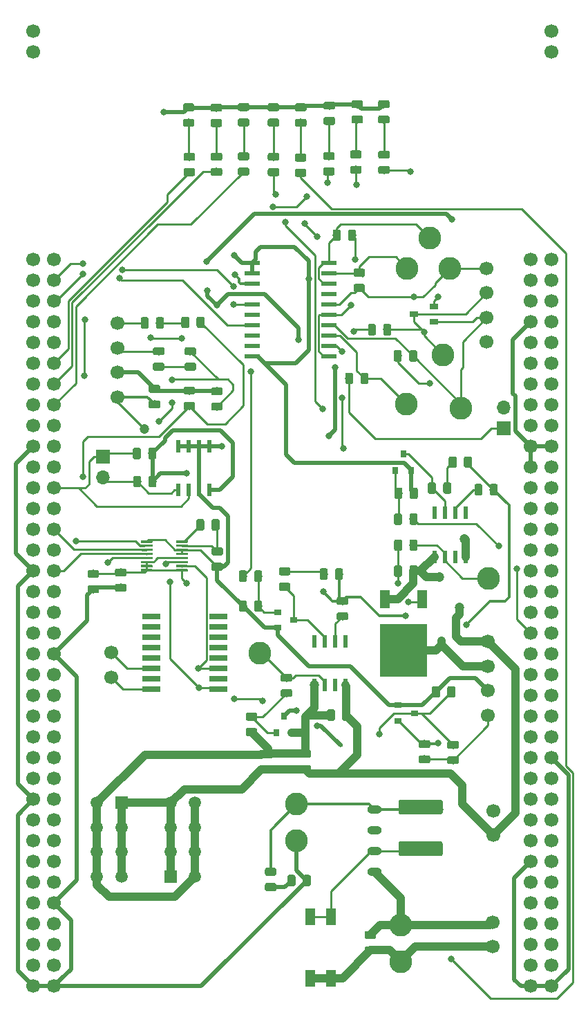
<source format=gbr>
G04 #@! TF.GenerationSoftware,KiCad,Pcbnew,(5.1.4)-1*
G04 #@! TF.CreationDate,2019-11-23T11:55:31-06:00*
G04 #@! TF.ProjectId,BPS_Nucleo,4250535f-4e75-4636-9c65-6f2e6b696361,rev?*
G04 #@! TF.SameCoordinates,Original*
G04 #@! TF.FileFunction,Copper,L1,Top*
G04 #@! TF.FilePolarity,Positive*
%FSLAX46Y46*%
G04 Gerber Fmt 4.6, Leading zero omitted, Abs format (unit mm)*
G04 Created by KiCad (PCBNEW (5.1.4)-1) date 2019-11-23 11:55:31*
%MOMM*%
%LPD*%
G04 APERTURE LIST*
%ADD10C,1.700000*%
%ADD11R,0.600000X1.550000*%
%ADD12C,0.100000*%
%ADD13C,0.975000*%
%ADD14R,0.600000X0.450000*%
%ADD15R,0.900000X0.800000*%
%ADD16R,0.800000X0.900000*%
%ADD17C,2.800000*%
%ADD18C,0.300000*%
%ADD19C,1.800000*%
%ADD20O,1.700000X1.700000*%
%ADD21R,1.700000X1.700000*%
%ADD22R,1.200000X2.200000*%
%ADD23R,5.800000X6.400000*%
%ADD24R,1.500000X1.500000*%
%ADD25C,1.500000*%
%ADD26R,0.558800X1.549400*%
%ADD27R,1.000000X0.700000*%
%ADD28O,1.800000X1.000000*%
%ADD29R,2.200000X0.760000*%
%ADD30R,1.200000X2.000000*%
%ADD31R,1.950000X0.600000*%
%ADD32C,1.200000*%
%ADD33C,0.800000*%
%ADD34C,1.000000*%
%ADD35C,0.260000*%
%ADD36C,0.250000*%
%ADD37C,0.500000*%
%ADD38C,0.380000*%
G04 APERTURE END LIST*
D10*
X236855000Y-59055000D03*
X234315000Y-59055000D03*
X236855000Y-61595000D03*
X234315000Y-61595000D03*
X236855000Y-64135000D03*
X234315000Y-64135000D03*
X236855000Y-66675000D03*
X234315000Y-66675000D03*
X236855000Y-69215000D03*
X234315000Y-69215000D03*
X236855000Y-71755000D03*
X234315000Y-71755000D03*
X236855000Y-74295000D03*
X234315000Y-74295000D03*
X236855000Y-76835000D03*
X234315000Y-76835000D03*
X236855000Y-79375000D03*
X234315000Y-79375000D03*
X236855000Y-81915000D03*
X234315000Y-81915000D03*
X236855000Y-84455000D03*
X234315000Y-84455000D03*
X236855000Y-86995000D03*
X234315000Y-86995000D03*
X236855000Y-89535000D03*
X234315000Y-89535000D03*
X236855000Y-92075000D03*
X234315000Y-92075000D03*
X236855000Y-94615000D03*
X234315000Y-94615000D03*
X236855000Y-97155000D03*
X234315000Y-97155000D03*
X236855000Y-99695000D03*
X234315000Y-99695000D03*
X236855000Y-102235000D03*
X234315000Y-102235000D03*
X236855000Y-104775000D03*
X234315000Y-104775000D03*
X236855000Y-107315000D03*
X234315000Y-107315000D03*
X236855000Y-109855000D03*
X234315000Y-109855000D03*
X236855000Y-112395000D03*
X234315000Y-112395000D03*
X236855000Y-114935000D03*
X234315000Y-114935000D03*
X236855000Y-117475000D03*
X234315000Y-117475000D03*
X236855000Y-120015000D03*
X234315000Y-120015000D03*
X236855000Y-122555000D03*
X234315000Y-122555000D03*
X236855000Y-125095000D03*
X234315000Y-125095000D03*
X236855000Y-127635000D03*
X234315000Y-127635000D03*
X236855000Y-130175000D03*
X234315000Y-130175000D03*
X236855000Y-132715000D03*
X234315000Y-132715000D03*
X236855000Y-135255000D03*
X234315000Y-135255000D03*
X236855000Y-137795000D03*
X234315000Y-137795000D03*
X236855000Y-140335000D03*
X234315000Y-140335000D03*
X236855000Y-142875000D03*
X234315000Y-142875000D03*
X236855000Y-145415000D03*
X234315000Y-145415000D03*
X236855000Y-147955000D03*
X234315000Y-147955000D03*
X175895000Y-59055000D03*
X173355000Y-59055000D03*
X175895000Y-61595000D03*
X173355000Y-61595000D03*
X175895000Y-64135000D03*
X173355000Y-64135000D03*
X175895000Y-66675000D03*
X173355000Y-66675000D03*
X175895000Y-69215000D03*
X173355000Y-69215000D03*
X175895000Y-71755000D03*
X173355000Y-71755000D03*
X175895000Y-74295000D03*
X173355000Y-74295000D03*
X175895000Y-76835000D03*
X173355000Y-76835000D03*
X175895000Y-79375000D03*
X173355000Y-79375000D03*
X175895000Y-81915000D03*
X173355000Y-81915000D03*
X175895000Y-84455000D03*
X173355000Y-84455000D03*
X175895000Y-86995000D03*
X173355000Y-86995000D03*
X175895000Y-89535000D03*
X173355000Y-89535000D03*
X175895000Y-92075000D03*
X173355000Y-92075000D03*
X175895000Y-94615000D03*
X173355000Y-94615000D03*
X175895000Y-97155000D03*
X173355000Y-97155000D03*
X175895000Y-99695000D03*
X173355000Y-99695000D03*
X175895000Y-102235000D03*
X173355000Y-102235000D03*
X175895000Y-104775000D03*
X173355000Y-104775000D03*
X175895000Y-107315000D03*
X173355000Y-107315000D03*
X175895000Y-109855000D03*
X173355000Y-109855000D03*
X175895000Y-112395000D03*
X173355000Y-112395000D03*
X175895000Y-114935000D03*
X173355000Y-114935000D03*
X175895000Y-117475000D03*
X173355000Y-117475000D03*
X175895000Y-120015000D03*
X173355000Y-120015000D03*
X175895000Y-122555000D03*
X173355000Y-122555000D03*
X175895000Y-125095000D03*
X173355000Y-125095000D03*
X175895000Y-127635000D03*
X173355000Y-127635000D03*
X175895000Y-130175000D03*
X173355000Y-130175000D03*
X175895000Y-132715000D03*
X173355000Y-132715000D03*
X175895000Y-135255000D03*
X173355000Y-135255000D03*
X175895000Y-137795000D03*
X173355000Y-137795000D03*
X175895000Y-140335000D03*
X173355000Y-140335000D03*
X175895000Y-142875000D03*
X173355000Y-142875000D03*
X175895000Y-145415000D03*
X173355000Y-145415000D03*
X175895000Y-147955000D03*
X173355000Y-147955000D03*
X236855000Y-31115000D03*
X236855000Y-33655000D03*
X173355000Y-31115000D03*
X173355000Y-33655000D03*
D11*
X211612480Y-105740220D03*
X210342480Y-105740220D03*
X209072480Y-105740220D03*
X207802480Y-105740220D03*
X207802480Y-111140220D03*
X209072480Y-111140220D03*
X210342480Y-111140220D03*
X211612480Y-111140220D03*
D12*
G36*
X202598102Y-119065914D02*
G01*
X202621763Y-119069424D01*
X202644967Y-119075236D01*
X202667489Y-119083294D01*
X202689113Y-119093522D01*
X202709630Y-119105819D01*
X202728843Y-119120069D01*
X202746567Y-119136133D01*
X202762631Y-119153857D01*
X202776881Y-119173070D01*
X202789178Y-119193587D01*
X202799406Y-119215211D01*
X202807464Y-119237733D01*
X202813276Y-119260937D01*
X202816786Y-119284598D01*
X202817960Y-119308490D01*
X202817960Y-119795990D01*
X202816786Y-119819882D01*
X202813276Y-119843543D01*
X202807464Y-119866747D01*
X202799406Y-119889269D01*
X202789178Y-119910893D01*
X202776881Y-119931410D01*
X202762631Y-119950623D01*
X202746567Y-119968347D01*
X202728843Y-119984411D01*
X202709630Y-119998661D01*
X202689113Y-120010958D01*
X202667489Y-120021186D01*
X202644967Y-120029244D01*
X202621763Y-120035056D01*
X202598102Y-120038566D01*
X202574210Y-120039740D01*
X201661710Y-120039740D01*
X201637818Y-120038566D01*
X201614157Y-120035056D01*
X201590953Y-120029244D01*
X201568431Y-120021186D01*
X201546807Y-120010958D01*
X201526290Y-119998661D01*
X201507077Y-119984411D01*
X201489353Y-119968347D01*
X201473289Y-119950623D01*
X201459039Y-119931410D01*
X201446742Y-119910893D01*
X201436514Y-119889269D01*
X201428456Y-119866747D01*
X201422644Y-119843543D01*
X201419134Y-119819882D01*
X201417960Y-119795990D01*
X201417960Y-119308490D01*
X201419134Y-119284598D01*
X201422644Y-119260937D01*
X201428456Y-119237733D01*
X201436514Y-119215211D01*
X201446742Y-119193587D01*
X201459039Y-119173070D01*
X201473289Y-119153857D01*
X201489353Y-119136133D01*
X201507077Y-119120069D01*
X201526290Y-119105819D01*
X201546807Y-119093522D01*
X201568431Y-119083294D01*
X201590953Y-119075236D01*
X201614157Y-119069424D01*
X201637818Y-119065914D01*
X201661710Y-119064740D01*
X202574210Y-119064740D01*
X202598102Y-119065914D01*
X202598102Y-119065914D01*
G37*
D13*
X202117960Y-119552240D03*
D12*
G36*
X202598102Y-120940914D02*
G01*
X202621763Y-120944424D01*
X202644967Y-120950236D01*
X202667489Y-120958294D01*
X202689113Y-120968522D01*
X202709630Y-120980819D01*
X202728843Y-120995069D01*
X202746567Y-121011133D01*
X202762631Y-121028857D01*
X202776881Y-121048070D01*
X202789178Y-121068587D01*
X202799406Y-121090211D01*
X202807464Y-121112733D01*
X202813276Y-121135937D01*
X202816786Y-121159598D01*
X202817960Y-121183490D01*
X202817960Y-121670990D01*
X202816786Y-121694882D01*
X202813276Y-121718543D01*
X202807464Y-121741747D01*
X202799406Y-121764269D01*
X202789178Y-121785893D01*
X202776881Y-121806410D01*
X202762631Y-121825623D01*
X202746567Y-121843347D01*
X202728843Y-121859411D01*
X202709630Y-121873661D01*
X202689113Y-121885958D01*
X202667489Y-121896186D01*
X202644967Y-121904244D01*
X202621763Y-121910056D01*
X202598102Y-121913566D01*
X202574210Y-121914740D01*
X201661710Y-121914740D01*
X201637818Y-121913566D01*
X201614157Y-121910056D01*
X201590953Y-121904244D01*
X201568431Y-121896186D01*
X201546807Y-121885958D01*
X201526290Y-121873661D01*
X201507077Y-121859411D01*
X201489353Y-121843347D01*
X201473289Y-121825623D01*
X201459039Y-121806410D01*
X201446742Y-121785893D01*
X201436514Y-121764269D01*
X201428456Y-121741747D01*
X201422644Y-121718543D01*
X201419134Y-121694882D01*
X201417960Y-121670990D01*
X201417960Y-121183490D01*
X201419134Y-121159598D01*
X201422644Y-121135937D01*
X201428456Y-121112733D01*
X201436514Y-121090211D01*
X201446742Y-121068587D01*
X201459039Y-121048070D01*
X201473289Y-121028857D01*
X201489353Y-121011133D01*
X201507077Y-120995069D01*
X201526290Y-120980819D01*
X201546807Y-120968522D01*
X201568431Y-120958294D01*
X201590953Y-120950236D01*
X201614157Y-120944424D01*
X201637818Y-120940914D01*
X201661710Y-120939740D01*
X202574210Y-120939740D01*
X202598102Y-120940914D01*
X202598102Y-120940914D01*
G37*
D13*
X202117960Y-121427240D03*
D12*
G36*
X211977122Y-114091394D02*
G01*
X212000783Y-114094904D01*
X212023987Y-114100716D01*
X212046509Y-114108774D01*
X212068133Y-114119002D01*
X212088650Y-114131299D01*
X212107863Y-114145549D01*
X212125587Y-114161613D01*
X212141651Y-114179337D01*
X212155901Y-114198550D01*
X212168198Y-114219067D01*
X212178426Y-114240691D01*
X212186484Y-114263213D01*
X212192296Y-114286417D01*
X212195806Y-114310078D01*
X212196980Y-114333970D01*
X212196980Y-115246470D01*
X212195806Y-115270362D01*
X212192296Y-115294023D01*
X212186484Y-115317227D01*
X212178426Y-115339749D01*
X212168198Y-115361373D01*
X212155901Y-115381890D01*
X212141651Y-115401103D01*
X212125587Y-115418827D01*
X212107863Y-115434891D01*
X212088650Y-115449141D01*
X212068133Y-115461438D01*
X212046509Y-115471666D01*
X212023987Y-115479724D01*
X212000783Y-115485536D01*
X211977122Y-115489046D01*
X211953230Y-115490220D01*
X211465730Y-115490220D01*
X211441838Y-115489046D01*
X211418177Y-115485536D01*
X211394973Y-115479724D01*
X211372451Y-115471666D01*
X211350827Y-115461438D01*
X211330310Y-115449141D01*
X211311097Y-115434891D01*
X211293373Y-115418827D01*
X211277309Y-115401103D01*
X211263059Y-115381890D01*
X211250762Y-115361373D01*
X211240534Y-115339749D01*
X211232476Y-115317227D01*
X211226664Y-115294023D01*
X211223154Y-115270362D01*
X211221980Y-115246470D01*
X211221980Y-114333970D01*
X211223154Y-114310078D01*
X211226664Y-114286417D01*
X211232476Y-114263213D01*
X211240534Y-114240691D01*
X211250762Y-114219067D01*
X211263059Y-114198550D01*
X211277309Y-114179337D01*
X211293373Y-114161613D01*
X211311097Y-114145549D01*
X211330310Y-114131299D01*
X211350827Y-114119002D01*
X211372451Y-114108774D01*
X211394973Y-114100716D01*
X211418177Y-114094904D01*
X211441838Y-114091394D01*
X211465730Y-114090220D01*
X211953230Y-114090220D01*
X211977122Y-114091394D01*
X211977122Y-114091394D01*
G37*
D13*
X211709480Y-114790220D03*
D12*
G36*
X210102122Y-114091394D02*
G01*
X210125783Y-114094904D01*
X210148987Y-114100716D01*
X210171509Y-114108774D01*
X210193133Y-114119002D01*
X210213650Y-114131299D01*
X210232863Y-114145549D01*
X210250587Y-114161613D01*
X210266651Y-114179337D01*
X210280901Y-114198550D01*
X210293198Y-114219067D01*
X210303426Y-114240691D01*
X210311484Y-114263213D01*
X210317296Y-114286417D01*
X210320806Y-114310078D01*
X210321980Y-114333970D01*
X210321980Y-115246470D01*
X210320806Y-115270362D01*
X210317296Y-115294023D01*
X210311484Y-115317227D01*
X210303426Y-115339749D01*
X210293198Y-115361373D01*
X210280901Y-115381890D01*
X210266651Y-115401103D01*
X210250587Y-115418827D01*
X210232863Y-115434891D01*
X210213650Y-115449141D01*
X210193133Y-115461438D01*
X210171509Y-115471666D01*
X210148987Y-115479724D01*
X210125783Y-115485536D01*
X210102122Y-115489046D01*
X210078230Y-115490220D01*
X209590730Y-115490220D01*
X209566838Y-115489046D01*
X209543177Y-115485536D01*
X209519973Y-115479724D01*
X209497451Y-115471666D01*
X209475827Y-115461438D01*
X209455310Y-115449141D01*
X209436097Y-115434891D01*
X209418373Y-115418827D01*
X209402309Y-115401103D01*
X209388059Y-115381890D01*
X209375762Y-115361373D01*
X209365534Y-115339749D01*
X209357476Y-115317227D01*
X209351664Y-115294023D01*
X209348154Y-115270362D01*
X209346980Y-115246470D01*
X209346980Y-114333970D01*
X209348154Y-114310078D01*
X209351664Y-114286417D01*
X209357476Y-114263213D01*
X209365534Y-114240691D01*
X209375762Y-114219067D01*
X209388059Y-114198550D01*
X209402309Y-114179337D01*
X209418373Y-114161613D01*
X209436097Y-114145549D01*
X209455310Y-114131299D01*
X209475827Y-114119002D01*
X209497451Y-114108774D01*
X209519973Y-114100716D01*
X209543177Y-114094904D01*
X209566838Y-114091394D01*
X209590730Y-114090220D01*
X210078230Y-114090220D01*
X210102122Y-114091394D01*
X210102122Y-114091394D01*
G37*
D13*
X209834480Y-114790220D03*
D12*
G36*
X207170102Y-119035914D02*
G01*
X207193763Y-119039424D01*
X207216967Y-119045236D01*
X207239489Y-119053294D01*
X207261113Y-119063522D01*
X207281630Y-119075819D01*
X207300843Y-119090069D01*
X207318567Y-119106133D01*
X207334631Y-119123857D01*
X207348881Y-119143070D01*
X207361178Y-119163587D01*
X207371406Y-119185211D01*
X207379464Y-119207733D01*
X207385276Y-119230937D01*
X207388786Y-119254598D01*
X207389960Y-119278490D01*
X207389960Y-119765990D01*
X207388786Y-119789882D01*
X207385276Y-119813543D01*
X207379464Y-119836747D01*
X207371406Y-119859269D01*
X207361178Y-119880893D01*
X207348881Y-119901410D01*
X207334631Y-119920623D01*
X207318567Y-119938347D01*
X207300843Y-119954411D01*
X207281630Y-119968661D01*
X207261113Y-119980958D01*
X207239489Y-119991186D01*
X207216967Y-119999244D01*
X207193763Y-120005056D01*
X207170102Y-120008566D01*
X207146210Y-120009740D01*
X206233710Y-120009740D01*
X206209818Y-120008566D01*
X206186157Y-120005056D01*
X206162953Y-119999244D01*
X206140431Y-119991186D01*
X206118807Y-119980958D01*
X206098290Y-119968661D01*
X206079077Y-119954411D01*
X206061353Y-119938347D01*
X206045289Y-119920623D01*
X206031039Y-119901410D01*
X206018742Y-119880893D01*
X206008514Y-119859269D01*
X206000456Y-119836747D01*
X205994644Y-119813543D01*
X205991134Y-119789882D01*
X205989960Y-119765990D01*
X205989960Y-119278490D01*
X205991134Y-119254598D01*
X205994644Y-119230937D01*
X206000456Y-119207733D01*
X206008514Y-119185211D01*
X206018742Y-119163587D01*
X206031039Y-119143070D01*
X206045289Y-119123857D01*
X206061353Y-119106133D01*
X206079077Y-119090069D01*
X206098290Y-119075819D01*
X206118807Y-119063522D01*
X206140431Y-119053294D01*
X206162953Y-119045236D01*
X206186157Y-119039424D01*
X206209818Y-119035914D01*
X206233710Y-119034740D01*
X207146210Y-119034740D01*
X207170102Y-119035914D01*
X207170102Y-119035914D01*
G37*
D13*
X206689960Y-119522240D03*
D12*
G36*
X207170102Y-120910914D02*
G01*
X207193763Y-120914424D01*
X207216967Y-120920236D01*
X207239489Y-120928294D01*
X207261113Y-120938522D01*
X207281630Y-120950819D01*
X207300843Y-120965069D01*
X207318567Y-120981133D01*
X207334631Y-120998857D01*
X207348881Y-121018070D01*
X207361178Y-121038587D01*
X207371406Y-121060211D01*
X207379464Y-121082733D01*
X207385276Y-121105937D01*
X207388786Y-121129598D01*
X207389960Y-121153490D01*
X207389960Y-121640990D01*
X207388786Y-121664882D01*
X207385276Y-121688543D01*
X207379464Y-121711747D01*
X207371406Y-121734269D01*
X207361178Y-121755893D01*
X207348881Y-121776410D01*
X207334631Y-121795623D01*
X207318567Y-121813347D01*
X207300843Y-121829411D01*
X207281630Y-121843661D01*
X207261113Y-121855958D01*
X207239489Y-121866186D01*
X207216967Y-121874244D01*
X207193763Y-121880056D01*
X207170102Y-121883566D01*
X207146210Y-121884740D01*
X206233710Y-121884740D01*
X206209818Y-121883566D01*
X206186157Y-121880056D01*
X206162953Y-121874244D01*
X206140431Y-121866186D01*
X206118807Y-121855958D01*
X206098290Y-121843661D01*
X206079077Y-121829411D01*
X206061353Y-121813347D01*
X206045289Y-121795623D01*
X206031039Y-121776410D01*
X206018742Y-121755893D01*
X206008514Y-121734269D01*
X206000456Y-121711747D01*
X205994644Y-121688543D01*
X205991134Y-121664882D01*
X205989960Y-121640990D01*
X205989960Y-121153490D01*
X205991134Y-121129598D01*
X205994644Y-121105937D01*
X206000456Y-121082733D01*
X206008514Y-121060211D01*
X206018742Y-121038587D01*
X206031039Y-121018070D01*
X206045289Y-120998857D01*
X206061353Y-120981133D01*
X206079077Y-120965069D01*
X206098290Y-120950819D01*
X206118807Y-120938522D01*
X206140431Y-120928294D01*
X206162953Y-120920236D01*
X206186157Y-120914424D01*
X206209818Y-120910914D01*
X206233710Y-120909740D01*
X207146210Y-120909740D01*
X207170102Y-120910914D01*
X207170102Y-120910914D01*
G37*
D13*
X206689960Y-121397240D03*
D12*
G36*
X209213122Y-96819394D02*
G01*
X209236783Y-96822904D01*
X209259987Y-96828716D01*
X209282509Y-96836774D01*
X209304133Y-96847002D01*
X209324650Y-96859299D01*
X209343863Y-96873549D01*
X209361587Y-96889613D01*
X209377651Y-96907337D01*
X209391901Y-96926550D01*
X209404198Y-96947067D01*
X209414426Y-96968691D01*
X209422484Y-96991213D01*
X209428296Y-97014417D01*
X209431806Y-97038078D01*
X209432980Y-97061970D01*
X209432980Y-97974470D01*
X209431806Y-97998362D01*
X209428296Y-98022023D01*
X209422484Y-98045227D01*
X209414426Y-98067749D01*
X209404198Y-98089373D01*
X209391901Y-98109890D01*
X209377651Y-98129103D01*
X209361587Y-98146827D01*
X209343863Y-98162891D01*
X209324650Y-98177141D01*
X209304133Y-98189438D01*
X209282509Y-98199666D01*
X209259987Y-98207724D01*
X209236783Y-98213536D01*
X209213122Y-98217046D01*
X209189230Y-98218220D01*
X208701730Y-98218220D01*
X208677838Y-98217046D01*
X208654177Y-98213536D01*
X208630973Y-98207724D01*
X208608451Y-98199666D01*
X208586827Y-98189438D01*
X208566310Y-98177141D01*
X208547097Y-98162891D01*
X208529373Y-98146827D01*
X208513309Y-98129103D01*
X208499059Y-98109890D01*
X208486762Y-98089373D01*
X208476534Y-98067749D01*
X208468476Y-98045227D01*
X208462664Y-98022023D01*
X208459154Y-97998362D01*
X208457980Y-97974470D01*
X208457980Y-97061970D01*
X208459154Y-97038078D01*
X208462664Y-97014417D01*
X208468476Y-96991213D01*
X208476534Y-96968691D01*
X208486762Y-96947067D01*
X208499059Y-96926550D01*
X208513309Y-96907337D01*
X208529373Y-96889613D01*
X208547097Y-96873549D01*
X208566310Y-96859299D01*
X208586827Y-96847002D01*
X208608451Y-96836774D01*
X208630973Y-96828716D01*
X208654177Y-96822904D01*
X208677838Y-96819394D01*
X208701730Y-96818220D01*
X209189230Y-96818220D01*
X209213122Y-96819394D01*
X209213122Y-96819394D01*
G37*
D13*
X208945480Y-97518220D03*
D12*
G36*
X211088122Y-96819394D02*
G01*
X211111783Y-96822904D01*
X211134987Y-96828716D01*
X211157509Y-96836774D01*
X211179133Y-96847002D01*
X211199650Y-96859299D01*
X211218863Y-96873549D01*
X211236587Y-96889613D01*
X211252651Y-96907337D01*
X211266901Y-96926550D01*
X211279198Y-96947067D01*
X211289426Y-96968691D01*
X211297484Y-96991213D01*
X211303296Y-97014417D01*
X211306806Y-97038078D01*
X211307980Y-97061970D01*
X211307980Y-97974470D01*
X211306806Y-97998362D01*
X211303296Y-98022023D01*
X211297484Y-98045227D01*
X211289426Y-98067749D01*
X211279198Y-98089373D01*
X211266901Y-98109890D01*
X211252651Y-98129103D01*
X211236587Y-98146827D01*
X211218863Y-98162891D01*
X211199650Y-98177141D01*
X211179133Y-98189438D01*
X211157509Y-98199666D01*
X211134987Y-98207724D01*
X211111783Y-98213536D01*
X211088122Y-98217046D01*
X211064230Y-98218220D01*
X210576730Y-98218220D01*
X210552838Y-98217046D01*
X210529177Y-98213536D01*
X210505973Y-98207724D01*
X210483451Y-98199666D01*
X210461827Y-98189438D01*
X210441310Y-98177141D01*
X210422097Y-98162891D01*
X210404373Y-98146827D01*
X210388309Y-98129103D01*
X210374059Y-98109890D01*
X210361762Y-98089373D01*
X210351534Y-98067749D01*
X210343476Y-98045227D01*
X210337664Y-98022023D01*
X210334154Y-97998362D01*
X210332980Y-97974470D01*
X210332980Y-97061970D01*
X210334154Y-97038078D01*
X210337664Y-97014417D01*
X210343476Y-96991213D01*
X210351534Y-96968691D01*
X210361762Y-96947067D01*
X210374059Y-96926550D01*
X210388309Y-96907337D01*
X210404373Y-96889613D01*
X210422097Y-96873549D01*
X210441310Y-96859299D01*
X210461827Y-96847002D01*
X210483451Y-96836774D01*
X210505973Y-96828716D01*
X210529177Y-96822904D01*
X210552838Y-96819394D01*
X210576730Y-96818220D01*
X211064230Y-96818220D01*
X211088122Y-96819394D01*
X211088122Y-96819394D01*
G37*
D13*
X210820480Y-97518220D03*
D14*
X210973960Y-118455440D03*
X213073960Y-118455440D03*
D15*
X205276960Y-103139240D03*
X203276960Y-104089240D03*
X203276960Y-102189240D03*
D12*
G36*
X199307122Y-97073394D02*
G01*
X199330783Y-97076904D01*
X199353987Y-97082716D01*
X199376509Y-97090774D01*
X199398133Y-97101002D01*
X199418650Y-97113299D01*
X199437863Y-97127549D01*
X199455587Y-97143613D01*
X199471651Y-97161337D01*
X199485901Y-97180550D01*
X199498198Y-97201067D01*
X199508426Y-97222691D01*
X199516484Y-97245213D01*
X199522296Y-97268417D01*
X199525806Y-97292078D01*
X199526980Y-97315970D01*
X199526980Y-98228470D01*
X199525806Y-98252362D01*
X199522296Y-98276023D01*
X199516484Y-98299227D01*
X199508426Y-98321749D01*
X199498198Y-98343373D01*
X199485901Y-98363890D01*
X199471651Y-98383103D01*
X199455587Y-98400827D01*
X199437863Y-98416891D01*
X199418650Y-98431141D01*
X199398133Y-98443438D01*
X199376509Y-98453666D01*
X199353987Y-98461724D01*
X199330783Y-98467536D01*
X199307122Y-98471046D01*
X199283230Y-98472220D01*
X198795730Y-98472220D01*
X198771838Y-98471046D01*
X198748177Y-98467536D01*
X198724973Y-98461724D01*
X198702451Y-98453666D01*
X198680827Y-98443438D01*
X198660310Y-98431141D01*
X198641097Y-98416891D01*
X198623373Y-98400827D01*
X198607309Y-98383103D01*
X198593059Y-98363890D01*
X198580762Y-98343373D01*
X198570534Y-98321749D01*
X198562476Y-98299227D01*
X198556664Y-98276023D01*
X198553154Y-98252362D01*
X198551980Y-98228470D01*
X198551980Y-97315970D01*
X198553154Y-97292078D01*
X198556664Y-97268417D01*
X198562476Y-97245213D01*
X198570534Y-97222691D01*
X198580762Y-97201067D01*
X198593059Y-97180550D01*
X198607309Y-97161337D01*
X198623373Y-97143613D01*
X198641097Y-97127549D01*
X198660310Y-97113299D01*
X198680827Y-97101002D01*
X198702451Y-97090774D01*
X198724973Y-97082716D01*
X198748177Y-97076904D01*
X198771838Y-97073394D01*
X198795730Y-97072220D01*
X199283230Y-97072220D01*
X199307122Y-97073394D01*
X199307122Y-97073394D01*
G37*
D13*
X199039480Y-97772220D03*
D12*
G36*
X201182122Y-97073394D02*
G01*
X201205783Y-97076904D01*
X201228987Y-97082716D01*
X201251509Y-97090774D01*
X201273133Y-97101002D01*
X201293650Y-97113299D01*
X201312863Y-97127549D01*
X201330587Y-97143613D01*
X201346651Y-97161337D01*
X201360901Y-97180550D01*
X201373198Y-97201067D01*
X201383426Y-97222691D01*
X201391484Y-97245213D01*
X201397296Y-97268417D01*
X201400806Y-97292078D01*
X201401980Y-97315970D01*
X201401980Y-98228470D01*
X201400806Y-98252362D01*
X201397296Y-98276023D01*
X201391484Y-98299227D01*
X201383426Y-98321749D01*
X201373198Y-98343373D01*
X201360901Y-98363890D01*
X201346651Y-98383103D01*
X201330587Y-98400827D01*
X201312863Y-98416891D01*
X201293650Y-98431141D01*
X201273133Y-98443438D01*
X201251509Y-98453666D01*
X201228987Y-98461724D01*
X201205783Y-98467536D01*
X201182122Y-98471046D01*
X201158230Y-98472220D01*
X200670730Y-98472220D01*
X200646838Y-98471046D01*
X200623177Y-98467536D01*
X200599973Y-98461724D01*
X200577451Y-98453666D01*
X200555827Y-98443438D01*
X200535310Y-98431141D01*
X200516097Y-98416891D01*
X200498373Y-98400827D01*
X200482309Y-98383103D01*
X200468059Y-98363890D01*
X200455762Y-98343373D01*
X200445534Y-98321749D01*
X200437476Y-98299227D01*
X200431664Y-98276023D01*
X200428154Y-98252362D01*
X200426980Y-98228470D01*
X200426980Y-97315970D01*
X200428154Y-97292078D01*
X200431664Y-97268417D01*
X200437476Y-97245213D01*
X200445534Y-97222691D01*
X200455762Y-97201067D01*
X200468059Y-97180550D01*
X200482309Y-97161337D01*
X200498373Y-97143613D01*
X200516097Y-97127549D01*
X200535310Y-97113299D01*
X200555827Y-97101002D01*
X200577451Y-97090774D01*
X200599973Y-97082716D01*
X200623177Y-97076904D01*
X200646838Y-97073394D01*
X200670730Y-97072220D01*
X201158230Y-97072220D01*
X201182122Y-97073394D01*
X201182122Y-97073394D01*
G37*
D13*
X200914480Y-97772220D03*
D12*
G36*
X211711622Y-102208894D02*
G01*
X211735283Y-102212404D01*
X211758487Y-102218216D01*
X211781009Y-102226274D01*
X211802633Y-102236502D01*
X211823150Y-102248799D01*
X211842363Y-102263049D01*
X211860087Y-102279113D01*
X211876151Y-102296837D01*
X211890401Y-102316050D01*
X211902698Y-102336567D01*
X211912926Y-102358191D01*
X211920984Y-102380713D01*
X211926796Y-102403917D01*
X211930306Y-102427578D01*
X211931480Y-102451470D01*
X211931480Y-102938970D01*
X211930306Y-102962862D01*
X211926796Y-102986523D01*
X211920984Y-103009727D01*
X211912926Y-103032249D01*
X211902698Y-103053873D01*
X211890401Y-103074390D01*
X211876151Y-103093603D01*
X211860087Y-103111327D01*
X211842363Y-103127391D01*
X211823150Y-103141641D01*
X211802633Y-103153938D01*
X211781009Y-103164166D01*
X211758487Y-103172224D01*
X211735283Y-103178036D01*
X211711622Y-103181546D01*
X211687730Y-103182720D01*
X210775230Y-103182720D01*
X210751338Y-103181546D01*
X210727677Y-103178036D01*
X210704473Y-103172224D01*
X210681951Y-103164166D01*
X210660327Y-103153938D01*
X210639810Y-103141641D01*
X210620597Y-103127391D01*
X210602873Y-103111327D01*
X210586809Y-103093603D01*
X210572559Y-103074390D01*
X210560262Y-103053873D01*
X210550034Y-103032249D01*
X210541976Y-103009727D01*
X210536164Y-102986523D01*
X210532654Y-102962862D01*
X210531480Y-102938970D01*
X210531480Y-102451470D01*
X210532654Y-102427578D01*
X210536164Y-102403917D01*
X210541976Y-102380713D01*
X210550034Y-102358191D01*
X210560262Y-102336567D01*
X210572559Y-102316050D01*
X210586809Y-102296837D01*
X210602873Y-102279113D01*
X210620597Y-102263049D01*
X210639810Y-102248799D01*
X210660327Y-102236502D01*
X210681951Y-102226274D01*
X210704473Y-102218216D01*
X210727677Y-102212404D01*
X210751338Y-102208894D01*
X210775230Y-102207720D01*
X211687730Y-102207720D01*
X211711622Y-102208894D01*
X211711622Y-102208894D01*
G37*
D13*
X211231480Y-102695220D03*
D12*
G36*
X211711622Y-100333894D02*
G01*
X211735283Y-100337404D01*
X211758487Y-100343216D01*
X211781009Y-100351274D01*
X211802633Y-100361502D01*
X211823150Y-100373799D01*
X211842363Y-100388049D01*
X211860087Y-100404113D01*
X211876151Y-100421837D01*
X211890401Y-100441050D01*
X211902698Y-100461567D01*
X211912926Y-100483191D01*
X211920984Y-100505713D01*
X211926796Y-100528917D01*
X211930306Y-100552578D01*
X211931480Y-100576470D01*
X211931480Y-101063970D01*
X211930306Y-101087862D01*
X211926796Y-101111523D01*
X211920984Y-101134727D01*
X211912926Y-101157249D01*
X211902698Y-101178873D01*
X211890401Y-101199390D01*
X211876151Y-101218603D01*
X211860087Y-101236327D01*
X211842363Y-101252391D01*
X211823150Y-101266641D01*
X211802633Y-101278938D01*
X211781009Y-101289166D01*
X211758487Y-101297224D01*
X211735283Y-101303036D01*
X211711622Y-101306546D01*
X211687730Y-101307720D01*
X210775230Y-101307720D01*
X210751338Y-101306546D01*
X210727677Y-101303036D01*
X210704473Y-101297224D01*
X210681951Y-101289166D01*
X210660327Y-101278938D01*
X210639810Y-101266641D01*
X210620597Y-101252391D01*
X210602873Y-101236327D01*
X210586809Y-101218603D01*
X210572559Y-101199390D01*
X210560262Y-101178873D01*
X210550034Y-101157249D01*
X210541976Y-101134727D01*
X210536164Y-101111523D01*
X210532654Y-101087862D01*
X210531480Y-101063970D01*
X210531480Y-100576470D01*
X210532654Y-100552578D01*
X210536164Y-100528917D01*
X210541976Y-100505713D01*
X210550034Y-100483191D01*
X210560262Y-100461567D01*
X210572559Y-100441050D01*
X210586809Y-100421837D01*
X210602873Y-100404113D01*
X210620597Y-100388049D01*
X210639810Y-100373799D01*
X210660327Y-100361502D01*
X210681951Y-100351274D01*
X210704473Y-100343216D01*
X210727677Y-100337404D01*
X210751338Y-100333894D01*
X210775230Y-100332720D01*
X211687730Y-100332720D01*
X211711622Y-100333894D01*
X211711622Y-100333894D01*
G37*
D13*
X211231480Y-100820220D03*
D12*
G36*
X200566102Y-114493914D02*
G01*
X200589763Y-114497424D01*
X200612967Y-114503236D01*
X200635489Y-114511294D01*
X200657113Y-114521522D01*
X200677630Y-114533819D01*
X200696843Y-114548069D01*
X200714567Y-114564133D01*
X200730631Y-114581857D01*
X200744881Y-114601070D01*
X200757178Y-114621587D01*
X200767406Y-114643211D01*
X200775464Y-114665733D01*
X200781276Y-114688937D01*
X200784786Y-114712598D01*
X200785960Y-114736490D01*
X200785960Y-115223990D01*
X200784786Y-115247882D01*
X200781276Y-115271543D01*
X200775464Y-115294747D01*
X200767406Y-115317269D01*
X200757178Y-115338893D01*
X200744881Y-115359410D01*
X200730631Y-115378623D01*
X200714567Y-115396347D01*
X200696843Y-115412411D01*
X200677630Y-115426661D01*
X200657113Y-115438958D01*
X200635489Y-115449186D01*
X200612967Y-115457244D01*
X200589763Y-115463056D01*
X200566102Y-115466566D01*
X200542210Y-115467740D01*
X199629710Y-115467740D01*
X199605818Y-115466566D01*
X199582157Y-115463056D01*
X199558953Y-115457244D01*
X199536431Y-115449186D01*
X199514807Y-115438958D01*
X199494290Y-115426661D01*
X199475077Y-115412411D01*
X199457353Y-115396347D01*
X199441289Y-115378623D01*
X199427039Y-115359410D01*
X199414742Y-115338893D01*
X199404514Y-115317269D01*
X199396456Y-115294747D01*
X199390644Y-115271543D01*
X199387134Y-115247882D01*
X199385960Y-115223990D01*
X199385960Y-114736490D01*
X199387134Y-114712598D01*
X199390644Y-114688937D01*
X199396456Y-114665733D01*
X199404514Y-114643211D01*
X199414742Y-114621587D01*
X199427039Y-114601070D01*
X199441289Y-114581857D01*
X199457353Y-114564133D01*
X199475077Y-114548069D01*
X199494290Y-114533819D01*
X199514807Y-114521522D01*
X199536431Y-114511294D01*
X199558953Y-114503236D01*
X199582157Y-114497424D01*
X199605818Y-114493914D01*
X199629710Y-114492740D01*
X200542210Y-114492740D01*
X200566102Y-114493914D01*
X200566102Y-114493914D01*
G37*
D13*
X200085960Y-114980240D03*
D12*
G36*
X200566102Y-116368914D02*
G01*
X200589763Y-116372424D01*
X200612967Y-116378236D01*
X200635489Y-116386294D01*
X200657113Y-116396522D01*
X200677630Y-116408819D01*
X200696843Y-116423069D01*
X200714567Y-116439133D01*
X200730631Y-116456857D01*
X200744881Y-116476070D01*
X200757178Y-116496587D01*
X200767406Y-116518211D01*
X200775464Y-116540733D01*
X200781276Y-116563937D01*
X200784786Y-116587598D01*
X200785960Y-116611490D01*
X200785960Y-117098990D01*
X200784786Y-117122882D01*
X200781276Y-117146543D01*
X200775464Y-117169747D01*
X200767406Y-117192269D01*
X200757178Y-117213893D01*
X200744881Y-117234410D01*
X200730631Y-117253623D01*
X200714567Y-117271347D01*
X200696843Y-117287411D01*
X200677630Y-117301661D01*
X200657113Y-117313958D01*
X200635489Y-117324186D01*
X200612967Y-117332244D01*
X200589763Y-117338056D01*
X200566102Y-117341566D01*
X200542210Y-117342740D01*
X199629710Y-117342740D01*
X199605818Y-117341566D01*
X199582157Y-117338056D01*
X199558953Y-117332244D01*
X199536431Y-117324186D01*
X199514807Y-117313958D01*
X199494290Y-117301661D01*
X199475077Y-117287411D01*
X199457353Y-117271347D01*
X199441289Y-117253623D01*
X199427039Y-117234410D01*
X199414742Y-117213893D01*
X199404514Y-117192269D01*
X199396456Y-117169747D01*
X199390644Y-117146543D01*
X199387134Y-117122882D01*
X199385960Y-117098990D01*
X199385960Y-116611490D01*
X199387134Y-116587598D01*
X199390644Y-116563937D01*
X199396456Y-116540733D01*
X199404514Y-116518211D01*
X199414742Y-116496587D01*
X199427039Y-116476070D01*
X199441289Y-116456857D01*
X199457353Y-116439133D01*
X199475077Y-116423069D01*
X199494290Y-116408819D01*
X199514807Y-116396522D01*
X199536431Y-116386294D01*
X199558953Y-116378236D01*
X199582157Y-116372424D01*
X199605818Y-116368914D01*
X199629710Y-116367740D01*
X200542210Y-116367740D01*
X200566102Y-116368914D01*
X200566102Y-116368914D01*
G37*
D13*
X200085960Y-116855240D03*
D16*
X203133960Y-116905240D03*
X205033960Y-116905240D03*
X204083960Y-114905240D03*
D12*
G36*
X204630102Y-98588914D02*
G01*
X204653763Y-98592424D01*
X204676967Y-98598236D01*
X204699489Y-98606294D01*
X204721113Y-98616522D01*
X204741630Y-98628819D01*
X204760843Y-98643069D01*
X204778567Y-98659133D01*
X204794631Y-98676857D01*
X204808881Y-98696070D01*
X204821178Y-98716587D01*
X204831406Y-98738211D01*
X204839464Y-98760733D01*
X204845276Y-98783937D01*
X204848786Y-98807598D01*
X204849960Y-98831490D01*
X204849960Y-99318990D01*
X204848786Y-99342882D01*
X204845276Y-99366543D01*
X204839464Y-99389747D01*
X204831406Y-99412269D01*
X204821178Y-99433893D01*
X204808881Y-99454410D01*
X204794631Y-99473623D01*
X204778567Y-99491347D01*
X204760843Y-99507411D01*
X204741630Y-99521661D01*
X204721113Y-99533958D01*
X204699489Y-99544186D01*
X204676967Y-99552244D01*
X204653763Y-99558056D01*
X204630102Y-99561566D01*
X204606210Y-99562740D01*
X203693710Y-99562740D01*
X203669818Y-99561566D01*
X203646157Y-99558056D01*
X203622953Y-99552244D01*
X203600431Y-99544186D01*
X203578807Y-99533958D01*
X203558290Y-99521661D01*
X203539077Y-99507411D01*
X203521353Y-99491347D01*
X203505289Y-99473623D01*
X203491039Y-99454410D01*
X203478742Y-99433893D01*
X203468514Y-99412269D01*
X203460456Y-99389747D01*
X203454644Y-99366543D01*
X203451134Y-99342882D01*
X203449960Y-99318990D01*
X203449960Y-98831490D01*
X203451134Y-98807598D01*
X203454644Y-98783937D01*
X203460456Y-98760733D01*
X203468514Y-98738211D01*
X203478742Y-98716587D01*
X203491039Y-98696070D01*
X203505289Y-98676857D01*
X203521353Y-98659133D01*
X203539077Y-98643069D01*
X203558290Y-98628819D01*
X203578807Y-98616522D01*
X203600431Y-98606294D01*
X203622953Y-98598236D01*
X203646157Y-98592424D01*
X203669818Y-98588914D01*
X203693710Y-98587740D01*
X204606210Y-98587740D01*
X204630102Y-98588914D01*
X204630102Y-98588914D01*
G37*
D13*
X204149960Y-99075240D03*
D12*
G36*
X204630102Y-96713914D02*
G01*
X204653763Y-96717424D01*
X204676967Y-96723236D01*
X204699489Y-96731294D01*
X204721113Y-96741522D01*
X204741630Y-96753819D01*
X204760843Y-96768069D01*
X204778567Y-96784133D01*
X204794631Y-96801857D01*
X204808881Y-96821070D01*
X204821178Y-96841587D01*
X204831406Y-96863211D01*
X204839464Y-96885733D01*
X204845276Y-96908937D01*
X204848786Y-96932598D01*
X204849960Y-96956490D01*
X204849960Y-97443990D01*
X204848786Y-97467882D01*
X204845276Y-97491543D01*
X204839464Y-97514747D01*
X204831406Y-97537269D01*
X204821178Y-97558893D01*
X204808881Y-97579410D01*
X204794631Y-97598623D01*
X204778567Y-97616347D01*
X204760843Y-97632411D01*
X204741630Y-97646661D01*
X204721113Y-97658958D01*
X204699489Y-97669186D01*
X204676967Y-97677244D01*
X204653763Y-97683056D01*
X204630102Y-97686566D01*
X204606210Y-97687740D01*
X203693710Y-97687740D01*
X203669818Y-97686566D01*
X203646157Y-97683056D01*
X203622953Y-97677244D01*
X203600431Y-97669186D01*
X203578807Y-97658958D01*
X203558290Y-97646661D01*
X203539077Y-97632411D01*
X203521353Y-97616347D01*
X203505289Y-97598623D01*
X203491039Y-97579410D01*
X203478742Y-97558893D01*
X203468514Y-97537269D01*
X203460456Y-97514747D01*
X203454644Y-97491543D01*
X203451134Y-97467882D01*
X203449960Y-97443990D01*
X203449960Y-96956490D01*
X203451134Y-96932598D01*
X203454644Y-96908937D01*
X203460456Y-96885733D01*
X203468514Y-96863211D01*
X203478742Y-96841587D01*
X203491039Y-96821070D01*
X203505289Y-96801857D01*
X203521353Y-96784133D01*
X203539077Y-96768069D01*
X203558290Y-96753819D01*
X203578807Y-96741522D01*
X203600431Y-96731294D01*
X203622953Y-96723236D01*
X203646157Y-96717424D01*
X203669818Y-96713914D01*
X203693710Y-96712740D01*
X204606210Y-96712740D01*
X204630102Y-96713914D01*
X204630102Y-96713914D01*
G37*
D13*
X204149960Y-97200240D03*
D12*
G36*
X204853622Y-109731894D02*
G01*
X204877283Y-109735404D01*
X204900487Y-109741216D01*
X204923009Y-109749274D01*
X204944633Y-109759502D01*
X204965150Y-109771799D01*
X204984363Y-109786049D01*
X205002087Y-109802113D01*
X205018151Y-109819837D01*
X205032401Y-109839050D01*
X205044698Y-109859567D01*
X205054926Y-109881191D01*
X205062984Y-109903713D01*
X205068796Y-109926917D01*
X205072306Y-109950578D01*
X205073480Y-109974470D01*
X205073480Y-110461970D01*
X205072306Y-110485862D01*
X205068796Y-110509523D01*
X205062984Y-110532727D01*
X205054926Y-110555249D01*
X205044698Y-110576873D01*
X205032401Y-110597390D01*
X205018151Y-110616603D01*
X205002087Y-110634327D01*
X204984363Y-110650391D01*
X204965150Y-110664641D01*
X204944633Y-110676938D01*
X204923009Y-110687166D01*
X204900487Y-110695224D01*
X204877283Y-110701036D01*
X204853622Y-110704546D01*
X204829730Y-110705720D01*
X203917230Y-110705720D01*
X203893338Y-110704546D01*
X203869677Y-110701036D01*
X203846473Y-110695224D01*
X203823951Y-110687166D01*
X203802327Y-110676938D01*
X203781810Y-110664641D01*
X203762597Y-110650391D01*
X203744873Y-110634327D01*
X203728809Y-110616603D01*
X203714559Y-110597390D01*
X203702262Y-110576873D01*
X203692034Y-110555249D01*
X203683976Y-110532727D01*
X203678164Y-110509523D01*
X203674654Y-110485862D01*
X203673480Y-110461970D01*
X203673480Y-109974470D01*
X203674654Y-109950578D01*
X203678164Y-109926917D01*
X203683976Y-109903713D01*
X203692034Y-109881191D01*
X203702262Y-109859567D01*
X203714559Y-109839050D01*
X203728809Y-109819837D01*
X203744873Y-109802113D01*
X203762597Y-109786049D01*
X203781810Y-109771799D01*
X203802327Y-109759502D01*
X203823951Y-109749274D01*
X203846473Y-109741216D01*
X203869677Y-109735404D01*
X203893338Y-109731894D01*
X203917230Y-109730720D01*
X204829730Y-109730720D01*
X204853622Y-109731894D01*
X204853622Y-109731894D01*
G37*
D13*
X204373480Y-110218220D03*
D12*
G36*
X204853622Y-111606894D02*
G01*
X204877283Y-111610404D01*
X204900487Y-111616216D01*
X204923009Y-111624274D01*
X204944633Y-111634502D01*
X204965150Y-111646799D01*
X204984363Y-111661049D01*
X205002087Y-111677113D01*
X205018151Y-111694837D01*
X205032401Y-111714050D01*
X205044698Y-111734567D01*
X205054926Y-111756191D01*
X205062984Y-111778713D01*
X205068796Y-111801917D01*
X205072306Y-111825578D01*
X205073480Y-111849470D01*
X205073480Y-112336970D01*
X205072306Y-112360862D01*
X205068796Y-112384523D01*
X205062984Y-112407727D01*
X205054926Y-112430249D01*
X205044698Y-112451873D01*
X205032401Y-112472390D01*
X205018151Y-112491603D01*
X205002087Y-112509327D01*
X204984363Y-112525391D01*
X204965150Y-112539641D01*
X204944633Y-112551938D01*
X204923009Y-112562166D01*
X204900487Y-112570224D01*
X204877283Y-112576036D01*
X204853622Y-112579546D01*
X204829730Y-112580720D01*
X203917230Y-112580720D01*
X203893338Y-112579546D01*
X203869677Y-112576036D01*
X203846473Y-112570224D01*
X203823951Y-112562166D01*
X203802327Y-112551938D01*
X203781810Y-112539641D01*
X203762597Y-112525391D01*
X203744873Y-112509327D01*
X203728809Y-112491603D01*
X203714559Y-112472390D01*
X203702262Y-112451873D01*
X203692034Y-112430249D01*
X203683976Y-112407727D01*
X203678164Y-112384523D01*
X203674654Y-112360862D01*
X203673480Y-112336970D01*
X203673480Y-111849470D01*
X203674654Y-111825578D01*
X203678164Y-111801917D01*
X203683976Y-111778713D01*
X203692034Y-111756191D01*
X203702262Y-111734567D01*
X203714559Y-111714050D01*
X203728809Y-111694837D01*
X203744873Y-111677113D01*
X203762597Y-111661049D01*
X203781810Y-111646799D01*
X203802327Y-111634502D01*
X203823951Y-111624274D01*
X203846473Y-111616216D01*
X203869677Y-111610404D01*
X203893338Y-111606894D01*
X203917230Y-111605720D01*
X204829730Y-111605720D01*
X204853622Y-111606894D01*
X204853622Y-111606894D01*
G37*
D13*
X204373480Y-112093220D03*
D12*
G36*
X201182122Y-100756394D02*
G01*
X201205783Y-100759904D01*
X201228987Y-100765716D01*
X201251509Y-100773774D01*
X201273133Y-100784002D01*
X201293650Y-100796299D01*
X201312863Y-100810549D01*
X201330587Y-100826613D01*
X201346651Y-100844337D01*
X201360901Y-100863550D01*
X201373198Y-100884067D01*
X201383426Y-100905691D01*
X201391484Y-100928213D01*
X201397296Y-100951417D01*
X201400806Y-100975078D01*
X201401980Y-100998970D01*
X201401980Y-101911470D01*
X201400806Y-101935362D01*
X201397296Y-101959023D01*
X201391484Y-101982227D01*
X201383426Y-102004749D01*
X201373198Y-102026373D01*
X201360901Y-102046890D01*
X201346651Y-102066103D01*
X201330587Y-102083827D01*
X201312863Y-102099891D01*
X201293650Y-102114141D01*
X201273133Y-102126438D01*
X201251509Y-102136666D01*
X201228987Y-102144724D01*
X201205783Y-102150536D01*
X201182122Y-102154046D01*
X201158230Y-102155220D01*
X200670730Y-102155220D01*
X200646838Y-102154046D01*
X200623177Y-102150536D01*
X200599973Y-102144724D01*
X200577451Y-102136666D01*
X200555827Y-102126438D01*
X200535310Y-102114141D01*
X200516097Y-102099891D01*
X200498373Y-102083827D01*
X200482309Y-102066103D01*
X200468059Y-102046890D01*
X200455762Y-102026373D01*
X200445534Y-102004749D01*
X200437476Y-101982227D01*
X200431664Y-101959023D01*
X200428154Y-101935362D01*
X200426980Y-101911470D01*
X200426980Y-100998970D01*
X200428154Y-100975078D01*
X200431664Y-100951417D01*
X200437476Y-100928213D01*
X200445534Y-100905691D01*
X200455762Y-100884067D01*
X200468059Y-100863550D01*
X200482309Y-100844337D01*
X200498373Y-100826613D01*
X200516097Y-100810549D01*
X200535310Y-100796299D01*
X200555827Y-100784002D01*
X200577451Y-100773774D01*
X200599973Y-100765716D01*
X200623177Y-100759904D01*
X200646838Y-100756394D01*
X200670730Y-100755220D01*
X201158230Y-100755220D01*
X201182122Y-100756394D01*
X201182122Y-100756394D01*
G37*
D13*
X200914480Y-101455220D03*
D12*
G36*
X199307122Y-100756394D02*
G01*
X199330783Y-100759904D01*
X199353987Y-100765716D01*
X199376509Y-100773774D01*
X199398133Y-100784002D01*
X199418650Y-100796299D01*
X199437863Y-100810549D01*
X199455587Y-100826613D01*
X199471651Y-100844337D01*
X199485901Y-100863550D01*
X199498198Y-100884067D01*
X199508426Y-100905691D01*
X199516484Y-100928213D01*
X199522296Y-100951417D01*
X199525806Y-100975078D01*
X199526980Y-100998970D01*
X199526980Y-101911470D01*
X199525806Y-101935362D01*
X199522296Y-101959023D01*
X199516484Y-101982227D01*
X199508426Y-102004749D01*
X199498198Y-102026373D01*
X199485901Y-102046890D01*
X199471651Y-102066103D01*
X199455587Y-102083827D01*
X199437863Y-102099891D01*
X199418650Y-102114141D01*
X199398133Y-102126438D01*
X199376509Y-102136666D01*
X199353987Y-102144724D01*
X199330783Y-102150536D01*
X199307122Y-102154046D01*
X199283230Y-102155220D01*
X198795730Y-102155220D01*
X198771838Y-102154046D01*
X198748177Y-102150536D01*
X198724973Y-102144724D01*
X198702451Y-102136666D01*
X198680827Y-102126438D01*
X198660310Y-102114141D01*
X198641097Y-102099891D01*
X198623373Y-102083827D01*
X198607309Y-102066103D01*
X198593059Y-102046890D01*
X198580762Y-102026373D01*
X198570534Y-102004749D01*
X198562476Y-101982227D01*
X198556664Y-101959023D01*
X198553154Y-101935362D01*
X198551980Y-101911470D01*
X198551980Y-100998970D01*
X198553154Y-100975078D01*
X198556664Y-100951417D01*
X198562476Y-100928213D01*
X198570534Y-100905691D01*
X198580762Y-100884067D01*
X198593059Y-100863550D01*
X198607309Y-100844337D01*
X198623373Y-100826613D01*
X198641097Y-100810549D01*
X198660310Y-100796299D01*
X198680827Y-100784002D01*
X198702451Y-100773774D01*
X198724973Y-100765716D01*
X198748177Y-100759904D01*
X198771838Y-100756394D01*
X198795730Y-100755220D01*
X199283230Y-100755220D01*
X199307122Y-100756394D01*
X199307122Y-100756394D01*
G37*
D13*
X199039480Y-101455220D03*
D17*
X201101960Y-107203240D03*
D10*
X229715060Y-126491740D03*
X229715060Y-129491740D03*
D17*
X221942660Y-56433720D03*
D12*
G36*
X199605982Y-41772134D02*
G01*
X199629643Y-41775644D01*
X199652847Y-41781456D01*
X199675369Y-41789514D01*
X199696993Y-41799742D01*
X199717510Y-41812039D01*
X199736723Y-41826289D01*
X199754447Y-41842353D01*
X199770511Y-41860077D01*
X199784761Y-41879290D01*
X199797058Y-41899807D01*
X199807286Y-41921431D01*
X199815344Y-41943953D01*
X199821156Y-41967157D01*
X199824666Y-41990818D01*
X199825840Y-42014710D01*
X199825840Y-42502210D01*
X199824666Y-42526102D01*
X199821156Y-42549763D01*
X199815344Y-42572967D01*
X199807286Y-42595489D01*
X199797058Y-42617113D01*
X199784761Y-42637630D01*
X199770511Y-42656843D01*
X199754447Y-42674567D01*
X199736723Y-42690631D01*
X199717510Y-42704881D01*
X199696993Y-42717178D01*
X199675369Y-42727406D01*
X199652847Y-42735464D01*
X199629643Y-42741276D01*
X199605982Y-42744786D01*
X199582090Y-42745960D01*
X198669590Y-42745960D01*
X198645698Y-42744786D01*
X198622037Y-42741276D01*
X198598833Y-42735464D01*
X198576311Y-42727406D01*
X198554687Y-42717178D01*
X198534170Y-42704881D01*
X198514957Y-42690631D01*
X198497233Y-42674567D01*
X198481169Y-42656843D01*
X198466919Y-42637630D01*
X198454622Y-42617113D01*
X198444394Y-42595489D01*
X198436336Y-42572967D01*
X198430524Y-42549763D01*
X198427014Y-42526102D01*
X198425840Y-42502210D01*
X198425840Y-42014710D01*
X198427014Y-41990818D01*
X198430524Y-41967157D01*
X198436336Y-41943953D01*
X198444394Y-41921431D01*
X198454622Y-41899807D01*
X198466919Y-41879290D01*
X198481169Y-41860077D01*
X198497233Y-41842353D01*
X198514957Y-41826289D01*
X198534170Y-41812039D01*
X198554687Y-41799742D01*
X198576311Y-41789514D01*
X198598833Y-41781456D01*
X198622037Y-41775644D01*
X198645698Y-41772134D01*
X198669590Y-41770960D01*
X199582090Y-41770960D01*
X199605982Y-41772134D01*
X199605982Y-41772134D01*
G37*
D13*
X199125840Y-42258460D03*
D12*
G36*
X199605982Y-39897134D02*
G01*
X199629643Y-39900644D01*
X199652847Y-39906456D01*
X199675369Y-39914514D01*
X199696993Y-39924742D01*
X199717510Y-39937039D01*
X199736723Y-39951289D01*
X199754447Y-39967353D01*
X199770511Y-39985077D01*
X199784761Y-40004290D01*
X199797058Y-40024807D01*
X199807286Y-40046431D01*
X199815344Y-40068953D01*
X199821156Y-40092157D01*
X199824666Y-40115818D01*
X199825840Y-40139710D01*
X199825840Y-40627210D01*
X199824666Y-40651102D01*
X199821156Y-40674763D01*
X199815344Y-40697967D01*
X199807286Y-40720489D01*
X199797058Y-40742113D01*
X199784761Y-40762630D01*
X199770511Y-40781843D01*
X199754447Y-40799567D01*
X199736723Y-40815631D01*
X199717510Y-40829881D01*
X199696993Y-40842178D01*
X199675369Y-40852406D01*
X199652847Y-40860464D01*
X199629643Y-40866276D01*
X199605982Y-40869786D01*
X199582090Y-40870960D01*
X198669590Y-40870960D01*
X198645698Y-40869786D01*
X198622037Y-40866276D01*
X198598833Y-40860464D01*
X198576311Y-40852406D01*
X198554687Y-40842178D01*
X198534170Y-40829881D01*
X198514957Y-40815631D01*
X198497233Y-40799567D01*
X198481169Y-40781843D01*
X198466919Y-40762630D01*
X198454622Y-40742113D01*
X198444394Y-40720489D01*
X198436336Y-40697967D01*
X198430524Y-40674763D01*
X198427014Y-40651102D01*
X198425840Y-40627210D01*
X198425840Y-40139710D01*
X198427014Y-40115818D01*
X198430524Y-40092157D01*
X198436336Y-40068953D01*
X198444394Y-40046431D01*
X198454622Y-40024807D01*
X198466919Y-40004290D01*
X198481169Y-39985077D01*
X198497233Y-39967353D01*
X198514957Y-39951289D01*
X198534170Y-39937039D01*
X198554687Y-39924742D01*
X198576311Y-39914514D01*
X198598833Y-39906456D01*
X198622037Y-39900644D01*
X198645698Y-39897134D01*
X198669590Y-39895960D01*
X199582090Y-39895960D01*
X199605982Y-39897134D01*
X199605982Y-39897134D01*
G37*
D13*
X199125840Y-40383460D03*
D12*
G36*
X184538702Y-98718454D02*
G01*
X184562363Y-98721964D01*
X184585567Y-98727776D01*
X184608089Y-98735834D01*
X184629713Y-98746062D01*
X184650230Y-98758359D01*
X184669443Y-98772609D01*
X184687167Y-98788673D01*
X184703231Y-98806397D01*
X184717481Y-98825610D01*
X184729778Y-98846127D01*
X184740006Y-98867751D01*
X184748064Y-98890273D01*
X184753876Y-98913477D01*
X184757386Y-98937138D01*
X184758560Y-98961030D01*
X184758560Y-99448530D01*
X184757386Y-99472422D01*
X184753876Y-99496083D01*
X184748064Y-99519287D01*
X184740006Y-99541809D01*
X184729778Y-99563433D01*
X184717481Y-99583950D01*
X184703231Y-99603163D01*
X184687167Y-99620887D01*
X184669443Y-99636951D01*
X184650230Y-99651201D01*
X184629713Y-99663498D01*
X184608089Y-99673726D01*
X184585567Y-99681784D01*
X184562363Y-99687596D01*
X184538702Y-99691106D01*
X184514810Y-99692280D01*
X183602310Y-99692280D01*
X183578418Y-99691106D01*
X183554757Y-99687596D01*
X183531553Y-99681784D01*
X183509031Y-99673726D01*
X183487407Y-99663498D01*
X183466890Y-99651201D01*
X183447677Y-99636951D01*
X183429953Y-99620887D01*
X183413889Y-99603163D01*
X183399639Y-99583950D01*
X183387342Y-99563433D01*
X183377114Y-99541809D01*
X183369056Y-99519287D01*
X183363244Y-99496083D01*
X183359734Y-99472422D01*
X183358560Y-99448530D01*
X183358560Y-98961030D01*
X183359734Y-98937138D01*
X183363244Y-98913477D01*
X183369056Y-98890273D01*
X183377114Y-98867751D01*
X183387342Y-98846127D01*
X183399639Y-98825610D01*
X183413889Y-98806397D01*
X183429953Y-98788673D01*
X183447677Y-98772609D01*
X183466890Y-98758359D01*
X183487407Y-98746062D01*
X183509031Y-98735834D01*
X183531553Y-98727776D01*
X183554757Y-98721964D01*
X183578418Y-98718454D01*
X183602310Y-98717280D01*
X184514810Y-98717280D01*
X184538702Y-98718454D01*
X184538702Y-98718454D01*
G37*
D13*
X184058560Y-99204780D03*
D12*
G36*
X184538702Y-96843454D02*
G01*
X184562363Y-96846964D01*
X184585567Y-96852776D01*
X184608089Y-96860834D01*
X184629713Y-96871062D01*
X184650230Y-96883359D01*
X184669443Y-96897609D01*
X184687167Y-96913673D01*
X184703231Y-96931397D01*
X184717481Y-96950610D01*
X184729778Y-96971127D01*
X184740006Y-96992751D01*
X184748064Y-97015273D01*
X184753876Y-97038477D01*
X184757386Y-97062138D01*
X184758560Y-97086030D01*
X184758560Y-97573530D01*
X184757386Y-97597422D01*
X184753876Y-97621083D01*
X184748064Y-97644287D01*
X184740006Y-97666809D01*
X184729778Y-97688433D01*
X184717481Y-97708950D01*
X184703231Y-97728163D01*
X184687167Y-97745887D01*
X184669443Y-97761951D01*
X184650230Y-97776201D01*
X184629713Y-97788498D01*
X184608089Y-97798726D01*
X184585567Y-97806784D01*
X184562363Y-97812596D01*
X184538702Y-97816106D01*
X184514810Y-97817280D01*
X183602310Y-97817280D01*
X183578418Y-97816106D01*
X183554757Y-97812596D01*
X183531553Y-97806784D01*
X183509031Y-97798726D01*
X183487407Y-97788498D01*
X183466890Y-97776201D01*
X183447677Y-97761951D01*
X183429953Y-97745887D01*
X183413889Y-97728163D01*
X183399639Y-97708950D01*
X183387342Y-97688433D01*
X183377114Y-97666809D01*
X183369056Y-97644287D01*
X183363244Y-97621083D01*
X183359734Y-97597422D01*
X183358560Y-97573530D01*
X183358560Y-97086030D01*
X183359734Y-97062138D01*
X183363244Y-97038477D01*
X183369056Y-97015273D01*
X183377114Y-96992751D01*
X183387342Y-96971127D01*
X183399639Y-96950610D01*
X183413889Y-96931397D01*
X183429953Y-96913673D01*
X183447677Y-96897609D01*
X183466890Y-96883359D01*
X183487407Y-96871062D01*
X183509031Y-96860834D01*
X183531553Y-96852776D01*
X183554757Y-96846964D01*
X183578418Y-96843454D01*
X183602310Y-96842280D01*
X184514810Y-96842280D01*
X184538702Y-96843454D01*
X184538702Y-96843454D01*
G37*
D13*
X184058560Y-97329780D03*
D12*
G36*
X194079802Y-90809754D02*
G01*
X194103463Y-90813264D01*
X194126667Y-90819076D01*
X194149189Y-90827134D01*
X194170813Y-90837362D01*
X194191330Y-90849659D01*
X194210543Y-90863909D01*
X194228267Y-90879973D01*
X194244331Y-90897697D01*
X194258581Y-90916910D01*
X194270878Y-90937427D01*
X194281106Y-90959051D01*
X194289164Y-90981573D01*
X194294976Y-91004777D01*
X194298486Y-91028438D01*
X194299660Y-91052330D01*
X194299660Y-91964830D01*
X194298486Y-91988722D01*
X194294976Y-92012383D01*
X194289164Y-92035587D01*
X194281106Y-92058109D01*
X194270878Y-92079733D01*
X194258581Y-92100250D01*
X194244331Y-92119463D01*
X194228267Y-92137187D01*
X194210543Y-92153251D01*
X194191330Y-92167501D01*
X194170813Y-92179798D01*
X194149189Y-92190026D01*
X194126667Y-92198084D01*
X194103463Y-92203896D01*
X194079802Y-92207406D01*
X194055910Y-92208580D01*
X193568410Y-92208580D01*
X193544518Y-92207406D01*
X193520857Y-92203896D01*
X193497653Y-92198084D01*
X193475131Y-92190026D01*
X193453507Y-92179798D01*
X193432990Y-92167501D01*
X193413777Y-92153251D01*
X193396053Y-92137187D01*
X193379989Y-92119463D01*
X193365739Y-92100250D01*
X193353442Y-92079733D01*
X193343214Y-92058109D01*
X193335156Y-92035587D01*
X193329344Y-92012383D01*
X193325834Y-91988722D01*
X193324660Y-91964830D01*
X193324660Y-91052330D01*
X193325834Y-91028438D01*
X193329344Y-91004777D01*
X193335156Y-90981573D01*
X193343214Y-90959051D01*
X193353442Y-90937427D01*
X193365739Y-90916910D01*
X193379989Y-90897697D01*
X193396053Y-90879973D01*
X193413777Y-90863909D01*
X193432990Y-90849659D01*
X193453507Y-90837362D01*
X193475131Y-90827134D01*
X193497653Y-90819076D01*
X193520857Y-90813264D01*
X193544518Y-90809754D01*
X193568410Y-90808580D01*
X194055910Y-90808580D01*
X194079802Y-90809754D01*
X194079802Y-90809754D01*
G37*
D13*
X193812160Y-91508580D03*
D12*
G36*
X195954802Y-90809754D02*
G01*
X195978463Y-90813264D01*
X196001667Y-90819076D01*
X196024189Y-90827134D01*
X196045813Y-90837362D01*
X196066330Y-90849659D01*
X196085543Y-90863909D01*
X196103267Y-90879973D01*
X196119331Y-90897697D01*
X196133581Y-90916910D01*
X196145878Y-90937427D01*
X196156106Y-90959051D01*
X196164164Y-90981573D01*
X196169976Y-91004777D01*
X196173486Y-91028438D01*
X196174660Y-91052330D01*
X196174660Y-91964830D01*
X196173486Y-91988722D01*
X196169976Y-92012383D01*
X196164164Y-92035587D01*
X196156106Y-92058109D01*
X196145878Y-92079733D01*
X196133581Y-92100250D01*
X196119331Y-92119463D01*
X196103267Y-92137187D01*
X196085543Y-92153251D01*
X196066330Y-92167501D01*
X196045813Y-92179798D01*
X196024189Y-92190026D01*
X196001667Y-92198084D01*
X195978463Y-92203896D01*
X195954802Y-92207406D01*
X195930910Y-92208580D01*
X195443410Y-92208580D01*
X195419518Y-92207406D01*
X195395857Y-92203896D01*
X195372653Y-92198084D01*
X195350131Y-92190026D01*
X195328507Y-92179798D01*
X195307990Y-92167501D01*
X195288777Y-92153251D01*
X195271053Y-92137187D01*
X195254989Y-92119463D01*
X195240739Y-92100250D01*
X195228442Y-92079733D01*
X195218214Y-92058109D01*
X195210156Y-92035587D01*
X195204344Y-92012383D01*
X195200834Y-91988722D01*
X195199660Y-91964830D01*
X195199660Y-91052330D01*
X195200834Y-91028438D01*
X195204344Y-91004777D01*
X195210156Y-90981573D01*
X195218214Y-90959051D01*
X195228442Y-90937427D01*
X195240739Y-90916910D01*
X195254989Y-90897697D01*
X195271053Y-90879973D01*
X195288777Y-90863909D01*
X195307990Y-90849659D01*
X195328507Y-90837362D01*
X195350131Y-90827134D01*
X195372653Y-90819076D01*
X195395857Y-90813264D01*
X195419518Y-90809754D01*
X195443410Y-90808580D01*
X195930910Y-90808580D01*
X195954802Y-90809754D01*
X195954802Y-90809754D01*
G37*
D13*
X195687160Y-91508580D03*
D12*
G36*
X181185902Y-97021254D02*
G01*
X181209563Y-97024764D01*
X181232767Y-97030576D01*
X181255289Y-97038634D01*
X181276913Y-97048862D01*
X181297430Y-97061159D01*
X181316643Y-97075409D01*
X181334367Y-97091473D01*
X181350431Y-97109197D01*
X181364681Y-97128410D01*
X181376978Y-97148927D01*
X181387206Y-97170551D01*
X181395264Y-97193073D01*
X181401076Y-97216277D01*
X181404586Y-97239938D01*
X181405760Y-97263830D01*
X181405760Y-97751330D01*
X181404586Y-97775222D01*
X181401076Y-97798883D01*
X181395264Y-97822087D01*
X181387206Y-97844609D01*
X181376978Y-97866233D01*
X181364681Y-97886750D01*
X181350431Y-97905963D01*
X181334367Y-97923687D01*
X181316643Y-97939751D01*
X181297430Y-97954001D01*
X181276913Y-97966298D01*
X181255289Y-97976526D01*
X181232767Y-97984584D01*
X181209563Y-97990396D01*
X181185902Y-97993906D01*
X181162010Y-97995080D01*
X180249510Y-97995080D01*
X180225618Y-97993906D01*
X180201957Y-97990396D01*
X180178753Y-97984584D01*
X180156231Y-97976526D01*
X180134607Y-97966298D01*
X180114090Y-97954001D01*
X180094877Y-97939751D01*
X180077153Y-97923687D01*
X180061089Y-97905963D01*
X180046839Y-97886750D01*
X180034542Y-97866233D01*
X180024314Y-97844609D01*
X180016256Y-97822087D01*
X180010444Y-97798883D01*
X180006934Y-97775222D01*
X180005760Y-97751330D01*
X180005760Y-97263830D01*
X180006934Y-97239938D01*
X180010444Y-97216277D01*
X180016256Y-97193073D01*
X180024314Y-97170551D01*
X180034542Y-97148927D01*
X180046839Y-97128410D01*
X180061089Y-97109197D01*
X180077153Y-97091473D01*
X180094877Y-97075409D01*
X180114090Y-97061159D01*
X180134607Y-97048862D01*
X180156231Y-97038634D01*
X180178753Y-97030576D01*
X180201957Y-97024764D01*
X180225618Y-97021254D01*
X180249510Y-97020080D01*
X181162010Y-97020080D01*
X181185902Y-97021254D01*
X181185902Y-97021254D01*
G37*
D13*
X180705760Y-97507580D03*
D12*
G36*
X181185902Y-98896254D02*
G01*
X181209563Y-98899764D01*
X181232767Y-98905576D01*
X181255289Y-98913634D01*
X181276913Y-98923862D01*
X181297430Y-98936159D01*
X181316643Y-98950409D01*
X181334367Y-98966473D01*
X181350431Y-98984197D01*
X181364681Y-99003410D01*
X181376978Y-99023927D01*
X181387206Y-99045551D01*
X181395264Y-99068073D01*
X181401076Y-99091277D01*
X181404586Y-99114938D01*
X181405760Y-99138830D01*
X181405760Y-99626330D01*
X181404586Y-99650222D01*
X181401076Y-99673883D01*
X181395264Y-99697087D01*
X181387206Y-99719609D01*
X181376978Y-99741233D01*
X181364681Y-99761750D01*
X181350431Y-99780963D01*
X181334367Y-99798687D01*
X181316643Y-99814751D01*
X181297430Y-99829001D01*
X181276913Y-99841298D01*
X181255289Y-99851526D01*
X181232767Y-99859584D01*
X181209563Y-99865396D01*
X181185902Y-99868906D01*
X181162010Y-99870080D01*
X180249510Y-99870080D01*
X180225618Y-99868906D01*
X180201957Y-99865396D01*
X180178753Y-99859584D01*
X180156231Y-99851526D01*
X180134607Y-99841298D01*
X180114090Y-99829001D01*
X180094877Y-99814751D01*
X180077153Y-99798687D01*
X180061089Y-99780963D01*
X180046839Y-99761750D01*
X180034542Y-99741233D01*
X180024314Y-99719609D01*
X180016256Y-99697087D01*
X180010444Y-99673883D01*
X180006934Y-99650222D01*
X180005760Y-99626330D01*
X180005760Y-99138830D01*
X180006934Y-99114938D01*
X180010444Y-99091277D01*
X180016256Y-99068073D01*
X180024314Y-99045551D01*
X180034542Y-99023927D01*
X180046839Y-99003410D01*
X180061089Y-98984197D01*
X180077153Y-98966473D01*
X180094877Y-98950409D01*
X180114090Y-98936159D01*
X180134607Y-98923862D01*
X180156231Y-98913634D01*
X180178753Y-98905576D01*
X180201957Y-98899764D01*
X180225618Y-98896254D01*
X180249510Y-98895080D01*
X181162010Y-98895080D01*
X181185902Y-98896254D01*
X181185902Y-98896254D01*
G37*
D13*
X180705760Y-99382580D03*
D12*
G36*
X196375102Y-96148454D02*
G01*
X196398763Y-96151964D01*
X196421967Y-96157776D01*
X196444489Y-96165834D01*
X196466113Y-96176062D01*
X196486630Y-96188359D01*
X196505843Y-96202609D01*
X196523567Y-96218673D01*
X196539631Y-96236397D01*
X196553881Y-96255610D01*
X196566178Y-96276127D01*
X196576406Y-96297751D01*
X196584464Y-96320273D01*
X196590276Y-96343477D01*
X196593786Y-96367138D01*
X196594960Y-96391030D01*
X196594960Y-96878530D01*
X196593786Y-96902422D01*
X196590276Y-96926083D01*
X196584464Y-96949287D01*
X196576406Y-96971809D01*
X196566178Y-96993433D01*
X196553881Y-97013950D01*
X196539631Y-97033163D01*
X196523567Y-97050887D01*
X196505843Y-97066951D01*
X196486630Y-97081201D01*
X196466113Y-97093498D01*
X196444489Y-97103726D01*
X196421967Y-97111784D01*
X196398763Y-97117596D01*
X196375102Y-97121106D01*
X196351210Y-97122280D01*
X195438710Y-97122280D01*
X195414818Y-97121106D01*
X195391157Y-97117596D01*
X195367953Y-97111784D01*
X195345431Y-97103726D01*
X195323807Y-97093498D01*
X195303290Y-97081201D01*
X195284077Y-97066951D01*
X195266353Y-97050887D01*
X195250289Y-97033163D01*
X195236039Y-97013950D01*
X195223742Y-96993433D01*
X195213514Y-96971809D01*
X195205456Y-96949287D01*
X195199644Y-96926083D01*
X195196134Y-96902422D01*
X195194960Y-96878530D01*
X195194960Y-96391030D01*
X195196134Y-96367138D01*
X195199644Y-96343477D01*
X195205456Y-96320273D01*
X195213514Y-96297751D01*
X195223742Y-96276127D01*
X195236039Y-96255610D01*
X195250289Y-96236397D01*
X195266353Y-96218673D01*
X195284077Y-96202609D01*
X195303290Y-96188359D01*
X195323807Y-96176062D01*
X195345431Y-96165834D01*
X195367953Y-96157776D01*
X195391157Y-96151964D01*
X195414818Y-96148454D01*
X195438710Y-96147280D01*
X196351210Y-96147280D01*
X196375102Y-96148454D01*
X196375102Y-96148454D01*
G37*
D13*
X195894960Y-96634780D03*
D12*
G36*
X196375102Y-94273454D02*
G01*
X196398763Y-94276964D01*
X196421967Y-94282776D01*
X196444489Y-94290834D01*
X196466113Y-94301062D01*
X196486630Y-94313359D01*
X196505843Y-94327609D01*
X196523567Y-94343673D01*
X196539631Y-94361397D01*
X196553881Y-94380610D01*
X196566178Y-94401127D01*
X196576406Y-94422751D01*
X196584464Y-94445273D01*
X196590276Y-94468477D01*
X196593786Y-94492138D01*
X196594960Y-94516030D01*
X196594960Y-95003530D01*
X196593786Y-95027422D01*
X196590276Y-95051083D01*
X196584464Y-95074287D01*
X196576406Y-95096809D01*
X196566178Y-95118433D01*
X196553881Y-95138950D01*
X196539631Y-95158163D01*
X196523567Y-95175887D01*
X196505843Y-95191951D01*
X196486630Y-95206201D01*
X196466113Y-95218498D01*
X196444489Y-95228726D01*
X196421967Y-95236784D01*
X196398763Y-95242596D01*
X196375102Y-95246106D01*
X196351210Y-95247280D01*
X195438710Y-95247280D01*
X195414818Y-95246106D01*
X195391157Y-95242596D01*
X195367953Y-95236784D01*
X195345431Y-95228726D01*
X195323807Y-95218498D01*
X195303290Y-95206201D01*
X195284077Y-95191951D01*
X195266353Y-95175887D01*
X195250289Y-95158163D01*
X195236039Y-95138950D01*
X195223742Y-95118433D01*
X195213514Y-95096809D01*
X195205456Y-95074287D01*
X195199644Y-95051083D01*
X195196134Y-95027422D01*
X195194960Y-95003530D01*
X195194960Y-94516030D01*
X195196134Y-94492138D01*
X195199644Y-94468477D01*
X195205456Y-94445273D01*
X195213514Y-94422751D01*
X195223742Y-94401127D01*
X195236039Y-94380610D01*
X195250289Y-94361397D01*
X195266353Y-94343673D01*
X195284077Y-94327609D01*
X195303290Y-94313359D01*
X195323807Y-94301062D01*
X195345431Y-94290834D01*
X195367953Y-94282776D01*
X195391157Y-94276964D01*
X195414818Y-94273454D01*
X195438710Y-94272280D01*
X196351210Y-94272280D01*
X196375102Y-94273454D01*
X196375102Y-94273454D01*
G37*
D13*
X195894960Y-94759780D03*
D10*
X182890160Y-107152180D03*
X182890160Y-110152180D03*
D12*
G36*
X187912512Y-93407542D02*
G01*
X187919793Y-93408622D01*
X187926932Y-93410410D01*
X187933862Y-93412890D01*
X187940516Y-93416037D01*
X187946829Y-93419821D01*
X187952740Y-93424205D01*
X187958194Y-93429148D01*
X187963137Y-93434602D01*
X187967521Y-93440513D01*
X187971305Y-93446826D01*
X187974452Y-93453480D01*
X187976932Y-93460410D01*
X187978720Y-93467549D01*
X187979800Y-93474830D01*
X187980161Y-93482181D01*
X187980161Y-93632181D01*
X187979800Y-93639532D01*
X187978720Y-93646813D01*
X187976932Y-93653952D01*
X187974452Y-93660882D01*
X187971305Y-93667536D01*
X187967521Y-93673849D01*
X187963137Y-93679760D01*
X187958194Y-93685214D01*
X187952740Y-93690157D01*
X187946829Y-93694541D01*
X187940516Y-93698325D01*
X187933862Y-93701472D01*
X187926932Y-93703952D01*
X187919793Y-93705740D01*
X187912512Y-93706820D01*
X187905161Y-93707181D01*
X186605161Y-93707181D01*
X186597810Y-93706820D01*
X186590529Y-93705740D01*
X186583390Y-93703952D01*
X186576460Y-93701472D01*
X186569806Y-93698325D01*
X186563493Y-93694541D01*
X186557582Y-93690157D01*
X186552128Y-93685214D01*
X186547185Y-93679760D01*
X186542801Y-93673849D01*
X186539017Y-93667536D01*
X186535870Y-93660882D01*
X186533390Y-93653952D01*
X186531602Y-93646813D01*
X186530522Y-93639532D01*
X186530161Y-93632181D01*
X186530161Y-93482181D01*
X186530522Y-93474830D01*
X186531602Y-93467549D01*
X186533390Y-93460410D01*
X186535870Y-93453480D01*
X186539017Y-93446826D01*
X186542801Y-93440513D01*
X186547185Y-93434602D01*
X186552128Y-93429148D01*
X186557582Y-93424205D01*
X186563493Y-93419821D01*
X186569806Y-93416037D01*
X186576460Y-93412890D01*
X186583390Y-93410410D01*
X186590529Y-93408622D01*
X186597810Y-93407542D01*
X186605161Y-93407181D01*
X187905161Y-93407181D01*
X187912512Y-93407542D01*
X187912512Y-93407542D01*
G37*
D18*
X187255161Y-93557181D03*
D12*
G36*
X187912512Y-93907542D02*
G01*
X187919793Y-93908622D01*
X187926932Y-93910410D01*
X187933862Y-93912890D01*
X187940516Y-93916037D01*
X187946829Y-93919821D01*
X187952740Y-93924205D01*
X187958194Y-93929148D01*
X187963137Y-93934602D01*
X187967521Y-93940513D01*
X187971305Y-93946826D01*
X187974452Y-93953480D01*
X187976932Y-93960410D01*
X187978720Y-93967549D01*
X187979800Y-93974830D01*
X187980161Y-93982181D01*
X187980161Y-94132181D01*
X187979800Y-94139532D01*
X187978720Y-94146813D01*
X187976932Y-94153952D01*
X187974452Y-94160882D01*
X187971305Y-94167536D01*
X187967521Y-94173849D01*
X187963137Y-94179760D01*
X187958194Y-94185214D01*
X187952740Y-94190157D01*
X187946829Y-94194541D01*
X187940516Y-94198325D01*
X187933862Y-94201472D01*
X187926932Y-94203952D01*
X187919793Y-94205740D01*
X187912512Y-94206820D01*
X187905161Y-94207181D01*
X186605161Y-94207181D01*
X186597810Y-94206820D01*
X186590529Y-94205740D01*
X186583390Y-94203952D01*
X186576460Y-94201472D01*
X186569806Y-94198325D01*
X186563493Y-94194541D01*
X186557582Y-94190157D01*
X186552128Y-94185214D01*
X186547185Y-94179760D01*
X186542801Y-94173849D01*
X186539017Y-94167536D01*
X186535870Y-94160882D01*
X186533390Y-94153952D01*
X186531602Y-94146813D01*
X186530522Y-94139532D01*
X186530161Y-94132181D01*
X186530161Y-93982181D01*
X186530522Y-93974830D01*
X186531602Y-93967549D01*
X186533390Y-93960410D01*
X186535870Y-93953480D01*
X186539017Y-93946826D01*
X186542801Y-93940513D01*
X186547185Y-93934602D01*
X186552128Y-93929148D01*
X186557582Y-93924205D01*
X186563493Y-93919821D01*
X186569806Y-93916037D01*
X186576460Y-93912890D01*
X186583390Y-93910410D01*
X186590529Y-93908622D01*
X186597810Y-93907542D01*
X186605161Y-93907181D01*
X187905161Y-93907181D01*
X187912512Y-93907542D01*
X187912512Y-93907542D01*
G37*
D18*
X187255161Y-94057181D03*
D12*
G36*
X187912512Y-94407542D02*
G01*
X187919793Y-94408622D01*
X187926932Y-94410410D01*
X187933862Y-94412890D01*
X187940516Y-94416037D01*
X187946829Y-94419821D01*
X187952740Y-94424205D01*
X187958194Y-94429148D01*
X187963137Y-94434602D01*
X187967521Y-94440513D01*
X187971305Y-94446826D01*
X187974452Y-94453480D01*
X187976932Y-94460410D01*
X187978720Y-94467549D01*
X187979800Y-94474830D01*
X187980161Y-94482181D01*
X187980161Y-94632181D01*
X187979800Y-94639532D01*
X187978720Y-94646813D01*
X187976932Y-94653952D01*
X187974452Y-94660882D01*
X187971305Y-94667536D01*
X187967521Y-94673849D01*
X187963137Y-94679760D01*
X187958194Y-94685214D01*
X187952740Y-94690157D01*
X187946829Y-94694541D01*
X187940516Y-94698325D01*
X187933862Y-94701472D01*
X187926932Y-94703952D01*
X187919793Y-94705740D01*
X187912512Y-94706820D01*
X187905161Y-94707181D01*
X186605161Y-94707181D01*
X186597810Y-94706820D01*
X186590529Y-94705740D01*
X186583390Y-94703952D01*
X186576460Y-94701472D01*
X186569806Y-94698325D01*
X186563493Y-94694541D01*
X186557582Y-94690157D01*
X186552128Y-94685214D01*
X186547185Y-94679760D01*
X186542801Y-94673849D01*
X186539017Y-94667536D01*
X186535870Y-94660882D01*
X186533390Y-94653952D01*
X186531602Y-94646813D01*
X186530522Y-94639532D01*
X186530161Y-94632181D01*
X186530161Y-94482181D01*
X186530522Y-94474830D01*
X186531602Y-94467549D01*
X186533390Y-94460410D01*
X186535870Y-94453480D01*
X186539017Y-94446826D01*
X186542801Y-94440513D01*
X186547185Y-94434602D01*
X186552128Y-94429148D01*
X186557582Y-94424205D01*
X186563493Y-94419821D01*
X186569806Y-94416037D01*
X186576460Y-94412890D01*
X186583390Y-94410410D01*
X186590529Y-94408622D01*
X186597810Y-94407542D01*
X186605161Y-94407181D01*
X187905161Y-94407181D01*
X187912512Y-94407542D01*
X187912512Y-94407542D01*
G37*
D18*
X187255161Y-94557181D03*
D12*
G36*
X187912512Y-94907542D02*
G01*
X187919793Y-94908622D01*
X187926932Y-94910410D01*
X187933862Y-94912890D01*
X187940516Y-94916037D01*
X187946829Y-94919821D01*
X187952740Y-94924205D01*
X187958194Y-94929148D01*
X187963137Y-94934602D01*
X187967521Y-94940513D01*
X187971305Y-94946826D01*
X187974452Y-94953480D01*
X187976932Y-94960410D01*
X187978720Y-94967549D01*
X187979800Y-94974830D01*
X187980161Y-94982181D01*
X187980161Y-95132181D01*
X187979800Y-95139532D01*
X187978720Y-95146813D01*
X187976932Y-95153952D01*
X187974452Y-95160882D01*
X187971305Y-95167536D01*
X187967521Y-95173849D01*
X187963137Y-95179760D01*
X187958194Y-95185214D01*
X187952740Y-95190157D01*
X187946829Y-95194541D01*
X187940516Y-95198325D01*
X187933862Y-95201472D01*
X187926932Y-95203952D01*
X187919793Y-95205740D01*
X187912512Y-95206820D01*
X187905161Y-95207181D01*
X186605161Y-95207181D01*
X186597810Y-95206820D01*
X186590529Y-95205740D01*
X186583390Y-95203952D01*
X186576460Y-95201472D01*
X186569806Y-95198325D01*
X186563493Y-95194541D01*
X186557582Y-95190157D01*
X186552128Y-95185214D01*
X186547185Y-95179760D01*
X186542801Y-95173849D01*
X186539017Y-95167536D01*
X186535870Y-95160882D01*
X186533390Y-95153952D01*
X186531602Y-95146813D01*
X186530522Y-95139532D01*
X186530161Y-95132181D01*
X186530161Y-94982181D01*
X186530522Y-94974830D01*
X186531602Y-94967549D01*
X186533390Y-94960410D01*
X186535870Y-94953480D01*
X186539017Y-94946826D01*
X186542801Y-94940513D01*
X186547185Y-94934602D01*
X186552128Y-94929148D01*
X186557582Y-94924205D01*
X186563493Y-94919821D01*
X186569806Y-94916037D01*
X186576460Y-94912890D01*
X186583390Y-94910410D01*
X186590529Y-94908622D01*
X186597810Y-94907542D01*
X186605161Y-94907181D01*
X187905161Y-94907181D01*
X187912512Y-94907542D01*
X187912512Y-94907542D01*
G37*
D18*
X187255161Y-95057181D03*
D12*
G36*
X187912512Y-95407542D02*
G01*
X187919793Y-95408622D01*
X187926932Y-95410410D01*
X187933862Y-95412890D01*
X187940516Y-95416037D01*
X187946829Y-95419821D01*
X187952740Y-95424205D01*
X187958194Y-95429148D01*
X187963137Y-95434602D01*
X187967521Y-95440513D01*
X187971305Y-95446826D01*
X187974452Y-95453480D01*
X187976932Y-95460410D01*
X187978720Y-95467549D01*
X187979800Y-95474830D01*
X187980161Y-95482181D01*
X187980161Y-95632181D01*
X187979800Y-95639532D01*
X187978720Y-95646813D01*
X187976932Y-95653952D01*
X187974452Y-95660882D01*
X187971305Y-95667536D01*
X187967521Y-95673849D01*
X187963137Y-95679760D01*
X187958194Y-95685214D01*
X187952740Y-95690157D01*
X187946829Y-95694541D01*
X187940516Y-95698325D01*
X187933862Y-95701472D01*
X187926932Y-95703952D01*
X187919793Y-95705740D01*
X187912512Y-95706820D01*
X187905161Y-95707181D01*
X186605161Y-95707181D01*
X186597810Y-95706820D01*
X186590529Y-95705740D01*
X186583390Y-95703952D01*
X186576460Y-95701472D01*
X186569806Y-95698325D01*
X186563493Y-95694541D01*
X186557582Y-95690157D01*
X186552128Y-95685214D01*
X186547185Y-95679760D01*
X186542801Y-95673849D01*
X186539017Y-95667536D01*
X186535870Y-95660882D01*
X186533390Y-95653952D01*
X186531602Y-95646813D01*
X186530522Y-95639532D01*
X186530161Y-95632181D01*
X186530161Y-95482181D01*
X186530522Y-95474830D01*
X186531602Y-95467549D01*
X186533390Y-95460410D01*
X186535870Y-95453480D01*
X186539017Y-95446826D01*
X186542801Y-95440513D01*
X186547185Y-95434602D01*
X186552128Y-95429148D01*
X186557582Y-95424205D01*
X186563493Y-95419821D01*
X186569806Y-95416037D01*
X186576460Y-95412890D01*
X186583390Y-95410410D01*
X186590529Y-95408622D01*
X186597810Y-95407542D01*
X186605161Y-95407181D01*
X187905161Y-95407181D01*
X187912512Y-95407542D01*
X187912512Y-95407542D01*
G37*
D18*
X187255161Y-95557181D03*
D12*
G36*
X187912512Y-95907542D02*
G01*
X187919793Y-95908622D01*
X187926932Y-95910410D01*
X187933862Y-95912890D01*
X187940516Y-95916037D01*
X187946829Y-95919821D01*
X187952740Y-95924205D01*
X187958194Y-95929148D01*
X187963137Y-95934602D01*
X187967521Y-95940513D01*
X187971305Y-95946826D01*
X187974452Y-95953480D01*
X187976932Y-95960410D01*
X187978720Y-95967549D01*
X187979800Y-95974830D01*
X187980161Y-95982181D01*
X187980161Y-96132181D01*
X187979800Y-96139532D01*
X187978720Y-96146813D01*
X187976932Y-96153952D01*
X187974452Y-96160882D01*
X187971305Y-96167536D01*
X187967521Y-96173849D01*
X187963137Y-96179760D01*
X187958194Y-96185214D01*
X187952740Y-96190157D01*
X187946829Y-96194541D01*
X187940516Y-96198325D01*
X187933862Y-96201472D01*
X187926932Y-96203952D01*
X187919793Y-96205740D01*
X187912512Y-96206820D01*
X187905161Y-96207181D01*
X186605161Y-96207181D01*
X186597810Y-96206820D01*
X186590529Y-96205740D01*
X186583390Y-96203952D01*
X186576460Y-96201472D01*
X186569806Y-96198325D01*
X186563493Y-96194541D01*
X186557582Y-96190157D01*
X186552128Y-96185214D01*
X186547185Y-96179760D01*
X186542801Y-96173849D01*
X186539017Y-96167536D01*
X186535870Y-96160882D01*
X186533390Y-96153952D01*
X186531602Y-96146813D01*
X186530522Y-96139532D01*
X186530161Y-96132181D01*
X186530161Y-95982181D01*
X186530522Y-95974830D01*
X186531602Y-95967549D01*
X186533390Y-95960410D01*
X186535870Y-95953480D01*
X186539017Y-95946826D01*
X186542801Y-95940513D01*
X186547185Y-95934602D01*
X186552128Y-95929148D01*
X186557582Y-95924205D01*
X186563493Y-95919821D01*
X186569806Y-95916037D01*
X186576460Y-95912890D01*
X186583390Y-95910410D01*
X186590529Y-95908622D01*
X186597810Y-95907542D01*
X186605161Y-95907181D01*
X187905161Y-95907181D01*
X187912512Y-95907542D01*
X187912512Y-95907542D01*
G37*
D18*
X187255161Y-96057181D03*
D12*
G36*
X187912512Y-96407542D02*
G01*
X187919793Y-96408622D01*
X187926932Y-96410410D01*
X187933862Y-96412890D01*
X187940516Y-96416037D01*
X187946829Y-96419821D01*
X187952740Y-96424205D01*
X187958194Y-96429148D01*
X187963137Y-96434602D01*
X187967521Y-96440513D01*
X187971305Y-96446826D01*
X187974452Y-96453480D01*
X187976932Y-96460410D01*
X187978720Y-96467549D01*
X187979800Y-96474830D01*
X187980161Y-96482181D01*
X187980161Y-96632181D01*
X187979800Y-96639532D01*
X187978720Y-96646813D01*
X187976932Y-96653952D01*
X187974452Y-96660882D01*
X187971305Y-96667536D01*
X187967521Y-96673849D01*
X187963137Y-96679760D01*
X187958194Y-96685214D01*
X187952740Y-96690157D01*
X187946829Y-96694541D01*
X187940516Y-96698325D01*
X187933862Y-96701472D01*
X187926932Y-96703952D01*
X187919793Y-96705740D01*
X187912512Y-96706820D01*
X187905161Y-96707181D01*
X186605161Y-96707181D01*
X186597810Y-96706820D01*
X186590529Y-96705740D01*
X186583390Y-96703952D01*
X186576460Y-96701472D01*
X186569806Y-96698325D01*
X186563493Y-96694541D01*
X186557582Y-96690157D01*
X186552128Y-96685214D01*
X186547185Y-96679760D01*
X186542801Y-96673849D01*
X186539017Y-96667536D01*
X186535870Y-96660882D01*
X186533390Y-96653952D01*
X186531602Y-96646813D01*
X186530522Y-96639532D01*
X186530161Y-96632181D01*
X186530161Y-96482181D01*
X186530522Y-96474830D01*
X186531602Y-96467549D01*
X186533390Y-96460410D01*
X186535870Y-96453480D01*
X186539017Y-96446826D01*
X186542801Y-96440513D01*
X186547185Y-96434602D01*
X186552128Y-96429148D01*
X186557582Y-96424205D01*
X186563493Y-96419821D01*
X186569806Y-96416037D01*
X186576460Y-96412890D01*
X186583390Y-96410410D01*
X186590529Y-96408622D01*
X186597810Y-96407542D01*
X186605161Y-96407181D01*
X187905161Y-96407181D01*
X187912512Y-96407542D01*
X187912512Y-96407542D01*
G37*
D18*
X187255161Y-96557181D03*
D12*
G36*
X187912512Y-96907542D02*
G01*
X187919793Y-96908622D01*
X187926932Y-96910410D01*
X187933862Y-96912890D01*
X187940516Y-96916037D01*
X187946829Y-96919821D01*
X187952740Y-96924205D01*
X187958194Y-96929148D01*
X187963137Y-96934602D01*
X187967521Y-96940513D01*
X187971305Y-96946826D01*
X187974452Y-96953480D01*
X187976932Y-96960410D01*
X187978720Y-96967549D01*
X187979800Y-96974830D01*
X187980161Y-96982181D01*
X187980161Y-97132181D01*
X187979800Y-97139532D01*
X187978720Y-97146813D01*
X187976932Y-97153952D01*
X187974452Y-97160882D01*
X187971305Y-97167536D01*
X187967521Y-97173849D01*
X187963137Y-97179760D01*
X187958194Y-97185214D01*
X187952740Y-97190157D01*
X187946829Y-97194541D01*
X187940516Y-97198325D01*
X187933862Y-97201472D01*
X187926932Y-97203952D01*
X187919793Y-97205740D01*
X187912512Y-97206820D01*
X187905161Y-97207181D01*
X186605161Y-97207181D01*
X186597810Y-97206820D01*
X186590529Y-97205740D01*
X186583390Y-97203952D01*
X186576460Y-97201472D01*
X186569806Y-97198325D01*
X186563493Y-97194541D01*
X186557582Y-97190157D01*
X186552128Y-97185214D01*
X186547185Y-97179760D01*
X186542801Y-97173849D01*
X186539017Y-97167536D01*
X186535870Y-97160882D01*
X186533390Y-97153952D01*
X186531602Y-97146813D01*
X186530522Y-97139532D01*
X186530161Y-97132181D01*
X186530161Y-96982181D01*
X186530522Y-96974830D01*
X186531602Y-96967549D01*
X186533390Y-96960410D01*
X186535870Y-96953480D01*
X186539017Y-96946826D01*
X186542801Y-96940513D01*
X186547185Y-96934602D01*
X186552128Y-96929148D01*
X186557582Y-96924205D01*
X186563493Y-96919821D01*
X186569806Y-96916037D01*
X186576460Y-96912890D01*
X186583390Y-96910410D01*
X186590529Y-96908622D01*
X186597810Y-96907542D01*
X186605161Y-96907181D01*
X187905161Y-96907181D01*
X187912512Y-96907542D01*
X187912512Y-96907542D01*
G37*
D18*
X187255161Y-97057181D03*
D12*
G36*
X192212512Y-96907542D02*
G01*
X192219793Y-96908622D01*
X192226932Y-96910410D01*
X192233862Y-96912890D01*
X192240516Y-96916037D01*
X192246829Y-96919821D01*
X192252740Y-96924205D01*
X192258194Y-96929148D01*
X192263137Y-96934602D01*
X192267521Y-96940513D01*
X192271305Y-96946826D01*
X192274452Y-96953480D01*
X192276932Y-96960410D01*
X192278720Y-96967549D01*
X192279800Y-96974830D01*
X192280161Y-96982181D01*
X192280161Y-97132181D01*
X192279800Y-97139532D01*
X192278720Y-97146813D01*
X192276932Y-97153952D01*
X192274452Y-97160882D01*
X192271305Y-97167536D01*
X192267521Y-97173849D01*
X192263137Y-97179760D01*
X192258194Y-97185214D01*
X192252740Y-97190157D01*
X192246829Y-97194541D01*
X192240516Y-97198325D01*
X192233862Y-97201472D01*
X192226932Y-97203952D01*
X192219793Y-97205740D01*
X192212512Y-97206820D01*
X192205161Y-97207181D01*
X190905161Y-97207181D01*
X190897810Y-97206820D01*
X190890529Y-97205740D01*
X190883390Y-97203952D01*
X190876460Y-97201472D01*
X190869806Y-97198325D01*
X190863493Y-97194541D01*
X190857582Y-97190157D01*
X190852128Y-97185214D01*
X190847185Y-97179760D01*
X190842801Y-97173849D01*
X190839017Y-97167536D01*
X190835870Y-97160882D01*
X190833390Y-97153952D01*
X190831602Y-97146813D01*
X190830522Y-97139532D01*
X190830161Y-97132181D01*
X190830161Y-96982181D01*
X190830522Y-96974830D01*
X190831602Y-96967549D01*
X190833390Y-96960410D01*
X190835870Y-96953480D01*
X190839017Y-96946826D01*
X190842801Y-96940513D01*
X190847185Y-96934602D01*
X190852128Y-96929148D01*
X190857582Y-96924205D01*
X190863493Y-96919821D01*
X190869806Y-96916037D01*
X190876460Y-96912890D01*
X190883390Y-96910410D01*
X190890529Y-96908622D01*
X190897810Y-96907542D01*
X190905161Y-96907181D01*
X192205161Y-96907181D01*
X192212512Y-96907542D01*
X192212512Y-96907542D01*
G37*
D18*
X191555161Y-97057181D03*
D12*
G36*
X192212512Y-96407542D02*
G01*
X192219793Y-96408622D01*
X192226932Y-96410410D01*
X192233862Y-96412890D01*
X192240516Y-96416037D01*
X192246829Y-96419821D01*
X192252740Y-96424205D01*
X192258194Y-96429148D01*
X192263137Y-96434602D01*
X192267521Y-96440513D01*
X192271305Y-96446826D01*
X192274452Y-96453480D01*
X192276932Y-96460410D01*
X192278720Y-96467549D01*
X192279800Y-96474830D01*
X192280161Y-96482181D01*
X192280161Y-96632181D01*
X192279800Y-96639532D01*
X192278720Y-96646813D01*
X192276932Y-96653952D01*
X192274452Y-96660882D01*
X192271305Y-96667536D01*
X192267521Y-96673849D01*
X192263137Y-96679760D01*
X192258194Y-96685214D01*
X192252740Y-96690157D01*
X192246829Y-96694541D01*
X192240516Y-96698325D01*
X192233862Y-96701472D01*
X192226932Y-96703952D01*
X192219793Y-96705740D01*
X192212512Y-96706820D01*
X192205161Y-96707181D01*
X190905161Y-96707181D01*
X190897810Y-96706820D01*
X190890529Y-96705740D01*
X190883390Y-96703952D01*
X190876460Y-96701472D01*
X190869806Y-96698325D01*
X190863493Y-96694541D01*
X190857582Y-96690157D01*
X190852128Y-96685214D01*
X190847185Y-96679760D01*
X190842801Y-96673849D01*
X190839017Y-96667536D01*
X190835870Y-96660882D01*
X190833390Y-96653952D01*
X190831602Y-96646813D01*
X190830522Y-96639532D01*
X190830161Y-96632181D01*
X190830161Y-96482181D01*
X190830522Y-96474830D01*
X190831602Y-96467549D01*
X190833390Y-96460410D01*
X190835870Y-96453480D01*
X190839017Y-96446826D01*
X190842801Y-96440513D01*
X190847185Y-96434602D01*
X190852128Y-96429148D01*
X190857582Y-96424205D01*
X190863493Y-96419821D01*
X190869806Y-96416037D01*
X190876460Y-96412890D01*
X190883390Y-96410410D01*
X190890529Y-96408622D01*
X190897810Y-96407542D01*
X190905161Y-96407181D01*
X192205161Y-96407181D01*
X192212512Y-96407542D01*
X192212512Y-96407542D01*
G37*
D18*
X191555161Y-96557181D03*
D12*
G36*
X192212512Y-95907542D02*
G01*
X192219793Y-95908622D01*
X192226932Y-95910410D01*
X192233862Y-95912890D01*
X192240516Y-95916037D01*
X192246829Y-95919821D01*
X192252740Y-95924205D01*
X192258194Y-95929148D01*
X192263137Y-95934602D01*
X192267521Y-95940513D01*
X192271305Y-95946826D01*
X192274452Y-95953480D01*
X192276932Y-95960410D01*
X192278720Y-95967549D01*
X192279800Y-95974830D01*
X192280161Y-95982181D01*
X192280161Y-96132181D01*
X192279800Y-96139532D01*
X192278720Y-96146813D01*
X192276932Y-96153952D01*
X192274452Y-96160882D01*
X192271305Y-96167536D01*
X192267521Y-96173849D01*
X192263137Y-96179760D01*
X192258194Y-96185214D01*
X192252740Y-96190157D01*
X192246829Y-96194541D01*
X192240516Y-96198325D01*
X192233862Y-96201472D01*
X192226932Y-96203952D01*
X192219793Y-96205740D01*
X192212512Y-96206820D01*
X192205161Y-96207181D01*
X190905161Y-96207181D01*
X190897810Y-96206820D01*
X190890529Y-96205740D01*
X190883390Y-96203952D01*
X190876460Y-96201472D01*
X190869806Y-96198325D01*
X190863493Y-96194541D01*
X190857582Y-96190157D01*
X190852128Y-96185214D01*
X190847185Y-96179760D01*
X190842801Y-96173849D01*
X190839017Y-96167536D01*
X190835870Y-96160882D01*
X190833390Y-96153952D01*
X190831602Y-96146813D01*
X190830522Y-96139532D01*
X190830161Y-96132181D01*
X190830161Y-95982181D01*
X190830522Y-95974830D01*
X190831602Y-95967549D01*
X190833390Y-95960410D01*
X190835870Y-95953480D01*
X190839017Y-95946826D01*
X190842801Y-95940513D01*
X190847185Y-95934602D01*
X190852128Y-95929148D01*
X190857582Y-95924205D01*
X190863493Y-95919821D01*
X190869806Y-95916037D01*
X190876460Y-95912890D01*
X190883390Y-95910410D01*
X190890529Y-95908622D01*
X190897810Y-95907542D01*
X190905161Y-95907181D01*
X192205161Y-95907181D01*
X192212512Y-95907542D01*
X192212512Y-95907542D01*
G37*
D18*
X191555161Y-96057181D03*
D12*
G36*
X192212512Y-95407542D02*
G01*
X192219793Y-95408622D01*
X192226932Y-95410410D01*
X192233862Y-95412890D01*
X192240516Y-95416037D01*
X192246829Y-95419821D01*
X192252740Y-95424205D01*
X192258194Y-95429148D01*
X192263137Y-95434602D01*
X192267521Y-95440513D01*
X192271305Y-95446826D01*
X192274452Y-95453480D01*
X192276932Y-95460410D01*
X192278720Y-95467549D01*
X192279800Y-95474830D01*
X192280161Y-95482181D01*
X192280161Y-95632181D01*
X192279800Y-95639532D01*
X192278720Y-95646813D01*
X192276932Y-95653952D01*
X192274452Y-95660882D01*
X192271305Y-95667536D01*
X192267521Y-95673849D01*
X192263137Y-95679760D01*
X192258194Y-95685214D01*
X192252740Y-95690157D01*
X192246829Y-95694541D01*
X192240516Y-95698325D01*
X192233862Y-95701472D01*
X192226932Y-95703952D01*
X192219793Y-95705740D01*
X192212512Y-95706820D01*
X192205161Y-95707181D01*
X190905161Y-95707181D01*
X190897810Y-95706820D01*
X190890529Y-95705740D01*
X190883390Y-95703952D01*
X190876460Y-95701472D01*
X190869806Y-95698325D01*
X190863493Y-95694541D01*
X190857582Y-95690157D01*
X190852128Y-95685214D01*
X190847185Y-95679760D01*
X190842801Y-95673849D01*
X190839017Y-95667536D01*
X190835870Y-95660882D01*
X190833390Y-95653952D01*
X190831602Y-95646813D01*
X190830522Y-95639532D01*
X190830161Y-95632181D01*
X190830161Y-95482181D01*
X190830522Y-95474830D01*
X190831602Y-95467549D01*
X190833390Y-95460410D01*
X190835870Y-95453480D01*
X190839017Y-95446826D01*
X190842801Y-95440513D01*
X190847185Y-95434602D01*
X190852128Y-95429148D01*
X190857582Y-95424205D01*
X190863493Y-95419821D01*
X190869806Y-95416037D01*
X190876460Y-95412890D01*
X190883390Y-95410410D01*
X190890529Y-95408622D01*
X190897810Y-95407542D01*
X190905161Y-95407181D01*
X192205161Y-95407181D01*
X192212512Y-95407542D01*
X192212512Y-95407542D01*
G37*
D18*
X191555161Y-95557181D03*
D12*
G36*
X192212512Y-94907542D02*
G01*
X192219793Y-94908622D01*
X192226932Y-94910410D01*
X192233862Y-94912890D01*
X192240516Y-94916037D01*
X192246829Y-94919821D01*
X192252740Y-94924205D01*
X192258194Y-94929148D01*
X192263137Y-94934602D01*
X192267521Y-94940513D01*
X192271305Y-94946826D01*
X192274452Y-94953480D01*
X192276932Y-94960410D01*
X192278720Y-94967549D01*
X192279800Y-94974830D01*
X192280161Y-94982181D01*
X192280161Y-95132181D01*
X192279800Y-95139532D01*
X192278720Y-95146813D01*
X192276932Y-95153952D01*
X192274452Y-95160882D01*
X192271305Y-95167536D01*
X192267521Y-95173849D01*
X192263137Y-95179760D01*
X192258194Y-95185214D01*
X192252740Y-95190157D01*
X192246829Y-95194541D01*
X192240516Y-95198325D01*
X192233862Y-95201472D01*
X192226932Y-95203952D01*
X192219793Y-95205740D01*
X192212512Y-95206820D01*
X192205161Y-95207181D01*
X190905161Y-95207181D01*
X190897810Y-95206820D01*
X190890529Y-95205740D01*
X190883390Y-95203952D01*
X190876460Y-95201472D01*
X190869806Y-95198325D01*
X190863493Y-95194541D01*
X190857582Y-95190157D01*
X190852128Y-95185214D01*
X190847185Y-95179760D01*
X190842801Y-95173849D01*
X190839017Y-95167536D01*
X190835870Y-95160882D01*
X190833390Y-95153952D01*
X190831602Y-95146813D01*
X190830522Y-95139532D01*
X190830161Y-95132181D01*
X190830161Y-94982181D01*
X190830522Y-94974830D01*
X190831602Y-94967549D01*
X190833390Y-94960410D01*
X190835870Y-94953480D01*
X190839017Y-94946826D01*
X190842801Y-94940513D01*
X190847185Y-94934602D01*
X190852128Y-94929148D01*
X190857582Y-94924205D01*
X190863493Y-94919821D01*
X190869806Y-94916037D01*
X190876460Y-94912890D01*
X190883390Y-94910410D01*
X190890529Y-94908622D01*
X190897810Y-94907542D01*
X190905161Y-94907181D01*
X192205161Y-94907181D01*
X192212512Y-94907542D01*
X192212512Y-94907542D01*
G37*
D18*
X191555161Y-95057181D03*
D12*
G36*
X192212512Y-94407542D02*
G01*
X192219793Y-94408622D01*
X192226932Y-94410410D01*
X192233862Y-94412890D01*
X192240516Y-94416037D01*
X192246829Y-94419821D01*
X192252740Y-94424205D01*
X192258194Y-94429148D01*
X192263137Y-94434602D01*
X192267521Y-94440513D01*
X192271305Y-94446826D01*
X192274452Y-94453480D01*
X192276932Y-94460410D01*
X192278720Y-94467549D01*
X192279800Y-94474830D01*
X192280161Y-94482181D01*
X192280161Y-94632181D01*
X192279800Y-94639532D01*
X192278720Y-94646813D01*
X192276932Y-94653952D01*
X192274452Y-94660882D01*
X192271305Y-94667536D01*
X192267521Y-94673849D01*
X192263137Y-94679760D01*
X192258194Y-94685214D01*
X192252740Y-94690157D01*
X192246829Y-94694541D01*
X192240516Y-94698325D01*
X192233862Y-94701472D01*
X192226932Y-94703952D01*
X192219793Y-94705740D01*
X192212512Y-94706820D01*
X192205161Y-94707181D01*
X190905161Y-94707181D01*
X190897810Y-94706820D01*
X190890529Y-94705740D01*
X190883390Y-94703952D01*
X190876460Y-94701472D01*
X190869806Y-94698325D01*
X190863493Y-94694541D01*
X190857582Y-94690157D01*
X190852128Y-94685214D01*
X190847185Y-94679760D01*
X190842801Y-94673849D01*
X190839017Y-94667536D01*
X190835870Y-94660882D01*
X190833390Y-94653952D01*
X190831602Y-94646813D01*
X190830522Y-94639532D01*
X190830161Y-94632181D01*
X190830161Y-94482181D01*
X190830522Y-94474830D01*
X190831602Y-94467549D01*
X190833390Y-94460410D01*
X190835870Y-94453480D01*
X190839017Y-94446826D01*
X190842801Y-94440513D01*
X190847185Y-94434602D01*
X190852128Y-94429148D01*
X190857582Y-94424205D01*
X190863493Y-94419821D01*
X190869806Y-94416037D01*
X190876460Y-94412890D01*
X190883390Y-94410410D01*
X190890529Y-94408622D01*
X190897810Y-94407542D01*
X190905161Y-94407181D01*
X192205161Y-94407181D01*
X192212512Y-94407542D01*
X192212512Y-94407542D01*
G37*
D18*
X191555161Y-94557181D03*
D12*
G36*
X192212512Y-93907542D02*
G01*
X192219793Y-93908622D01*
X192226932Y-93910410D01*
X192233862Y-93912890D01*
X192240516Y-93916037D01*
X192246829Y-93919821D01*
X192252740Y-93924205D01*
X192258194Y-93929148D01*
X192263137Y-93934602D01*
X192267521Y-93940513D01*
X192271305Y-93946826D01*
X192274452Y-93953480D01*
X192276932Y-93960410D01*
X192278720Y-93967549D01*
X192279800Y-93974830D01*
X192280161Y-93982181D01*
X192280161Y-94132181D01*
X192279800Y-94139532D01*
X192278720Y-94146813D01*
X192276932Y-94153952D01*
X192274452Y-94160882D01*
X192271305Y-94167536D01*
X192267521Y-94173849D01*
X192263137Y-94179760D01*
X192258194Y-94185214D01*
X192252740Y-94190157D01*
X192246829Y-94194541D01*
X192240516Y-94198325D01*
X192233862Y-94201472D01*
X192226932Y-94203952D01*
X192219793Y-94205740D01*
X192212512Y-94206820D01*
X192205161Y-94207181D01*
X190905161Y-94207181D01*
X190897810Y-94206820D01*
X190890529Y-94205740D01*
X190883390Y-94203952D01*
X190876460Y-94201472D01*
X190869806Y-94198325D01*
X190863493Y-94194541D01*
X190857582Y-94190157D01*
X190852128Y-94185214D01*
X190847185Y-94179760D01*
X190842801Y-94173849D01*
X190839017Y-94167536D01*
X190835870Y-94160882D01*
X190833390Y-94153952D01*
X190831602Y-94146813D01*
X190830522Y-94139532D01*
X190830161Y-94132181D01*
X190830161Y-93982181D01*
X190830522Y-93974830D01*
X190831602Y-93967549D01*
X190833390Y-93960410D01*
X190835870Y-93953480D01*
X190839017Y-93946826D01*
X190842801Y-93940513D01*
X190847185Y-93934602D01*
X190852128Y-93929148D01*
X190857582Y-93924205D01*
X190863493Y-93919821D01*
X190869806Y-93916037D01*
X190876460Y-93912890D01*
X190883390Y-93910410D01*
X190890529Y-93908622D01*
X190897810Y-93907542D01*
X190905161Y-93907181D01*
X192205161Y-93907181D01*
X192212512Y-93907542D01*
X192212512Y-93907542D01*
G37*
D18*
X191555161Y-94057181D03*
D12*
G36*
X192212512Y-93407542D02*
G01*
X192219793Y-93408622D01*
X192226932Y-93410410D01*
X192233862Y-93412890D01*
X192240516Y-93416037D01*
X192246829Y-93419821D01*
X192252740Y-93424205D01*
X192258194Y-93429148D01*
X192263137Y-93434602D01*
X192267521Y-93440513D01*
X192271305Y-93446826D01*
X192274452Y-93453480D01*
X192276932Y-93460410D01*
X192278720Y-93467549D01*
X192279800Y-93474830D01*
X192280161Y-93482181D01*
X192280161Y-93632181D01*
X192279800Y-93639532D01*
X192278720Y-93646813D01*
X192276932Y-93653952D01*
X192274452Y-93660882D01*
X192271305Y-93667536D01*
X192267521Y-93673849D01*
X192263137Y-93679760D01*
X192258194Y-93685214D01*
X192252740Y-93690157D01*
X192246829Y-93694541D01*
X192240516Y-93698325D01*
X192233862Y-93701472D01*
X192226932Y-93703952D01*
X192219793Y-93705740D01*
X192212512Y-93706820D01*
X192205161Y-93707181D01*
X190905161Y-93707181D01*
X190897810Y-93706820D01*
X190890529Y-93705740D01*
X190883390Y-93703952D01*
X190876460Y-93701472D01*
X190869806Y-93698325D01*
X190863493Y-93694541D01*
X190857582Y-93690157D01*
X190852128Y-93685214D01*
X190847185Y-93679760D01*
X190842801Y-93673849D01*
X190839017Y-93667536D01*
X190835870Y-93660882D01*
X190833390Y-93653952D01*
X190831602Y-93646813D01*
X190830522Y-93639532D01*
X190830161Y-93632181D01*
X190830161Y-93482181D01*
X190830522Y-93474830D01*
X190831602Y-93467549D01*
X190833390Y-93460410D01*
X190835870Y-93453480D01*
X190839017Y-93446826D01*
X190842801Y-93440513D01*
X190847185Y-93434602D01*
X190852128Y-93429148D01*
X190857582Y-93424205D01*
X190863493Y-93419821D01*
X190869806Y-93416037D01*
X190876460Y-93412890D01*
X190883390Y-93410410D01*
X190890529Y-93408622D01*
X190897810Y-93407542D01*
X190905161Y-93407181D01*
X192205161Y-93407181D01*
X192212512Y-93407542D01*
X192212512Y-93407542D01*
G37*
D18*
X191555161Y-93557181D03*
D14*
X223393000Y-105669080D03*
X225493000Y-105669080D03*
D12*
G36*
X224841742Y-111231354D02*
G01*
X224865403Y-111234864D01*
X224888607Y-111240676D01*
X224911129Y-111248734D01*
X224932753Y-111258962D01*
X224953270Y-111271259D01*
X224972483Y-111285509D01*
X224990207Y-111301573D01*
X225006271Y-111319297D01*
X225020521Y-111338510D01*
X225032818Y-111359027D01*
X225043046Y-111380651D01*
X225051104Y-111403173D01*
X225056916Y-111426377D01*
X225060426Y-111450038D01*
X225061600Y-111473930D01*
X225061600Y-112386430D01*
X225060426Y-112410322D01*
X225056916Y-112433983D01*
X225051104Y-112457187D01*
X225043046Y-112479709D01*
X225032818Y-112501333D01*
X225020521Y-112521850D01*
X225006271Y-112541063D01*
X224990207Y-112558787D01*
X224972483Y-112574851D01*
X224953270Y-112589101D01*
X224932753Y-112601398D01*
X224911129Y-112611626D01*
X224888607Y-112619684D01*
X224865403Y-112625496D01*
X224841742Y-112629006D01*
X224817850Y-112630180D01*
X224330350Y-112630180D01*
X224306458Y-112629006D01*
X224282797Y-112625496D01*
X224259593Y-112619684D01*
X224237071Y-112611626D01*
X224215447Y-112601398D01*
X224194930Y-112589101D01*
X224175717Y-112574851D01*
X224157993Y-112558787D01*
X224141929Y-112541063D01*
X224127679Y-112521850D01*
X224115382Y-112501333D01*
X224105154Y-112479709D01*
X224097096Y-112457187D01*
X224091284Y-112433983D01*
X224087774Y-112410322D01*
X224086600Y-112386430D01*
X224086600Y-111473930D01*
X224087774Y-111450038D01*
X224091284Y-111426377D01*
X224097096Y-111403173D01*
X224105154Y-111380651D01*
X224115382Y-111359027D01*
X224127679Y-111338510D01*
X224141929Y-111319297D01*
X224157993Y-111301573D01*
X224175717Y-111285509D01*
X224194930Y-111271259D01*
X224215447Y-111258962D01*
X224237071Y-111248734D01*
X224259593Y-111240676D01*
X224282797Y-111234864D01*
X224306458Y-111231354D01*
X224330350Y-111230180D01*
X224817850Y-111230180D01*
X224841742Y-111231354D01*
X224841742Y-111231354D01*
G37*
D13*
X224574100Y-111930180D03*
D12*
G36*
X222966742Y-111231354D02*
G01*
X222990403Y-111234864D01*
X223013607Y-111240676D01*
X223036129Y-111248734D01*
X223057753Y-111258962D01*
X223078270Y-111271259D01*
X223097483Y-111285509D01*
X223115207Y-111301573D01*
X223131271Y-111319297D01*
X223145521Y-111338510D01*
X223157818Y-111359027D01*
X223168046Y-111380651D01*
X223176104Y-111403173D01*
X223181916Y-111426377D01*
X223185426Y-111450038D01*
X223186600Y-111473930D01*
X223186600Y-112386430D01*
X223185426Y-112410322D01*
X223181916Y-112433983D01*
X223176104Y-112457187D01*
X223168046Y-112479709D01*
X223157818Y-112501333D01*
X223145521Y-112521850D01*
X223131271Y-112541063D01*
X223115207Y-112558787D01*
X223097483Y-112574851D01*
X223078270Y-112589101D01*
X223057753Y-112601398D01*
X223036129Y-112611626D01*
X223013607Y-112619684D01*
X222990403Y-112625496D01*
X222966742Y-112629006D01*
X222942850Y-112630180D01*
X222455350Y-112630180D01*
X222431458Y-112629006D01*
X222407797Y-112625496D01*
X222384593Y-112619684D01*
X222362071Y-112611626D01*
X222340447Y-112601398D01*
X222319930Y-112589101D01*
X222300717Y-112574851D01*
X222282993Y-112558787D01*
X222266929Y-112541063D01*
X222252679Y-112521850D01*
X222240382Y-112501333D01*
X222230154Y-112479709D01*
X222222096Y-112457187D01*
X222216284Y-112433983D01*
X222212774Y-112410322D01*
X222211600Y-112386430D01*
X222211600Y-111473930D01*
X222212774Y-111450038D01*
X222216284Y-111426377D01*
X222222096Y-111403173D01*
X222230154Y-111380651D01*
X222240382Y-111359027D01*
X222252679Y-111338510D01*
X222266929Y-111319297D01*
X222282993Y-111301573D01*
X222300717Y-111285509D01*
X222319930Y-111271259D01*
X222340447Y-111258962D01*
X222362071Y-111248734D01*
X222384593Y-111240676D01*
X222407797Y-111234864D01*
X222431458Y-111231354D01*
X222455350Y-111230180D01*
X222942850Y-111230180D01*
X222966742Y-111231354D01*
X222966742Y-111231354D01*
G37*
D13*
X222699100Y-111930180D03*
D12*
G36*
X215130462Y-141205034D02*
G01*
X215154123Y-141208544D01*
X215177327Y-141214356D01*
X215199849Y-141222414D01*
X215221473Y-141232642D01*
X215241990Y-141244939D01*
X215261203Y-141259189D01*
X215278927Y-141275253D01*
X215294991Y-141292977D01*
X215309241Y-141312190D01*
X215321538Y-141332707D01*
X215331766Y-141354331D01*
X215339824Y-141376853D01*
X215345636Y-141400057D01*
X215349146Y-141423718D01*
X215350320Y-141447610D01*
X215350320Y-141935110D01*
X215349146Y-141959002D01*
X215345636Y-141982663D01*
X215339824Y-142005867D01*
X215331766Y-142028389D01*
X215321538Y-142050013D01*
X215309241Y-142070530D01*
X215294991Y-142089743D01*
X215278927Y-142107467D01*
X215261203Y-142123531D01*
X215241990Y-142137781D01*
X215221473Y-142150078D01*
X215199849Y-142160306D01*
X215177327Y-142168364D01*
X215154123Y-142174176D01*
X215130462Y-142177686D01*
X215106570Y-142178860D01*
X214194070Y-142178860D01*
X214170178Y-142177686D01*
X214146517Y-142174176D01*
X214123313Y-142168364D01*
X214100791Y-142160306D01*
X214079167Y-142150078D01*
X214058650Y-142137781D01*
X214039437Y-142123531D01*
X214021713Y-142107467D01*
X214005649Y-142089743D01*
X213991399Y-142070530D01*
X213979102Y-142050013D01*
X213968874Y-142028389D01*
X213960816Y-142005867D01*
X213955004Y-141982663D01*
X213951494Y-141959002D01*
X213950320Y-141935110D01*
X213950320Y-141447610D01*
X213951494Y-141423718D01*
X213955004Y-141400057D01*
X213960816Y-141376853D01*
X213968874Y-141354331D01*
X213979102Y-141332707D01*
X213991399Y-141312190D01*
X214005649Y-141292977D01*
X214021713Y-141275253D01*
X214039437Y-141259189D01*
X214058650Y-141244939D01*
X214079167Y-141232642D01*
X214100791Y-141222414D01*
X214123313Y-141214356D01*
X214146517Y-141208544D01*
X214170178Y-141205034D01*
X214194070Y-141203860D01*
X215106570Y-141203860D01*
X215130462Y-141205034D01*
X215130462Y-141205034D01*
G37*
D13*
X214650320Y-141691360D03*
D12*
G36*
X215130462Y-143080034D02*
G01*
X215154123Y-143083544D01*
X215177327Y-143089356D01*
X215199849Y-143097414D01*
X215221473Y-143107642D01*
X215241990Y-143119939D01*
X215261203Y-143134189D01*
X215278927Y-143150253D01*
X215294991Y-143167977D01*
X215309241Y-143187190D01*
X215321538Y-143207707D01*
X215331766Y-143229331D01*
X215339824Y-143251853D01*
X215345636Y-143275057D01*
X215349146Y-143298718D01*
X215350320Y-143322610D01*
X215350320Y-143810110D01*
X215349146Y-143834002D01*
X215345636Y-143857663D01*
X215339824Y-143880867D01*
X215331766Y-143903389D01*
X215321538Y-143925013D01*
X215309241Y-143945530D01*
X215294991Y-143964743D01*
X215278927Y-143982467D01*
X215261203Y-143998531D01*
X215241990Y-144012781D01*
X215221473Y-144025078D01*
X215199849Y-144035306D01*
X215177327Y-144043364D01*
X215154123Y-144049176D01*
X215130462Y-144052686D01*
X215106570Y-144053860D01*
X214194070Y-144053860D01*
X214170178Y-144052686D01*
X214146517Y-144049176D01*
X214123313Y-144043364D01*
X214100791Y-144035306D01*
X214079167Y-144025078D01*
X214058650Y-144012781D01*
X214039437Y-143998531D01*
X214021713Y-143982467D01*
X214005649Y-143964743D01*
X213991399Y-143945530D01*
X213979102Y-143925013D01*
X213968874Y-143903389D01*
X213960816Y-143880867D01*
X213955004Y-143857663D01*
X213951494Y-143834002D01*
X213950320Y-143810110D01*
X213950320Y-143322610D01*
X213951494Y-143298718D01*
X213955004Y-143275057D01*
X213960816Y-143251853D01*
X213968874Y-143229331D01*
X213979102Y-143207707D01*
X213991399Y-143187190D01*
X214005649Y-143167977D01*
X214021713Y-143150253D01*
X214039437Y-143134189D01*
X214058650Y-143119939D01*
X214079167Y-143107642D01*
X214100791Y-143097414D01*
X214123313Y-143089356D01*
X214146517Y-143083544D01*
X214170178Y-143080034D01*
X214194070Y-143078860D01*
X215106570Y-143078860D01*
X215130462Y-143080034D01*
X215130462Y-143080034D01*
G37*
D13*
X214650320Y-143566360D03*
D12*
G36*
X223281784Y-125131244D02*
G01*
X223306053Y-125134844D01*
X223329851Y-125140805D01*
X223352951Y-125149070D01*
X223375129Y-125159560D01*
X223396173Y-125172173D01*
X223415878Y-125186787D01*
X223434057Y-125203263D01*
X223450533Y-125221442D01*
X223465147Y-125241147D01*
X223477760Y-125262191D01*
X223488250Y-125284369D01*
X223496515Y-125307469D01*
X223502476Y-125331267D01*
X223506076Y-125355536D01*
X223507280Y-125380040D01*
X223507280Y-126680040D01*
X223506076Y-126704544D01*
X223502476Y-126728813D01*
X223496515Y-126752611D01*
X223488250Y-126775711D01*
X223477760Y-126797889D01*
X223465147Y-126818933D01*
X223450533Y-126838638D01*
X223434057Y-126856817D01*
X223415878Y-126873293D01*
X223396173Y-126887907D01*
X223375129Y-126900520D01*
X223352951Y-126911010D01*
X223329851Y-126919275D01*
X223306053Y-126925236D01*
X223281784Y-126928836D01*
X223257280Y-126930040D01*
X218357280Y-126930040D01*
X218332776Y-126928836D01*
X218308507Y-126925236D01*
X218284709Y-126919275D01*
X218261609Y-126911010D01*
X218239431Y-126900520D01*
X218218387Y-126887907D01*
X218198682Y-126873293D01*
X218180503Y-126856817D01*
X218164027Y-126838638D01*
X218149413Y-126818933D01*
X218136800Y-126797889D01*
X218126310Y-126775711D01*
X218118045Y-126752611D01*
X218112084Y-126728813D01*
X218108484Y-126704544D01*
X218107280Y-126680040D01*
X218107280Y-125380040D01*
X218108484Y-125355536D01*
X218112084Y-125331267D01*
X218118045Y-125307469D01*
X218126310Y-125284369D01*
X218136800Y-125262191D01*
X218149413Y-125241147D01*
X218164027Y-125221442D01*
X218180503Y-125203263D01*
X218198682Y-125186787D01*
X218218387Y-125172173D01*
X218239431Y-125159560D01*
X218261609Y-125149070D01*
X218284709Y-125140805D01*
X218308507Y-125134844D01*
X218332776Y-125131244D01*
X218357280Y-125130040D01*
X223257280Y-125130040D01*
X223281784Y-125131244D01*
X223281784Y-125131244D01*
G37*
D19*
X220807280Y-126030040D03*
D12*
G36*
X223281784Y-130231244D02*
G01*
X223306053Y-130234844D01*
X223329851Y-130240805D01*
X223352951Y-130249070D01*
X223375129Y-130259560D01*
X223396173Y-130272173D01*
X223415878Y-130286787D01*
X223434057Y-130303263D01*
X223450533Y-130321442D01*
X223465147Y-130341147D01*
X223477760Y-130362191D01*
X223488250Y-130384369D01*
X223496515Y-130407469D01*
X223502476Y-130431267D01*
X223506076Y-130455536D01*
X223507280Y-130480040D01*
X223507280Y-131780040D01*
X223506076Y-131804544D01*
X223502476Y-131828813D01*
X223496515Y-131852611D01*
X223488250Y-131875711D01*
X223477760Y-131897889D01*
X223465147Y-131918933D01*
X223450533Y-131938638D01*
X223434057Y-131956817D01*
X223415878Y-131973293D01*
X223396173Y-131987907D01*
X223375129Y-132000520D01*
X223352951Y-132011010D01*
X223329851Y-132019275D01*
X223306053Y-132025236D01*
X223281784Y-132028836D01*
X223257280Y-132030040D01*
X218357280Y-132030040D01*
X218332776Y-132028836D01*
X218308507Y-132025236D01*
X218284709Y-132019275D01*
X218261609Y-132011010D01*
X218239431Y-132000520D01*
X218218387Y-131987907D01*
X218198682Y-131973293D01*
X218180503Y-131956817D01*
X218164027Y-131938638D01*
X218149413Y-131918933D01*
X218136800Y-131897889D01*
X218126310Y-131875711D01*
X218118045Y-131852611D01*
X218112084Y-131828813D01*
X218108484Y-131804544D01*
X218107280Y-131780040D01*
X218107280Y-130480040D01*
X218108484Y-130455536D01*
X218112084Y-130431267D01*
X218118045Y-130407469D01*
X218126310Y-130384369D01*
X218136800Y-130362191D01*
X218149413Y-130341147D01*
X218164027Y-130321442D01*
X218180503Y-130303263D01*
X218198682Y-130286787D01*
X218218387Y-130272173D01*
X218239431Y-130259560D01*
X218261609Y-130249070D01*
X218284709Y-130240805D01*
X218308507Y-130234844D01*
X218332776Y-130231244D01*
X218357280Y-130230040D01*
X223257280Y-130230040D01*
X223281784Y-130231244D01*
X223281784Y-130231244D01*
G37*
D19*
X220807280Y-131130040D03*
D12*
G36*
X213367702Y-47565874D02*
G01*
X213391363Y-47569384D01*
X213414567Y-47575196D01*
X213437089Y-47583254D01*
X213458713Y-47593482D01*
X213479230Y-47605779D01*
X213498443Y-47620029D01*
X213516167Y-47636093D01*
X213532231Y-47653817D01*
X213546481Y-47673030D01*
X213558778Y-47693547D01*
X213569006Y-47715171D01*
X213577064Y-47737693D01*
X213582876Y-47760897D01*
X213586386Y-47784558D01*
X213587560Y-47808450D01*
X213587560Y-48295950D01*
X213586386Y-48319842D01*
X213582876Y-48343503D01*
X213577064Y-48366707D01*
X213569006Y-48389229D01*
X213558778Y-48410853D01*
X213546481Y-48431370D01*
X213532231Y-48450583D01*
X213516167Y-48468307D01*
X213498443Y-48484371D01*
X213479230Y-48498621D01*
X213458713Y-48510918D01*
X213437089Y-48521146D01*
X213414567Y-48529204D01*
X213391363Y-48535016D01*
X213367702Y-48538526D01*
X213343810Y-48539700D01*
X212431310Y-48539700D01*
X212407418Y-48538526D01*
X212383757Y-48535016D01*
X212360553Y-48529204D01*
X212338031Y-48521146D01*
X212316407Y-48510918D01*
X212295890Y-48498621D01*
X212276677Y-48484371D01*
X212258953Y-48468307D01*
X212242889Y-48450583D01*
X212228639Y-48431370D01*
X212216342Y-48410853D01*
X212206114Y-48389229D01*
X212198056Y-48366707D01*
X212192244Y-48343503D01*
X212188734Y-48319842D01*
X212187560Y-48295950D01*
X212187560Y-47808450D01*
X212188734Y-47784558D01*
X212192244Y-47760897D01*
X212198056Y-47737693D01*
X212206114Y-47715171D01*
X212216342Y-47693547D01*
X212228639Y-47673030D01*
X212242889Y-47653817D01*
X212258953Y-47636093D01*
X212276677Y-47620029D01*
X212295890Y-47605779D01*
X212316407Y-47593482D01*
X212338031Y-47583254D01*
X212360553Y-47575196D01*
X212383757Y-47569384D01*
X212407418Y-47565874D01*
X212431310Y-47564700D01*
X213343810Y-47564700D01*
X213367702Y-47565874D01*
X213367702Y-47565874D01*
G37*
D13*
X212887560Y-48052200D03*
D12*
G36*
X213367702Y-45690874D02*
G01*
X213391363Y-45694384D01*
X213414567Y-45700196D01*
X213437089Y-45708254D01*
X213458713Y-45718482D01*
X213479230Y-45730779D01*
X213498443Y-45745029D01*
X213516167Y-45761093D01*
X213532231Y-45778817D01*
X213546481Y-45798030D01*
X213558778Y-45818547D01*
X213569006Y-45840171D01*
X213577064Y-45862693D01*
X213582876Y-45885897D01*
X213586386Y-45909558D01*
X213587560Y-45933450D01*
X213587560Y-46420950D01*
X213586386Y-46444842D01*
X213582876Y-46468503D01*
X213577064Y-46491707D01*
X213569006Y-46514229D01*
X213558778Y-46535853D01*
X213546481Y-46556370D01*
X213532231Y-46575583D01*
X213516167Y-46593307D01*
X213498443Y-46609371D01*
X213479230Y-46623621D01*
X213458713Y-46635918D01*
X213437089Y-46646146D01*
X213414567Y-46654204D01*
X213391363Y-46660016D01*
X213367702Y-46663526D01*
X213343810Y-46664700D01*
X212431310Y-46664700D01*
X212407418Y-46663526D01*
X212383757Y-46660016D01*
X212360553Y-46654204D01*
X212338031Y-46646146D01*
X212316407Y-46635918D01*
X212295890Y-46623621D01*
X212276677Y-46609371D01*
X212258953Y-46593307D01*
X212242889Y-46575583D01*
X212228639Y-46556370D01*
X212216342Y-46535853D01*
X212206114Y-46514229D01*
X212198056Y-46491707D01*
X212192244Y-46468503D01*
X212188734Y-46444842D01*
X212187560Y-46420950D01*
X212187560Y-45933450D01*
X212188734Y-45909558D01*
X212192244Y-45885897D01*
X212198056Y-45862693D01*
X212206114Y-45840171D01*
X212216342Y-45818547D01*
X212228639Y-45798030D01*
X212242889Y-45778817D01*
X212258953Y-45761093D01*
X212276677Y-45745029D01*
X212295890Y-45730779D01*
X212316407Y-45718482D01*
X212338031Y-45708254D01*
X212360553Y-45700196D01*
X212383757Y-45694384D01*
X212407418Y-45690874D01*
X212431310Y-45689700D01*
X213343810Y-45689700D01*
X213367702Y-45690874D01*
X213367702Y-45690874D01*
G37*
D13*
X212887560Y-46177200D03*
D12*
G36*
X206585902Y-46079494D02*
G01*
X206609563Y-46083004D01*
X206632767Y-46088816D01*
X206655289Y-46096874D01*
X206676913Y-46107102D01*
X206697430Y-46119399D01*
X206716643Y-46133649D01*
X206734367Y-46149713D01*
X206750431Y-46167437D01*
X206764681Y-46186650D01*
X206776978Y-46207167D01*
X206787206Y-46228791D01*
X206795264Y-46251313D01*
X206801076Y-46274517D01*
X206804586Y-46298178D01*
X206805760Y-46322070D01*
X206805760Y-46809570D01*
X206804586Y-46833462D01*
X206801076Y-46857123D01*
X206795264Y-46880327D01*
X206787206Y-46902849D01*
X206776978Y-46924473D01*
X206764681Y-46944990D01*
X206750431Y-46964203D01*
X206734367Y-46981927D01*
X206716643Y-46997991D01*
X206697430Y-47012241D01*
X206676913Y-47024538D01*
X206655289Y-47034766D01*
X206632767Y-47042824D01*
X206609563Y-47048636D01*
X206585902Y-47052146D01*
X206562010Y-47053320D01*
X205649510Y-47053320D01*
X205625618Y-47052146D01*
X205601957Y-47048636D01*
X205578753Y-47042824D01*
X205556231Y-47034766D01*
X205534607Y-47024538D01*
X205514090Y-47012241D01*
X205494877Y-46997991D01*
X205477153Y-46981927D01*
X205461089Y-46964203D01*
X205446839Y-46944990D01*
X205434542Y-46924473D01*
X205424314Y-46902849D01*
X205416256Y-46880327D01*
X205410444Y-46857123D01*
X205406934Y-46833462D01*
X205405760Y-46809570D01*
X205405760Y-46322070D01*
X205406934Y-46298178D01*
X205410444Y-46274517D01*
X205416256Y-46251313D01*
X205424314Y-46228791D01*
X205434542Y-46207167D01*
X205446839Y-46186650D01*
X205461089Y-46167437D01*
X205477153Y-46149713D01*
X205494877Y-46133649D01*
X205514090Y-46119399D01*
X205534607Y-46107102D01*
X205556231Y-46096874D01*
X205578753Y-46088816D01*
X205601957Y-46083004D01*
X205625618Y-46079494D01*
X205649510Y-46078320D01*
X206562010Y-46078320D01*
X206585902Y-46079494D01*
X206585902Y-46079494D01*
G37*
D13*
X206105760Y-46565820D03*
D12*
G36*
X206585902Y-47954494D02*
G01*
X206609563Y-47958004D01*
X206632767Y-47963816D01*
X206655289Y-47971874D01*
X206676913Y-47982102D01*
X206697430Y-47994399D01*
X206716643Y-48008649D01*
X206734367Y-48024713D01*
X206750431Y-48042437D01*
X206764681Y-48061650D01*
X206776978Y-48082167D01*
X206787206Y-48103791D01*
X206795264Y-48126313D01*
X206801076Y-48149517D01*
X206804586Y-48173178D01*
X206805760Y-48197070D01*
X206805760Y-48684570D01*
X206804586Y-48708462D01*
X206801076Y-48732123D01*
X206795264Y-48755327D01*
X206787206Y-48777849D01*
X206776978Y-48799473D01*
X206764681Y-48819990D01*
X206750431Y-48839203D01*
X206734367Y-48856927D01*
X206716643Y-48872991D01*
X206697430Y-48887241D01*
X206676913Y-48899538D01*
X206655289Y-48909766D01*
X206632767Y-48917824D01*
X206609563Y-48923636D01*
X206585902Y-48927146D01*
X206562010Y-48928320D01*
X205649510Y-48928320D01*
X205625618Y-48927146D01*
X205601957Y-48923636D01*
X205578753Y-48917824D01*
X205556231Y-48909766D01*
X205534607Y-48899538D01*
X205514090Y-48887241D01*
X205494877Y-48872991D01*
X205477153Y-48856927D01*
X205461089Y-48839203D01*
X205446839Y-48819990D01*
X205434542Y-48799473D01*
X205424314Y-48777849D01*
X205416256Y-48755327D01*
X205410444Y-48732123D01*
X205406934Y-48708462D01*
X205405760Y-48684570D01*
X205405760Y-48197070D01*
X205406934Y-48173178D01*
X205410444Y-48149517D01*
X205416256Y-48126313D01*
X205424314Y-48103791D01*
X205434542Y-48082167D01*
X205446839Y-48061650D01*
X205461089Y-48042437D01*
X205477153Y-48024713D01*
X205494877Y-48008649D01*
X205514090Y-47994399D01*
X205534607Y-47982102D01*
X205556231Y-47971874D01*
X205578753Y-47963816D01*
X205601957Y-47958004D01*
X205625618Y-47954494D01*
X205649510Y-47953320D01*
X206562010Y-47953320D01*
X206585902Y-47954494D01*
X206585902Y-47954494D01*
G37*
D13*
X206105760Y-48440820D03*
D12*
G36*
X203263582Y-47860514D02*
G01*
X203287243Y-47864024D01*
X203310447Y-47869836D01*
X203332969Y-47877894D01*
X203354593Y-47888122D01*
X203375110Y-47900419D01*
X203394323Y-47914669D01*
X203412047Y-47930733D01*
X203428111Y-47948457D01*
X203442361Y-47967670D01*
X203454658Y-47988187D01*
X203464886Y-48009811D01*
X203472944Y-48032333D01*
X203478756Y-48055537D01*
X203482266Y-48079198D01*
X203483440Y-48103090D01*
X203483440Y-48590590D01*
X203482266Y-48614482D01*
X203478756Y-48638143D01*
X203472944Y-48661347D01*
X203464886Y-48683869D01*
X203454658Y-48705493D01*
X203442361Y-48726010D01*
X203428111Y-48745223D01*
X203412047Y-48762947D01*
X203394323Y-48779011D01*
X203375110Y-48793261D01*
X203354593Y-48805558D01*
X203332969Y-48815786D01*
X203310447Y-48823844D01*
X203287243Y-48829656D01*
X203263582Y-48833166D01*
X203239690Y-48834340D01*
X202327190Y-48834340D01*
X202303298Y-48833166D01*
X202279637Y-48829656D01*
X202256433Y-48823844D01*
X202233911Y-48815786D01*
X202212287Y-48805558D01*
X202191770Y-48793261D01*
X202172557Y-48779011D01*
X202154833Y-48762947D01*
X202138769Y-48745223D01*
X202124519Y-48726010D01*
X202112222Y-48705493D01*
X202101994Y-48683869D01*
X202093936Y-48661347D01*
X202088124Y-48638143D01*
X202084614Y-48614482D01*
X202083440Y-48590590D01*
X202083440Y-48103090D01*
X202084614Y-48079198D01*
X202088124Y-48055537D01*
X202093936Y-48032333D01*
X202101994Y-48009811D01*
X202112222Y-47988187D01*
X202124519Y-47967670D01*
X202138769Y-47948457D01*
X202154833Y-47930733D01*
X202172557Y-47914669D01*
X202191770Y-47900419D01*
X202212287Y-47888122D01*
X202233911Y-47877894D01*
X202256433Y-47869836D01*
X202279637Y-47864024D01*
X202303298Y-47860514D01*
X202327190Y-47859340D01*
X203239690Y-47859340D01*
X203263582Y-47860514D01*
X203263582Y-47860514D01*
G37*
D13*
X202783440Y-48346840D03*
D12*
G36*
X203263582Y-45985514D02*
G01*
X203287243Y-45989024D01*
X203310447Y-45994836D01*
X203332969Y-46002894D01*
X203354593Y-46013122D01*
X203375110Y-46025419D01*
X203394323Y-46039669D01*
X203412047Y-46055733D01*
X203428111Y-46073457D01*
X203442361Y-46092670D01*
X203454658Y-46113187D01*
X203464886Y-46134811D01*
X203472944Y-46157333D01*
X203478756Y-46180537D01*
X203482266Y-46204198D01*
X203483440Y-46228090D01*
X203483440Y-46715590D01*
X203482266Y-46739482D01*
X203478756Y-46763143D01*
X203472944Y-46786347D01*
X203464886Y-46808869D01*
X203454658Y-46830493D01*
X203442361Y-46851010D01*
X203428111Y-46870223D01*
X203412047Y-46887947D01*
X203394323Y-46904011D01*
X203375110Y-46918261D01*
X203354593Y-46930558D01*
X203332969Y-46940786D01*
X203310447Y-46948844D01*
X203287243Y-46954656D01*
X203263582Y-46958166D01*
X203239690Y-46959340D01*
X202327190Y-46959340D01*
X202303298Y-46958166D01*
X202279637Y-46954656D01*
X202256433Y-46948844D01*
X202233911Y-46940786D01*
X202212287Y-46930558D01*
X202191770Y-46918261D01*
X202172557Y-46904011D01*
X202154833Y-46887947D01*
X202138769Y-46870223D01*
X202124519Y-46851010D01*
X202112222Y-46830493D01*
X202101994Y-46808869D01*
X202093936Y-46786347D01*
X202088124Y-46763143D01*
X202084614Y-46739482D01*
X202083440Y-46715590D01*
X202083440Y-46228090D01*
X202084614Y-46204198D01*
X202088124Y-46180537D01*
X202093936Y-46157333D01*
X202101994Y-46134811D01*
X202112222Y-46113187D01*
X202124519Y-46092670D01*
X202138769Y-46073457D01*
X202154833Y-46055733D01*
X202172557Y-46039669D01*
X202191770Y-46025419D01*
X202212287Y-46013122D01*
X202233911Y-46002894D01*
X202256433Y-45994836D01*
X202279637Y-45989024D01*
X202303298Y-45985514D01*
X202327190Y-45984340D01*
X203239690Y-45984340D01*
X203263582Y-45985514D01*
X203263582Y-45985514D01*
G37*
D13*
X202783440Y-46471840D03*
D12*
G36*
X210068242Y-45904234D02*
G01*
X210091903Y-45907744D01*
X210115107Y-45913556D01*
X210137629Y-45921614D01*
X210159253Y-45931842D01*
X210179770Y-45944139D01*
X210198983Y-45958389D01*
X210216707Y-45974453D01*
X210232771Y-45992177D01*
X210247021Y-46011390D01*
X210259318Y-46031907D01*
X210269546Y-46053531D01*
X210277604Y-46076053D01*
X210283416Y-46099257D01*
X210286926Y-46122918D01*
X210288100Y-46146810D01*
X210288100Y-46634310D01*
X210286926Y-46658202D01*
X210283416Y-46681863D01*
X210277604Y-46705067D01*
X210269546Y-46727589D01*
X210259318Y-46749213D01*
X210247021Y-46769730D01*
X210232771Y-46788943D01*
X210216707Y-46806667D01*
X210198983Y-46822731D01*
X210179770Y-46836981D01*
X210159253Y-46849278D01*
X210137629Y-46859506D01*
X210115107Y-46867564D01*
X210091903Y-46873376D01*
X210068242Y-46876886D01*
X210044350Y-46878060D01*
X209131850Y-46878060D01*
X209107958Y-46876886D01*
X209084297Y-46873376D01*
X209061093Y-46867564D01*
X209038571Y-46859506D01*
X209016947Y-46849278D01*
X208996430Y-46836981D01*
X208977217Y-46822731D01*
X208959493Y-46806667D01*
X208943429Y-46788943D01*
X208929179Y-46769730D01*
X208916882Y-46749213D01*
X208906654Y-46727589D01*
X208898596Y-46705067D01*
X208892784Y-46681863D01*
X208889274Y-46658202D01*
X208888100Y-46634310D01*
X208888100Y-46146810D01*
X208889274Y-46122918D01*
X208892784Y-46099257D01*
X208898596Y-46076053D01*
X208906654Y-46053531D01*
X208916882Y-46031907D01*
X208929179Y-46011390D01*
X208943429Y-45992177D01*
X208959493Y-45974453D01*
X208977217Y-45958389D01*
X208996430Y-45944139D01*
X209016947Y-45931842D01*
X209038571Y-45921614D01*
X209061093Y-45913556D01*
X209084297Y-45907744D01*
X209107958Y-45904234D01*
X209131850Y-45903060D01*
X210044350Y-45903060D01*
X210068242Y-45904234D01*
X210068242Y-45904234D01*
G37*
D13*
X209588100Y-46390560D03*
D12*
G36*
X210068242Y-47779234D02*
G01*
X210091903Y-47782744D01*
X210115107Y-47788556D01*
X210137629Y-47796614D01*
X210159253Y-47806842D01*
X210179770Y-47819139D01*
X210198983Y-47833389D01*
X210216707Y-47849453D01*
X210232771Y-47867177D01*
X210247021Y-47886390D01*
X210259318Y-47906907D01*
X210269546Y-47928531D01*
X210277604Y-47951053D01*
X210283416Y-47974257D01*
X210286926Y-47997918D01*
X210288100Y-48021810D01*
X210288100Y-48509310D01*
X210286926Y-48533202D01*
X210283416Y-48556863D01*
X210277604Y-48580067D01*
X210269546Y-48602589D01*
X210259318Y-48624213D01*
X210247021Y-48644730D01*
X210232771Y-48663943D01*
X210216707Y-48681667D01*
X210198983Y-48697731D01*
X210179770Y-48711981D01*
X210159253Y-48724278D01*
X210137629Y-48734506D01*
X210115107Y-48742564D01*
X210091903Y-48748376D01*
X210068242Y-48751886D01*
X210044350Y-48753060D01*
X209131850Y-48753060D01*
X209107958Y-48751886D01*
X209084297Y-48748376D01*
X209061093Y-48742564D01*
X209038571Y-48734506D01*
X209016947Y-48724278D01*
X208996430Y-48711981D01*
X208977217Y-48697731D01*
X208959493Y-48681667D01*
X208943429Y-48663943D01*
X208929179Y-48644730D01*
X208916882Y-48624213D01*
X208906654Y-48602589D01*
X208898596Y-48580067D01*
X208892784Y-48556863D01*
X208889274Y-48533202D01*
X208888100Y-48509310D01*
X208888100Y-48021810D01*
X208889274Y-47997918D01*
X208892784Y-47974257D01*
X208898596Y-47951053D01*
X208906654Y-47928531D01*
X208916882Y-47906907D01*
X208929179Y-47886390D01*
X208943429Y-47867177D01*
X208959493Y-47849453D01*
X208977217Y-47833389D01*
X208996430Y-47819139D01*
X209016947Y-47806842D01*
X209038571Y-47796614D01*
X209061093Y-47788556D01*
X209084297Y-47782744D01*
X209107958Y-47779234D01*
X209131850Y-47778060D01*
X210044350Y-47778060D01*
X210068242Y-47779234D01*
X210068242Y-47779234D01*
G37*
D13*
X209588100Y-48265560D03*
D12*
G36*
X196326842Y-76546794D02*
G01*
X196350503Y-76550304D01*
X196373707Y-76556116D01*
X196396229Y-76564174D01*
X196417853Y-76574402D01*
X196438370Y-76586699D01*
X196457583Y-76600949D01*
X196475307Y-76617013D01*
X196491371Y-76634737D01*
X196505621Y-76653950D01*
X196517918Y-76674467D01*
X196528146Y-76696091D01*
X196536204Y-76718613D01*
X196542016Y-76741817D01*
X196545526Y-76765478D01*
X196546700Y-76789370D01*
X196546700Y-77276870D01*
X196545526Y-77300762D01*
X196542016Y-77324423D01*
X196536204Y-77347627D01*
X196528146Y-77370149D01*
X196517918Y-77391773D01*
X196505621Y-77412290D01*
X196491371Y-77431503D01*
X196475307Y-77449227D01*
X196457583Y-77465291D01*
X196438370Y-77479541D01*
X196417853Y-77491838D01*
X196396229Y-77502066D01*
X196373707Y-77510124D01*
X196350503Y-77515936D01*
X196326842Y-77519446D01*
X196302950Y-77520620D01*
X195390450Y-77520620D01*
X195366558Y-77519446D01*
X195342897Y-77515936D01*
X195319693Y-77510124D01*
X195297171Y-77502066D01*
X195275547Y-77491838D01*
X195255030Y-77479541D01*
X195235817Y-77465291D01*
X195218093Y-77449227D01*
X195202029Y-77431503D01*
X195187779Y-77412290D01*
X195175482Y-77391773D01*
X195165254Y-77370149D01*
X195157196Y-77347627D01*
X195151384Y-77324423D01*
X195147874Y-77300762D01*
X195146700Y-77276870D01*
X195146700Y-76789370D01*
X195147874Y-76765478D01*
X195151384Y-76741817D01*
X195157196Y-76718613D01*
X195165254Y-76696091D01*
X195175482Y-76674467D01*
X195187779Y-76653950D01*
X195202029Y-76634737D01*
X195218093Y-76617013D01*
X195235817Y-76600949D01*
X195255030Y-76586699D01*
X195275547Y-76574402D01*
X195297171Y-76564174D01*
X195319693Y-76556116D01*
X195342897Y-76550304D01*
X195366558Y-76546794D01*
X195390450Y-76545620D01*
X196302950Y-76545620D01*
X196326842Y-76546794D01*
X196326842Y-76546794D01*
G37*
D13*
X195846700Y-77033120D03*
D12*
G36*
X196326842Y-74671794D02*
G01*
X196350503Y-74675304D01*
X196373707Y-74681116D01*
X196396229Y-74689174D01*
X196417853Y-74699402D01*
X196438370Y-74711699D01*
X196457583Y-74725949D01*
X196475307Y-74742013D01*
X196491371Y-74759737D01*
X196505621Y-74778950D01*
X196517918Y-74799467D01*
X196528146Y-74821091D01*
X196536204Y-74843613D01*
X196542016Y-74866817D01*
X196545526Y-74890478D01*
X196546700Y-74914370D01*
X196546700Y-75401870D01*
X196545526Y-75425762D01*
X196542016Y-75449423D01*
X196536204Y-75472627D01*
X196528146Y-75495149D01*
X196517918Y-75516773D01*
X196505621Y-75537290D01*
X196491371Y-75556503D01*
X196475307Y-75574227D01*
X196457583Y-75590291D01*
X196438370Y-75604541D01*
X196417853Y-75616838D01*
X196396229Y-75627066D01*
X196373707Y-75635124D01*
X196350503Y-75640936D01*
X196326842Y-75644446D01*
X196302950Y-75645620D01*
X195390450Y-75645620D01*
X195366558Y-75644446D01*
X195342897Y-75640936D01*
X195319693Y-75635124D01*
X195297171Y-75627066D01*
X195275547Y-75616838D01*
X195255030Y-75604541D01*
X195235817Y-75590291D01*
X195218093Y-75574227D01*
X195202029Y-75556503D01*
X195187779Y-75537290D01*
X195175482Y-75516773D01*
X195165254Y-75495149D01*
X195157196Y-75472627D01*
X195151384Y-75449423D01*
X195147874Y-75425762D01*
X195146700Y-75401870D01*
X195146700Y-74914370D01*
X195147874Y-74890478D01*
X195151384Y-74866817D01*
X195157196Y-74843613D01*
X195165254Y-74821091D01*
X195175482Y-74799467D01*
X195187779Y-74778950D01*
X195202029Y-74759737D01*
X195218093Y-74742013D01*
X195235817Y-74725949D01*
X195255030Y-74711699D01*
X195275547Y-74699402D01*
X195297171Y-74689174D01*
X195319693Y-74681116D01*
X195342897Y-74675304D01*
X195366558Y-74671794D01*
X195390450Y-74670620D01*
X196302950Y-74670620D01*
X196326842Y-74671794D01*
X196326842Y-74671794D01*
G37*
D13*
X195846700Y-75158120D03*
D12*
G36*
X199611062Y-45914394D02*
G01*
X199634723Y-45917904D01*
X199657927Y-45923716D01*
X199680449Y-45931774D01*
X199702073Y-45942002D01*
X199722590Y-45954299D01*
X199741803Y-45968549D01*
X199759527Y-45984613D01*
X199775591Y-46002337D01*
X199789841Y-46021550D01*
X199802138Y-46042067D01*
X199812366Y-46063691D01*
X199820424Y-46086213D01*
X199826236Y-46109417D01*
X199829746Y-46133078D01*
X199830920Y-46156970D01*
X199830920Y-46644470D01*
X199829746Y-46668362D01*
X199826236Y-46692023D01*
X199820424Y-46715227D01*
X199812366Y-46737749D01*
X199802138Y-46759373D01*
X199789841Y-46779890D01*
X199775591Y-46799103D01*
X199759527Y-46816827D01*
X199741803Y-46832891D01*
X199722590Y-46847141D01*
X199702073Y-46859438D01*
X199680449Y-46869666D01*
X199657927Y-46877724D01*
X199634723Y-46883536D01*
X199611062Y-46887046D01*
X199587170Y-46888220D01*
X198674670Y-46888220D01*
X198650778Y-46887046D01*
X198627117Y-46883536D01*
X198603913Y-46877724D01*
X198581391Y-46869666D01*
X198559767Y-46859438D01*
X198539250Y-46847141D01*
X198520037Y-46832891D01*
X198502313Y-46816827D01*
X198486249Y-46799103D01*
X198471999Y-46779890D01*
X198459702Y-46759373D01*
X198449474Y-46737749D01*
X198441416Y-46715227D01*
X198435604Y-46692023D01*
X198432094Y-46668362D01*
X198430920Y-46644470D01*
X198430920Y-46156970D01*
X198432094Y-46133078D01*
X198435604Y-46109417D01*
X198441416Y-46086213D01*
X198449474Y-46063691D01*
X198459702Y-46042067D01*
X198471999Y-46021550D01*
X198486249Y-46002337D01*
X198502313Y-45984613D01*
X198520037Y-45968549D01*
X198539250Y-45954299D01*
X198559767Y-45942002D01*
X198581391Y-45931774D01*
X198603913Y-45923716D01*
X198627117Y-45917904D01*
X198650778Y-45914394D01*
X198674670Y-45913220D01*
X199587170Y-45913220D01*
X199611062Y-45914394D01*
X199611062Y-45914394D01*
G37*
D13*
X199130920Y-46400720D03*
D12*
G36*
X199611062Y-47789394D02*
G01*
X199634723Y-47792904D01*
X199657927Y-47798716D01*
X199680449Y-47806774D01*
X199702073Y-47817002D01*
X199722590Y-47829299D01*
X199741803Y-47843549D01*
X199759527Y-47859613D01*
X199775591Y-47877337D01*
X199789841Y-47896550D01*
X199802138Y-47917067D01*
X199812366Y-47938691D01*
X199820424Y-47961213D01*
X199826236Y-47984417D01*
X199829746Y-48008078D01*
X199830920Y-48031970D01*
X199830920Y-48519470D01*
X199829746Y-48543362D01*
X199826236Y-48567023D01*
X199820424Y-48590227D01*
X199812366Y-48612749D01*
X199802138Y-48634373D01*
X199789841Y-48654890D01*
X199775591Y-48674103D01*
X199759527Y-48691827D01*
X199741803Y-48707891D01*
X199722590Y-48722141D01*
X199702073Y-48734438D01*
X199680449Y-48744666D01*
X199657927Y-48752724D01*
X199634723Y-48758536D01*
X199611062Y-48762046D01*
X199587170Y-48763220D01*
X198674670Y-48763220D01*
X198650778Y-48762046D01*
X198627117Y-48758536D01*
X198603913Y-48752724D01*
X198581391Y-48744666D01*
X198559767Y-48734438D01*
X198539250Y-48722141D01*
X198520037Y-48707891D01*
X198502313Y-48691827D01*
X198486249Y-48674103D01*
X198471999Y-48654890D01*
X198459702Y-48634373D01*
X198449474Y-48612749D01*
X198441416Y-48590227D01*
X198435604Y-48567023D01*
X198432094Y-48543362D01*
X198430920Y-48519470D01*
X198430920Y-48031970D01*
X198432094Y-48008078D01*
X198435604Y-47984417D01*
X198441416Y-47961213D01*
X198449474Y-47938691D01*
X198459702Y-47917067D01*
X198471999Y-47896550D01*
X198486249Y-47877337D01*
X198502313Y-47859613D01*
X198520037Y-47843549D01*
X198539250Y-47829299D01*
X198559767Y-47817002D01*
X198581391Y-47806774D01*
X198603913Y-47798716D01*
X198627117Y-47792904D01*
X198650778Y-47789394D01*
X198674670Y-47788220D01*
X199587170Y-47788220D01*
X199611062Y-47789394D01*
X199611062Y-47789394D01*
G37*
D13*
X199130920Y-48275720D03*
D12*
G36*
X196288742Y-47830034D02*
G01*
X196312403Y-47833544D01*
X196335607Y-47839356D01*
X196358129Y-47847414D01*
X196379753Y-47857642D01*
X196400270Y-47869939D01*
X196419483Y-47884189D01*
X196437207Y-47900253D01*
X196453271Y-47917977D01*
X196467521Y-47937190D01*
X196479818Y-47957707D01*
X196490046Y-47979331D01*
X196498104Y-48001853D01*
X196503916Y-48025057D01*
X196507426Y-48048718D01*
X196508600Y-48072610D01*
X196508600Y-48560110D01*
X196507426Y-48584002D01*
X196503916Y-48607663D01*
X196498104Y-48630867D01*
X196490046Y-48653389D01*
X196479818Y-48675013D01*
X196467521Y-48695530D01*
X196453271Y-48714743D01*
X196437207Y-48732467D01*
X196419483Y-48748531D01*
X196400270Y-48762781D01*
X196379753Y-48775078D01*
X196358129Y-48785306D01*
X196335607Y-48793364D01*
X196312403Y-48799176D01*
X196288742Y-48802686D01*
X196264850Y-48803860D01*
X195352350Y-48803860D01*
X195328458Y-48802686D01*
X195304797Y-48799176D01*
X195281593Y-48793364D01*
X195259071Y-48785306D01*
X195237447Y-48775078D01*
X195216930Y-48762781D01*
X195197717Y-48748531D01*
X195179993Y-48732467D01*
X195163929Y-48714743D01*
X195149679Y-48695530D01*
X195137382Y-48675013D01*
X195127154Y-48653389D01*
X195119096Y-48630867D01*
X195113284Y-48607663D01*
X195109774Y-48584002D01*
X195108600Y-48560110D01*
X195108600Y-48072610D01*
X195109774Y-48048718D01*
X195113284Y-48025057D01*
X195119096Y-48001853D01*
X195127154Y-47979331D01*
X195137382Y-47957707D01*
X195149679Y-47937190D01*
X195163929Y-47917977D01*
X195179993Y-47900253D01*
X195197717Y-47884189D01*
X195216930Y-47869939D01*
X195237447Y-47857642D01*
X195259071Y-47847414D01*
X195281593Y-47839356D01*
X195304797Y-47833544D01*
X195328458Y-47830034D01*
X195352350Y-47828860D01*
X196264850Y-47828860D01*
X196288742Y-47830034D01*
X196288742Y-47830034D01*
G37*
D13*
X195808600Y-48316360D03*
D12*
G36*
X196288742Y-45955034D02*
G01*
X196312403Y-45958544D01*
X196335607Y-45964356D01*
X196358129Y-45972414D01*
X196379753Y-45982642D01*
X196400270Y-45994939D01*
X196419483Y-46009189D01*
X196437207Y-46025253D01*
X196453271Y-46042977D01*
X196467521Y-46062190D01*
X196479818Y-46082707D01*
X196490046Y-46104331D01*
X196498104Y-46126853D01*
X196503916Y-46150057D01*
X196507426Y-46173718D01*
X196508600Y-46197610D01*
X196508600Y-46685110D01*
X196507426Y-46709002D01*
X196503916Y-46732663D01*
X196498104Y-46755867D01*
X196490046Y-46778389D01*
X196479818Y-46800013D01*
X196467521Y-46820530D01*
X196453271Y-46839743D01*
X196437207Y-46857467D01*
X196419483Y-46873531D01*
X196400270Y-46887781D01*
X196379753Y-46900078D01*
X196358129Y-46910306D01*
X196335607Y-46918364D01*
X196312403Y-46924176D01*
X196288742Y-46927686D01*
X196264850Y-46928860D01*
X195352350Y-46928860D01*
X195328458Y-46927686D01*
X195304797Y-46924176D01*
X195281593Y-46918364D01*
X195259071Y-46910306D01*
X195237447Y-46900078D01*
X195216930Y-46887781D01*
X195197717Y-46873531D01*
X195179993Y-46857467D01*
X195163929Y-46839743D01*
X195149679Y-46820530D01*
X195137382Y-46800013D01*
X195127154Y-46778389D01*
X195119096Y-46755867D01*
X195113284Y-46732663D01*
X195109774Y-46709002D01*
X195108600Y-46685110D01*
X195108600Y-46197610D01*
X195109774Y-46173718D01*
X195113284Y-46150057D01*
X195119096Y-46126853D01*
X195127154Y-46104331D01*
X195137382Y-46082707D01*
X195149679Y-46062190D01*
X195163929Y-46042977D01*
X195179993Y-46025253D01*
X195197717Y-46009189D01*
X195216930Y-45994939D01*
X195237447Y-45982642D01*
X195259071Y-45972414D01*
X195281593Y-45964356D01*
X195304797Y-45958544D01*
X195328458Y-45955034D01*
X195352350Y-45953860D01*
X196264850Y-45953860D01*
X196288742Y-45955034D01*
X196288742Y-45955034D01*
G37*
D13*
X195808600Y-46441360D03*
D12*
G36*
X207133342Y-134335194D02*
G01*
X207157003Y-134338704D01*
X207180207Y-134344516D01*
X207202729Y-134352574D01*
X207224353Y-134362802D01*
X207244870Y-134375099D01*
X207264083Y-134389349D01*
X207281807Y-134405413D01*
X207297871Y-134423137D01*
X207312121Y-134442350D01*
X207324418Y-134462867D01*
X207334646Y-134484491D01*
X207342704Y-134507013D01*
X207348516Y-134530217D01*
X207352026Y-134553878D01*
X207353200Y-134577770D01*
X207353200Y-135490270D01*
X207352026Y-135514162D01*
X207348516Y-135537823D01*
X207342704Y-135561027D01*
X207334646Y-135583549D01*
X207324418Y-135605173D01*
X207312121Y-135625690D01*
X207297871Y-135644903D01*
X207281807Y-135662627D01*
X207264083Y-135678691D01*
X207244870Y-135692941D01*
X207224353Y-135705238D01*
X207202729Y-135715466D01*
X207180207Y-135723524D01*
X207157003Y-135729336D01*
X207133342Y-135732846D01*
X207109450Y-135734020D01*
X206621950Y-135734020D01*
X206598058Y-135732846D01*
X206574397Y-135729336D01*
X206551193Y-135723524D01*
X206528671Y-135715466D01*
X206507047Y-135705238D01*
X206486530Y-135692941D01*
X206467317Y-135678691D01*
X206449593Y-135662627D01*
X206433529Y-135644903D01*
X206419279Y-135625690D01*
X206406982Y-135605173D01*
X206396754Y-135583549D01*
X206388696Y-135561027D01*
X206382884Y-135537823D01*
X206379374Y-135514162D01*
X206378200Y-135490270D01*
X206378200Y-134577770D01*
X206379374Y-134553878D01*
X206382884Y-134530217D01*
X206388696Y-134507013D01*
X206396754Y-134484491D01*
X206406982Y-134462867D01*
X206419279Y-134442350D01*
X206433529Y-134423137D01*
X206449593Y-134405413D01*
X206467317Y-134389349D01*
X206486530Y-134375099D01*
X206507047Y-134362802D01*
X206528671Y-134352574D01*
X206551193Y-134344516D01*
X206574397Y-134338704D01*
X206598058Y-134335194D01*
X206621950Y-134334020D01*
X207109450Y-134334020D01*
X207133342Y-134335194D01*
X207133342Y-134335194D01*
G37*
D13*
X206865700Y-135034020D03*
D12*
G36*
X205258342Y-134335194D02*
G01*
X205282003Y-134338704D01*
X205305207Y-134344516D01*
X205327729Y-134352574D01*
X205349353Y-134362802D01*
X205369870Y-134375099D01*
X205389083Y-134389349D01*
X205406807Y-134405413D01*
X205422871Y-134423137D01*
X205437121Y-134442350D01*
X205449418Y-134462867D01*
X205459646Y-134484491D01*
X205467704Y-134507013D01*
X205473516Y-134530217D01*
X205477026Y-134553878D01*
X205478200Y-134577770D01*
X205478200Y-135490270D01*
X205477026Y-135514162D01*
X205473516Y-135537823D01*
X205467704Y-135561027D01*
X205459646Y-135583549D01*
X205449418Y-135605173D01*
X205437121Y-135625690D01*
X205422871Y-135644903D01*
X205406807Y-135662627D01*
X205389083Y-135678691D01*
X205369870Y-135692941D01*
X205349353Y-135705238D01*
X205327729Y-135715466D01*
X205305207Y-135723524D01*
X205282003Y-135729336D01*
X205258342Y-135732846D01*
X205234450Y-135734020D01*
X204746950Y-135734020D01*
X204723058Y-135732846D01*
X204699397Y-135729336D01*
X204676193Y-135723524D01*
X204653671Y-135715466D01*
X204632047Y-135705238D01*
X204611530Y-135692941D01*
X204592317Y-135678691D01*
X204574593Y-135662627D01*
X204558529Y-135644903D01*
X204544279Y-135625690D01*
X204531982Y-135605173D01*
X204521754Y-135583549D01*
X204513696Y-135561027D01*
X204507884Y-135537823D01*
X204504374Y-135514162D01*
X204503200Y-135490270D01*
X204503200Y-134577770D01*
X204504374Y-134553878D01*
X204507884Y-134530217D01*
X204513696Y-134507013D01*
X204521754Y-134484491D01*
X204531982Y-134462867D01*
X204544279Y-134442350D01*
X204558529Y-134423137D01*
X204574593Y-134405413D01*
X204592317Y-134389349D01*
X204611530Y-134375099D01*
X204632047Y-134362802D01*
X204653671Y-134352574D01*
X204676193Y-134344516D01*
X204699397Y-134338704D01*
X204723058Y-134335194D01*
X204746950Y-134334020D01*
X205234450Y-134334020D01*
X205258342Y-134335194D01*
X205258342Y-134335194D01*
G37*
D13*
X204990700Y-135034020D03*
D12*
G36*
X188681442Y-74387794D02*
G01*
X188705103Y-74391304D01*
X188728307Y-74397116D01*
X188750829Y-74405174D01*
X188772453Y-74415402D01*
X188792970Y-74427699D01*
X188812183Y-74441949D01*
X188829907Y-74458013D01*
X188845971Y-74475737D01*
X188860221Y-74494950D01*
X188872518Y-74515467D01*
X188882746Y-74537091D01*
X188890804Y-74559613D01*
X188896616Y-74582817D01*
X188900126Y-74606478D01*
X188901300Y-74630370D01*
X188901300Y-75117870D01*
X188900126Y-75141762D01*
X188896616Y-75165423D01*
X188890804Y-75188627D01*
X188882746Y-75211149D01*
X188872518Y-75232773D01*
X188860221Y-75253290D01*
X188845971Y-75272503D01*
X188829907Y-75290227D01*
X188812183Y-75306291D01*
X188792970Y-75320541D01*
X188772453Y-75332838D01*
X188750829Y-75343066D01*
X188728307Y-75351124D01*
X188705103Y-75356936D01*
X188681442Y-75360446D01*
X188657550Y-75361620D01*
X187745050Y-75361620D01*
X187721158Y-75360446D01*
X187697497Y-75356936D01*
X187674293Y-75351124D01*
X187651771Y-75343066D01*
X187630147Y-75332838D01*
X187609630Y-75320541D01*
X187590417Y-75306291D01*
X187572693Y-75290227D01*
X187556629Y-75272503D01*
X187542379Y-75253290D01*
X187530082Y-75232773D01*
X187519854Y-75211149D01*
X187511796Y-75188627D01*
X187505984Y-75165423D01*
X187502474Y-75141762D01*
X187501300Y-75117870D01*
X187501300Y-74630370D01*
X187502474Y-74606478D01*
X187505984Y-74582817D01*
X187511796Y-74559613D01*
X187519854Y-74537091D01*
X187530082Y-74515467D01*
X187542379Y-74494950D01*
X187556629Y-74475737D01*
X187572693Y-74458013D01*
X187590417Y-74441949D01*
X187609630Y-74427699D01*
X187630147Y-74415402D01*
X187651771Y-74405174D01*
X187674293Y-74397116D01*
X187697497Y-74391304D01*
X187721158Y-74387794D01*
X187745050Y-74386620D01*
X188657550Y-74386620D01*
X188681442Y-74387794D01*
X188681442Y-74387794D01*
G37*
D13*
X188201300Y-74874120D03*
D12*
G36*
X188681442Y-76262794D02*
G01*
X188705103Y-76266304D01*
X188728307Y-76272116D01*
X188750829Y-76280174D01*
X188772453Y-76290402D01*
X188792970Y-76302699D01*
X188812183Y-76316949D01*
X188829907Y-76333013D01*
X188845971Y-76350737D01*
X188860221Y-76369950D01*
X188872518Y-76390467D01*
X188882746Y-76412091D01*
X188890804Y-76434613D01*
X188896616Y-76457817D01*
X188900126Y-76481478D01*
X188901300Y-76505370D01*
X188901300Y-76992870D01*
X188900126Y-77016762D01*
X188896616Y-77040423D01*
X188890804Y-77063627D01*
X188882746Y-77086149D01*
X188872518Y-77107773D01*
X188860221Y-77128290D01*
X188845971Y-77147503D01*
X188829907Y-77165227D01*
X188812183Y-77181291D01*
X188792970Y-77195541D01*
X188772453Y-77207838D01*
X188750829Y-77218066D01*
X188728307Y-77226124D01*
X188705103Y-77231936D01*
X188681442Y-77235446D01*
X188657550Y-77236620D01*
X187745050Y-77236620D01*
X187721158Y-77235446D01*
X187697497Y-77231936D01*
X187674293Y-77226124D01*
X187651771Y-77218066D01*
X187630147Y-77207838D01*
X187609630Y-77195541D01*
X187590417Y-77181291D01*
X187572693Y-77165227D01*
X187556629Y-77147503D01*
X187542379Y-77128290D01*
X187530082Y-77107773D01*
X187519854Y-77086149D01*
X187511796Y-77063627D01*
X187505984Y-77040423D01*
X187502474Y-77016762D01*
X187501300Y-76992870D01*
X187501300Y-76505370D01*
X187502474Y-76481478D01*
X187505984Y-76457817D01*
X187511796Y-76434613D01*
X187519854Y-76412091D01*
X187530082Y-76390467D01*
X187542379Y-76369950D01*
X187556629Y-76350737D01*
X187572693Y-76333013D01*
X187590417Y-76316949D01*
X187609630Y-76302699D01*
X187630147Y-76290402D01*
X187651771Y-76280174D01*
X187674293Y-76272116D01*
X187697497Y-76266304D01*
X187721158Y-76262794D01*
X187745050Y-76261620D01*
X188657550Y-76261620D01*
X188681442Y-76262794D01*
X188681442Y-76262794D01*
G37*
D13*
X188201300Y-76749120D03*
D12*
G36*
X222469142Y-86301254D02*
G01*
X222492803Y-86304764D01*
X222516007Y-86310576D01*
X222538529Y-86318634D01*
X222560153Y-86328862D01*
X222580670Y-86341159D01*
X222599883Y-86355409D01*
X222617607Y-86371473D01*
X222633671Y-86389197D01*
X222647921Y-86408410D01*
X222660218Y-86428927D01*
X222670446Y-86450551D01*
X222678504Y-86473073D01*
X222684316Y-86496277D01*
X222687826Y-86519938D01*
X222689000Y-86543830D01*
X222689000Y-87456330D01*
X222687826Y-87480222D01*
X222684316Y-87503883D01*
X222678504Y-87527087D01*
X222670446Y-87549609D01*
X222660218Y-87571233D01*
X222647921Y-87591750D01*
X222633671Y-87610963D01*
X222617607Y-87628687D01*
X222599883Y-87644751D01*
X222580670Y-87659001D01*
X222560153Y-87671298D01*
X222538529Y-87681526D01*
X222516007Y-87689584D01*
X222492803Y-87695396D01*
X222469142Y-87698906D01*
X222445250Y-87700080D01*
X221957750Y-87700080D01*
X221933858Y-87698906D01*
X221910197Y-87695396D01*
X221886993Y-87689584D01*
X221864471Y-87681526D01*
X221842847Y-87671298D01*
X221822330Y-87659001D01*
X221803117Y-87644751D01*
X221785393Y-87628687D01*
X221769329Y-87610963D01*
X221755079Y-87591750D01*
X221742782Y-87571233D01*
X221732554Y-87549609D01*
X221724496Y-87527087D01*
X221718684Y-87503883D01*
X221715174Y-87480222D01*
X221714000Y-87456330D01*
X221714000Y-86543830D01*
X221715174Y-86519938D01*
X221718684Y-86496277D01*
X221724496Y-86473073D01*
X221732554Y-86450551D01*
X221742782Y-86428927D01*
X221755079Y-86408410D01*
X221769329Y-86389197D01*
X221785393Y-86371473D01*
X221803117Y-86355409D01*
X221822330Y-86341159D01*
X221842847Y-86328862D01*
X221864471Y-86318634D01*
X221886993Y-86310576D01*
X221910197Y-86304764D01*
X221933858Y-86301254D01*
X221957750Y-86300080D01*
X222445250Y-86300080D01*
X222469142Y-86301254D01*
X222469142Y-86301254D01*
G37*
D13*
X222201500Y-87000080D03*
D12*
G36*
X224344142Y-86301254D02*
G01*
X224367803Y-86304764D01*
X224391007Y-86310576D01*
X224413529Y-86318634D01*
X224435153Y-86328862D01*
X224455670Y-86341159D01*
X224474883Y-86355409D01*
X224492607Y-86371473D01*
X224508671Y-86389197D01*
X224522921Y-86408410D01*
X224535218Y-86428927D01*
X224545446Y-86450551D01*
X224553504Y-86473073D01*
X224559316Y-86496277D01*
X224562826Y-86519938D01*
X224564000Y-86543830D01*
X224564000Y-87456330D01*
X224562826Y-87480222D01*
X224559316Y-87503883D01*
X224553504Y-87527087D01*
X224545446Y-87549609D01*
X224535218Y-87571233D01*
X224522921Y-87591750D01*
X224508671Y-87610963D01*
X224492607Y-87628687D01*
X224474883Y-87644751D01*
X224455670Y-87659001D01*
X224435153Y-87671298D01*
X224413529Y-87681526D01*
X224391007Y-87689584D01*
X224367803Y-87695396D01*
X224344142Y-87698906D01*
X224320250Y-87700080D01*
X223832750Y-87700080D01*
X223808858Y-87698906D01*
X223785197Y-87695396D01*
X223761993Y-87689584D01*
X223739471Y-87681526D01*
X223717847Y-87671298D01*
X223697330Y-87659001D01*
X223678117Y-87644751D01*
X223660393Y-87628687D01*
X223644329Y-87610963D01*
X223630079Y-87591750D01*
X223617782Y-87571233D01*
X223607554Y-87549609D01*
X223599496Y-87527087D01*
X223593684Y-87503883D01*
X223590174Y-87480222D01*
X223589000Y-87456330D01*
X223589000Y-86543830D01*
X223590174Y-86519938D01*
X223593684Y-86496277D01*
X223599496Y-86473073D01*
X223607554Y-86450551D01*
X223617782Y-86428927D01*
X223630079Y-86408410D01*
X223644329Y-86389197D01*
X223660393Y-86371473D01*
X223678117Y-86355409D01*
X223697330Y-86341159D01*
X223717847Y-86328862D01*
X223739471Y-86318634D01*
X223761993Y-86310576D01*
X223785197Y-86304764D01*
X223808858Y-86301254D01*
X223832750Y-86300080D01*
X224320250Y-86300080D01*
X224344142Y-86301254D01*
X224344142Y-86301254D01*
G37*
D13*
X224076500Y-87000080D03*
D12*
G36*
X192948642Y-74590994D02*
G01*
X192972303Y-74594504D01*
X192995507Y-74600316D01*
X193018029Y-74608374D01*
X193039653Y-74618602D01*
X193060170Y-74630899D01*
X193079383Y-74645149D01*
X193097107Y-74661213D01*
X193113171Y-74678937D01*
X193127421Y-74698150D01*
X193139718Y-74718667D01*
X193149946Y-74740291D01*
X193158004Y-74762813D01*
X193163816Y-74786017D01*
X193167326Y-74809678D01*
X193168500Y-74833570D01*
X193168500Y-75321070D01*
X193167326Y-75344962D01*
X193163816Y-75368623D01*
X193158004Y-75391827D01*
X193149946Y-75414349D01*
X193139718Y-75435973D01*
X193127421Y-75456490D01*
X193113171Y-75475703D01*
X193097107Y-75493427D01*
X193079383Y-75509491D01*
X193060170Y-75523741D01*
X193039653Y-75536038D01*
X193018029Y-75546266D01*
X192995507Y-75554324D01*
X192972303Y-75560136D01*
X192948642Y-75563646D01*
X192924750Y-75564820D01*
X192012250Y-75564820D01*
X191988358Y-75563646D01*
X191964697Y-75560136D01*
X191941493Y-75554324D01*
X191918971Y-75546266D01*
X191897347Y-75536038D01*
X191876830Y-75523741D01*
X191857617Y-75509491D01*
X191839893Y-75493427D01*
X191823829Y-75475703D01*
X191809579Y-75456490D01*
X191797282Y-75435973D01*
X191787054Y-75414349D01*
X191778996Y-75391827D01*
X191773184Y-75368623D01*
X191769674Y-75344962D01*
X191768500Y-75321070D01*
X191768500Y-74833570D01*
X191769674Y-74809678D01*
X191773184Y-74786017D01*
X191778996Y-74762813D01*
X191787054Y-74740291D01*
X191797282Y-74718667D01*
X191809579Y-74698150D01*
X191823829Y-74678937D01*
X191839893Y-74661213D01*
X191857617Y-74645149D01*
X191876830Y-74630899D01*
X191897347Y-74618602D01*
X191918971Y-74608374D01*
X191941493Y-74600316D01*
X191964697Y-74594504D01*
X191988358Y-74590994D01*
X192012250Y-74589820D01*
X192924750Y-74589820D01*
X192948642Y-74590994D01*
X192948642Y-74590994D01*
G37*
D13*
X192468500Y-75077320D03*
D12*
G36*
X192948642Y-76465994D02*
G01*
X192972303Y-76469504D01*
X192995507Y-76475316D01*
X193018029Y-76483374D01*
X193039653Y-76493602D01*
X193060170Y-76505899D01*
X193079383Y-76520149D01*
X193097107Y-76536213D01*
X193113171Y-76553937D01*
X193127421Y-76573150D01*
X193139718Y-76593667D01*
X193149946Y-76615291D01*
X193158004Y-76637813D01*
X193163816Y-76661017D01*
X193167326Y-76684678D01*
X193168500Y-76708570D01*
X193168500Y-77196070D01*
X193167326Y-77219962D01*
X193163816Y-77243623D01*
X193158004Y-77266827D01*
X193149946Y-77289349D01*
X193139718Y-77310973D01*
X193127421Y-77331490D01*
X193113171Y-77350703D01*
X193097107Y-77368427D01*
X193079383Y-77384491D01*
X193060170Y-77398741D01*
X193039653Y-77411038D01*
X193018029Y-77421266D01*
X192995507Y-77429324D01*
X192972303Y-77435136D01*
X192948642Y-77438646D01*
X192924750Y-77439820D01*
X192012250Y-77439820D01*
X191988358Y-77438646D01*
X191964697Y-77435136D01*
X191941493Y-77429324D01*
X191918971Y-77421266D01*
X191897347Y-77411038D01*
X191876830Y-77398741D01*
X191857617Y-77384491D01*
X191839893Y-77368427D01*
X191823829Y-77350703D01*
X191809579Y-77331490D01*
X191797282Y-77310973D01*
X191787054Y-77289349D01*
X191778996Y-77266827D01*
X191773184Y-77243623D01*
X191769674Y-77219962D01*
X191768500Y-77196070D01*
X191768500Y-76708570D01*
X191769674Y-76684678D01*
X191773184Y-76661017D01*
X191778996Y-76637813D01*
X191787054Y-76615291D01*
X191797282Y-76593667D01*
X191809579Y-76573150D01*
X191823829Y-76553937D01*
X191839893Y-76536213D01*
X191857617Y-76520149D01*
X191876830Y-76505899D01*
X191897347Y-76493602D01*
X191918971Y-76483374D01*
X191941493Y-76475316D01*
X191964697Y-76469504D01*
X191988358Y-76465994D01*
X192012250Y-76464820D01*
X192924750Y-76464820D01*
X192948642Y-76465994D01*
X192948642Y-76465994D01*
G37*
D13*
X192468500Y-76952320D03*
D12*
G36*
X216806862Y-47586194D02*
G01*
X216830523Y-47589704D01*
X216853727Y-47595516D01*
X216876249Y-47603574D01*
X216897873Y-47613802D01*
X216918390Y-47626099D01*
X216937603Y-47640349D01*
X216955327Y-47656413D01*
X216971391Y-47674137D01*
X216985641Y-47693350D01*
X216997938Y-47713867D01*
X217008166Y-47735491D01*
X217016224Y-47758013D01*
X217022036Y-47781217D01*
X217025546Y-47804878D01*
X217026720Y-47828770D01*
X217026720Y-48316270D01*
X217025546Y-48340162D01*
X217022036Y-48363823D01*
X217016224Y-48387027D01*
X217008166Y-48409549D01*
X216997938Y-48431173D01*
X216985641Y-48451690D01*
X216971391Y-48470903D01*
X216955327Y-48488627D01*
X216937603Y-48504691D01*
X216918390Y-48518941D01*
X216897873Y-48531238D01*
X216876249Y-48541466D01*
X216853727Y-48549524D01*
X216830523Y-48555336D01*
X216806862Y-48558846D01*
X216782970Y-48560020D01*
X215870470Y-48560020D01*
X215846578Y-48558846D01*
X215822917Y-48555336D01*
X215799713Y-48549524D01*
X215777191Y-48541466D01*
X215755567Y-48531238D01*
X215735050Y-48518941D01*
X215715837Y-48504691D01*
X215698113Y-48488627D01*
X215682049Y-48470903D01*
X215667799Y-48451690D01*
X215655502Y-48431173D01*
X215645274Y-48409549D01*
X215637216Y-48387027D01*
X215631404Y-48363823D01*
X215627894Y-48340162D01*
X215626720Y-48316270D01*
X215626720Y-47828770D01*
X215627894Y-47804878D01*
X215631404Y-47781217D01*
X215637216Y-47758013D01*
X215645274Y-47735491D01*
X215655502Y-47713867D01*
X215667799Y-47693350D01*
X215682049Y-47674137D01*
X215698113Y-47656413D01*
X215715837Y-47640349D01*
X215735050Y-47626099D01*
X215755567Y-47613802D01*
X215777191Y-47603574D01*
X215799713Y-47595516D01*
X215822917Y-47589704D01*
X215846578Y-47586194D01*
X215870470Y-47585020D01*
X216782970Y-47585020D01*
X216806862Y-47586194D01*
X216806862Y-47586194D01*
G37*
D13*
X216326720Y-48072520D03*
D12*
G36*
X216806862Y-45711194D02*
G01*
X216830523Y-45714704D01*
X216853727Y-45720516D01*
X216876249Y-45728574D01*
X216897873Y-45738802D01*
X216918390Y-45751099D01*
X216937603Y-45765349D01*
X216955327Y-45781413D01*
X216971391Y-45799137D01*
X216985641Y-45818350D01*
X216997938Y-45838867D01*
X217008166Y-45860491D01*
X217016224Y-45883013D01*
X217022036Y-45906217D01*
X217025546Y-45929878D01*
X217026720Y-45953770D01*
X217026720Y-46441270D01*
X217025546Y-46465162D01*
X217022036Y-46488823D01*
X217016224Y-46512027D01*
X217008166Y-46534549D01*
X216997938Y-46556173D01*
X216985641Y-46576690D01*
X216971391Y-46595903D01*
X216955327Y-46613627D01*
X216937603Y-46629691D01*
X216918390Y-46643941D01*
X216897873Y-46656238D01*
X216876249Y-46666466D01*
X216853727Y-46674524D01*
X216830523Y-46680336D01*
X216806862Y-46683846D01*
X216782970Y-46685020D01*
X215870470Y-46685020D01*
X215846578Y-46683846D01*
X215822917Y-46680336D01*
X215799713Y-46674524D01*
X215777191Y-46666466D01*
X215755567Y-46656238D01*
X215735050Y-46643941D01*
X215715837Y-46629691D01*
X215698113Y-46613627D01*
X215682049Y-46595903D01*
X215667799Y-46576690D01*
X215655502Y-46556173D01*
X215645274Y-46534549D01*
X215637216Y-46512027D01*
X215631404Y-46488823D01*
X215627894Y-46465162D01*
X215626720Y-46441270D01*
X215626720Y-45953770D01*
X215627894Y-45929878D01*
X215631404Y-45906217D01*
X215637216Y-45883013D01*
X215645274Y-45860491D01*
X215655502Y-45838867D01*
X215667799Y-45818350D01*
X215682049Y-45799137D01*
X215698113Y-45781413D01*
X215715837Y-45765349D01*
X215735050Y-45751099D01*
X215755567Y-45738802D01*
X215777191Y-45728574D01*
X215799713Y-45720516D01*
X215822917Y-45714704D01*
X215846578Y-45711194D01*
X215870470Y-45710020D01*
X216782970Y-45710020D01*
X216806862Y-45711194D01*
X216806862Y-45711194D01*
G37*
D13*
X216326720Y-46197520D03*
D12*
G36*
X216784002Y-39544074D02*
G01*
X216807663Y-39547584D01*
X216830867Y-39553396D01*
X216853389Y-39561454D01*
X216875013Y-39571682D01*
X216895530Y-39583979D01*
X216914743Y-39598229D01*
X216932467Y-39614293D01*
X216948531Y-39632017D01*
X216962781Y-39651230D01*
X216975078Y-39671747D01*
X216985306Y-39693371D01*
X216993364Y-39715893D01*
X216999176Y-39739097D01*
X217002686Y-39762758D01*
X217003860Y-39786650D01*
X217003860Y-40274150D01*
X217002686Y-40298042D01*
X216999176Y-40321703D01*
X216993364Y-40344907D01*
X216985306Y-40367429D01*
X216975078Y-40389053D01*
X216962781Y-40409570D01*
X216948531Y-40428783D01*
X216932467Y-40446507D01*
X216914743Y-40462571D01*
X216895530Y-40476821D01*
X216875013Y-40489118D01*
X216853389Y-40499346D01*
X216830867Y-40507404D01*
X216807663Y-40513216D01*
X216784002Y-40516726D01*
X216760110Y-40517900D01*
X215847610Y-40517900D01*
X215823718Y-40516726D01*
X215800057Y-40513216D01*
X215776853Y-40507404D01*
X215754331Y-40499346D01*
X215732707Y-40489118D01*
X215712190Y-40476821D01*
X215692977Y-40462571D01*
X215675253Y-40446507D01*
X215659189Y-40428783D01*
X215644939Y-40409570D01*
X215632642Y-40389053D01*
X215622414Y-40367429D01*
X215614356Y-40344907D01*
X215608544Y-40321703D01*
X215605034Y-40298042D01*
X215603860Y-40274150D01*
X215603860Y-39786650D01*
X215605034Y-39762758D01*
X215608544Y-39739097D01*
X215614356Y-39715893D01*
X215622414Y-39693371D01*
X215632642Y-39671747D01*
X215644939Y-39651230D01*
X215659189Y-39632017D01*
X215675253Y-39614293D01*
X215692977Y-39598229D01*
X215712190Y-39583979D01*
X215732707Y-39571682D01*
X215754331Y-39561454D01*
X215776853Y-39553396D01*
X215800057Y-39547584D01*
X215823718Y-39544074D01*
X215847610Y-39542900D01*
X216760110Y-39542900D01*
X216784002Y-39544074D01*
X216784002Y-39544074D01*
G37*
D13*
X216303860Y-40030400D03*
D12*
G36*
X216784002Y-41419074D02*
G01*
X216807663Y-41422584D01*
X216830867Y-41428396D01*
X216853389Y-41436454D01*
X216875013Y-41446682D01*
X216895530Y-41458979D01*
X216914743Y-41473229D01*
X216932467Y-41489293D01*
X216948531Y-41507017D01*
X216962781Y-41526230D01*
X216975078Y-41546747D01*
X216985306Y-41568371D01*
X216993364Y-41590893D01*
X216999176Y-41614097D01*
X217002686Y-41637758D01*
X217003860Y-41661650D01*
X217003860Y-42149150D01*
X217002686Y-42173042D01*
X216999176Y-42196703D01*
X216993364Y-42219907D01*
X216985306Y-42242429D01*
X216975078Y-42264053D01*
X216962781Y-42284570D01*
X216948531Y-42303783D01*
X216932467Y-42321507D01*
X216914743Y-42337571D01*
X216895530Y-42351821D01*
X216875013Y-42364118D01*
X216853389Y-42374346D01*
X216830867Y-42382404D01*
X216807663Y-42388216D01*
X216784002Y-42391726D01*
X216760110Y-42392900D01*
X215847610Y-42392900D01*
X215823718Y-42391726D01*
X215800057Y-42388216D01*
X215776853Y-42382404D01*
X215754331Y-42374346D01*
X215732707Y-42364118D01*
X215712190Y-42351821D01*
X215692977Y-42337571D01*
X215675253Y-42321507D01*
X215659189Y-42303783D01*
X215644939Y-42284570D01*
X215632642Y-42264053D01*
X215622414Y-42242429D01*
X215614356Y-42219907D01*
X215608544Y-42196703D01*
X215605034Y-42173042D01*
X215603860Y-42149150D01*
X215603860Y-41661650D01*
X215605034Y-41637758D01*
X215608544Y-41614097D01*
X215614356Y-41590893D01*
X215622414Y-41568371D01*
X215632642Y-41546747D01*
X215644939Y-41526230D01*
X215659189Y-41507017D01*
X215675253Y-41489293D01*
X215692977Y-41473229D01*
X215712190Y-41458979D01*
X215732707Y-41446682D01*
X215754331Y-41436454D01*
X215776853Y-41428396D01*
X215800057Y-41422584D01*
X215823718Y-41419074D01*
X215847610Y-41417900D01*
X216760110Y-41417900D01*
X216784002Y-41419074D01*
X216784002Y-41419074D01*
G37*
D13*
X216303860Y-41905400D03*
D12*
G36*
X225262522Y-117941174D02*
G01*
X225286183Y-117944684D01*
X225309387Y-117950496D01*
X225331909Y-117958554D01*
X225353533Y-117968782D01*
X225374050Y-117981079D01*
X225393263Y-117995329D01*
X225410987Y-118011393D01*
X225427051Y-118029117D01*
X225441301Y-118048330D01*
X225453598Y-118068847D01*
X225463826Y-118090471D01*
X225471884Y-118112993D01*
X225477696Y-118136197D01*
X225481206Y-118159858D01*
X225482380Y-118183750D01*
X225482380Y-118671250D01*
X225481206Y-118695142D01*
X225477696Y-118718803D01*
X225471884Y-118742007D01*
X225463826Y-118764529D01*
X225453598Y-118786153D01*
X225441301Y-118806670D01*
X225427051Y-118825883D01*
X225410987Y-118843607D01*
X225393263Y-118859671D01*
X225374050Y-118873921D01*
X225353533Y-118886218D01*
X225331909Y-118896446D01*
X225309387Y-118904504D01*
X225286183Y-118910316D01*
X225262522Y-118913826D01*
X225238630Y-118915000D01*
X224326130Y-118915000D01*
X224302238Y-118913826D01*
X224278577Y-118910316D01*
X224255373Y-118904504D01*
X224232851Y-118896446D01*
X224211227Y-118886218D01*
X224190710Y-118873921D01*
X224171497Y-118859671D01*
X224153773Y-118843607D01*
X224137709Y-118825883D01*
X224123459Y-118806670D01*
X224111162Y-118786153D01*
X224100934Y-118764529D01*
X224092876Y-118742007D01*
X224087064Y-118718803D01*
X224083554Y-118695142D01*
X224082380Y-118671250D01*
X224082380Y-118183750D01*
X224083554Y-118159858D01*
X224087064Y-118136197D01*
X224092876Y-118112993D01*
X224100934Y-118090471D01*
X224111162Y-118068847D01*
X224123459Y-118048330D01*
X224137709Y-118029117D01*
X224153773Y-118011393D01*
X224171497Y-117995329D01*
X224190710Y-117981079D01*
X224211227Y-117968782D01*
X224232851Y-117958554D01*
X224255373Y-117950496D01*
X224278577Y-117944684D01*
X224302238Y-117941174D01*
X224326130Y-117940000D01*
X225238630Y-117940000D01*
X225262522Y-117941174D01*
X225262522Y-117941174D01*
G37*
D13*
X224782380Y-118427500D03*
D12*
G36*
X225262522Y-119816174D02*
G01*
X225286183Y-119819684D01*
X225309387Y-119825496D01*
X225331909Y-119833554D01*
X225353533Y-119843782D01*
X225374050Y-119856079D01*
X225393263Y-119870329D01*
X225410987Y-119886393D01*
X225427051Y-119904117D01*
X225441301Y-119923330D01*
X225453598Y-119943847D01*
X225463826Y-119965471D01*
X225471884Y-119987993D01*
X225477696Y-120011197D01*
X225481206Y-120034858D01*
X225482380Y-120058750D01*
X225482380Y-120546250D01*
X225481206Y-120570142D01*
X225477696Y-120593803D01*
X225471884Y-120617007D01*
X225463826Y-120639529D01*
X225453598Y-120661153D01*
X225441301Y-120681670D01*
X225427051Y-120700883D01*
X225410987Y-120718607D01*
X225393263Y-120734671D01*
X225374050Y-120748921D01*
X225353533Y-120761218D01*
X225331909Y-120771446D01*
X225309387Y-120779504D01*
X225286183Y-120785316D01*
X225262522Y-120788826D01*
X225238630Y-120790000D01*
X224326130Y-120790000D01*
X224302238Y-120788826D01*
X224278577Y-120785316D01*
X224255373Y-120779504D01*
X224232851Y-120771446D01*
X224211227Y-120761218D01*
X224190710Y-120748921D01*
X224171497Y-120734671D01*
X224153773Y-120718607D01*
X224137709Y-120700883D01*
X224123459Y-120681670D01*
X224111162Y-120661153D01*
X224100934Y-120639529D01*
X224092876Y-120617007D01*
X224087064Y-120593803D01*
X224083554Y-120570142D01*
X224082380Y-120546250D01*
X224082380Y-120058750D01*
X224083554Y-120034858D01*
X224087064Y-120011197D01*
X224092876Y-119987993D01*
X224100934Y-119965471D01*
X224111162Y-119943847D01*
X224123459Y-119923330D01*
X224137709Y-119904117D01*
X224153773Y-119886393D01*
X224171497Y-119870329D01*
X224190710Y-119856079D01*
X224211227Y-119843782D01*
X224232851Y-119833554D01*
X224255373Y-119825496D01*
X224278577Y-119819684D01*
X224302238Y-119816174D01*
X224326130Y-119815000D01*
X225238630Y-119815000D01*
X225262522Y-119816174D01*
X225262522Y-119816174D01*
G37*
D13*
X224782380Y-120302500D03*
D12*
G36*
X189199602Y-71652694D02*
G01*
X189223263Y-71656204D01*
X189246467Y-71662016D01*
X189268989Y-71670074D01*
X189290613Y-71680302D01*
X189311130Y-71692599D01*
X189330343Y-71706849D01*
X189348067Y-71722913D01*
X189364131Y-71740637D01*
X189378381Y-71759850D01*
X189390678Y-71780367D01*
X189400906Y-71801991D01*
X189408964Y-71824513D01*
X189414776Y-71847717D01*
X189418286Y-71871378D01*
X189419460Y-71895270D01*
X189419460Y-72382770D01*
X189418286Y-72406662D01*
X189414776Y-72430323D01*
X189408964Y-72453527D01*
X189400906Y-72476049D01*
X189390678Y-72497673D01*
X189378381Y-72518190D01*
X189364131Y-72537403D01*
X189348067Y-72555127D01*
X189330343Y-72571191D01*
X189311130Y-72585441D01*
X189290613Y-72597738D01*
X189268989Y-72607966D01*
X189246467Y-72616024D01*
X189223263Y-72621836D01*
X189199602Y-72625346D01*
X189175710Y-72626520D01*
X188263210Y-72626520D01*
X188239318Y-72625346D01*
X188215657Y-72621836D01*
X188192453Y-72616024D01*
X188169931Y-72607966D01*
X188148307Y-72597738D01*
X188127790Y-72585441D01*
X188108577Y-72571191D01*
X188090853Y-72555127D01*
X188074789Y-72537403D01*
X188060539Y-72518190D01*
X188048242Y-72497673D01*
X188038014Y-72476049D01*
X188029956Y-72453527D01*
X188024144Y-72430323D01*
X188020634Y-72406662D01*
X188019460Y-72382770D01*
X188019460Y-71895270D01*
X188020634Y-71871378D01*
X188024144Y-71847717D01*
X188029956Y-71824513D01*
X188038014Y-71801991D01*
X188048242Y-71780367D01*
X188060539Y-71759850D01*
X188074789Y-71740637D01*
X188090853Y-71722913D01*
X188108577Y-71706849D01*
X188127790Y-71692599D01*
X188148307Y-71680302D01*
X188169931Y-71670074D01*
X188192453Y-71662016D01*
X188215657Y-71656204D01*
X188239318Y-71652694D01*
X188263210Y-71651520D01*
X189175710Y-71651520D01*
X189199602Y-71652694D01*
X189199602Y-71652694D01*
G37*
D13*
X188719460Y-72139020D03*
D12*
G36*
X189199602Y-69777694D02*
G01*
X189223263Y-69781204D01*
X189246467Y-69787016D01*
X189268989Y-69795074D01*
X189290613Y-69805302D01*
X189311130Y-69817599D01*
X189330343Y-69831849D01*
X189348067Y-69847913D01*
X189364131Y-69865637D01*
X189378381Y-69884850D01*
X189390678Y-69905367D01*
X189400906Y-69926991D01*
X189408964Y-69949513D01*
X189414776Y-69972717D01*
X189418286Y-69996378D01*
X189419460Y-70020270D01*
X189419460Y-70507770D01*
X189418286Y-70531662D01*
X189414776Y-70555323D01*
X189408964Y-70578527D01*
X189400906Y-70601049D01*
X189390678Y-70622673D01*
X189378381Y-70643190D01*
X189364131Y-70662403D01*
X189348067Y-70680127D01*
X189330343Y-70696191D01*
X189311130Y-70710441D01*
X189290613Y-70722738D01*
X189268989Y-70732966D01*
X189246467Y-70741024D01*
X189223263Y-70746836D01*
X189199602Y-70750346D01*
X189175710Y-70751520D01*
X188263210Y-70751520D01*
X188239318Y-70750346D01*
X188215657Y-70746836D01*
X188192453Y-70741024D01*
X188169931Y-70732966D01*
X188148307Y-70722738D01*
X188127790Y-70710441D01*
X188108577Y-70696191D01*
X188090853Y-70680127D01*
X188074789Y-70662403D01*
X188060539Y-70643190D01*
X188048242Y-70622673D01*
X188038014Y-70601049D01*
X188029956Y-70578527D01*
X188024144Y-70555323D01*
X188020634Y-70531662D01*
X188019460Y-70507770D01*
X188019460Y-70020270D01*
X188020634Y-69996378D01*
X188024144Y-69972717D01*
X188029956Y-69949513D01*
X188038014Y-69926991D01*
X188048242Y-69905367D01*
X188060539Y-69884850D01*
X188074789Y-69865637D01*
X188090853Y-69847913D01*
X188108577Y-69831849D01*
X188127790Y-69817599D01*
X188148307Y-69805302D01*
X188169931Y-69795074D01*
X188192453Y-69787016D01*
X188215657Y-69781204D01*
X188239318Y-69777694D01*
X188263210Y-69776520D01*
X189175710Y-69776520D01*
X189199602Y-69777694D01*
X189199602Y-69777694D01*
G37*
D13*
X188719460Y-70264020D03*
D12*
G36*
X188197642Y-82072154D02*
G01*
X188221303Y-82075664D01*
X188244507Y-82081476D01*
X188267029Y-82089534D01*
X188288653Y-82099762D01*
X188309170Y-82112059D01*
X188328383Y-82126309D01*
X188346107Y-82142373D01*
X188362171Y-82160097D01*
X188376421Y-82179310D01*
X188388718Y-82199827D01*
X188398946Y-82221451D01*
X188407004Y-82243973D01*
X188412816Y-82267177D01*
X188416326Y-82290838D01*
X188417500Y-82314730D01*
X188417500Y-83227230D01*
X188416326Y-83251122D01*
X188412816Y-83274783D01*
X188407004Y-83297987D01*
X188398946Y-83320509D01*
X188388718Y-83342133D01*
X188376421Y-83362650D01*
X188362171Y-83381863D01*
X188346107Y-83399587D01*
X188328383Y-83415651D01*
X188309170Y-83429901D01*
X188288653Y-83442198D01*
X188267029Y-83452426D01*
X188244507Y-83460484D01*
X188221303Y-83466296D01*
X188197642Y-83469806D01*
X188173750Y-83470980D01*
X187686250Y-83470980D01*
X187662358Y-83469806D01*
X187638697Y-83466296D01*
X187615493Y-83460484D01*
X187592971Y-83452426D01*
X187571347Y-83442198D01*
X187550830Y-83429901D01*
X187531617Y-83415651D01*
X187513893Y-83399587D01*
X187497829Y-83381863D01*
X187483579Y-83362650D01*
X187471282Y-83342133D01*
X187461054Y-83320509D01*
X187452996Y-83297987D01*
X187447184Y-83274783D01*
X187443674Y-83251122D01*
X187442500Y-83227230D01*
X187442500Y-82314730D01*
X187443674Y-82290838D01*
X187447184Y-82267177D01*
X187452996Y-82243973D01*
X187461054Y-82221451D01*
X187471282Y-82199827D01*
X187483579Y-82179310D01*
X187497829Y-82160097D01*
X187513893Y-82142373D01*
X187531617Y-82126309D01*
X187550830Y-82112059D01*
X187571347Y-82099762D01*
X187592971Y-82089534D01*
X187615493Y-82081476D01*
X187638697Y-82075664D01*
X187662358Y-82072154D01*
X187686250Y-82070980D01*
X188173750Y-82070980D01*
X188197642Y-82072154D01*
X188197642Y-82072154D01*
G37*
D13*
X187930000Y-82770980D03*
D12*
G36*
X186322642Y-82072154D02*
G01*
X186346303Y-82075664D01*
X186369507Y-82081476D01*
X186392029Y-82089534D01*
X186413653Y-82099762D01*
X186434170Y-82112059D01*
X186453383Y-82126309D01*
X186471107Y-82142373D01*
X186487171Y-82160097D01*
X186501421Y-82179310D01*
X186513718Y-82199827D01*
X186523946Y-82221451D01*
X186532004Y-82243973D01*
X186537816Y-82267177D01*
X186541326Y-82290838D01*
X186542500Y-82314730D01*
X186542500Y-83227230D01*
X186541326Y-83251122D01*
X186537816Y-83274783D01*
X186532004Y-83297987D01*
X186523946Y-83320509D01*
X186513718Y-83342133D01*
X186501421Y-83362650D01*
X186487171Y-83381863D01*
X186471107Y-83399587D01*
X186453383Y-83415651D01*
X186434170Y-83429901D01*
X186413653Y-83442198D01*
X186392029Y-83452426D01*
X186369507Y-83460484D01*
X186346303Y-83466296D01*
X186322642Y-83469806D01*
X186298750Y-83470980D01*
X185811250Y-83470980D01*
X185787358Y-83469806D01*
X185763697Y-83466296D01*
X185740493Y-83460484D01*
X185717971Y-83452426D01*
X185696347Y-83442198D01*
X185675830Y-83429901D01*
X185656617Y-83415651D01*
X185638893Y-83399587D01*
X185622829Y-83381863D01*
X185608579Y-83362650D01*
X185596282Y-83342133D01*
X185586054Y-83320509D01*
X185577996Y-83297987D01*
X185572184Y-83274783D01*
X185568674Y-83251122D01*
X185567500Y-83227230D01*
X185567500Y-82314730D01*
X185568674Y-82290838D01*
X185572184Y-82267177D01*
X185577996Y-82243973D01*
X185586054Y-82221451D01*
X185596282Y-82199827D01*
X185608579Y-82179310D01*
X185622829Y-82160097D01*
X185638893Y-82142373D01*
X185656617Y-82126309D01*
X185675830Y-82112059D01*
X185696347Y-82099762D01*
X185717971Y-82089534D01*
X185740493Y-82081476D01*
X185763697Y-82075664D01*
X185787358Y-82072154D01*
X185811250Y-82070980D01*
X186298750Y-82070980D01*
X186322642Y-82072154D01*
X186322642Y-82072154D01*
G37*
D13*
X186055000Y-82770980D03*
D12*
G36*
X210108882Y-41591794D02*
G01*
X210132543Y-41595304D01*
X210155747Y-41601116D01*
X210178269Y-41609174D01*
X210199893Y-41619402D01*
X210220410Y-41631699D01*
X210239623Y-41645949D01*
X210257347Y-41662013D01*
X210273411Y-41679737D01*
X210287661Y-41698950D01*
X210299958Y-41719467D01*
X210310186Y-41741091D01*
X210318244Y-41763613D01*
X210324056Y-41786817D01*
X210327566Y-41810478D01*
X210328740Y-41834370D01*
X210328740Y-42321870D01*
X210327566Y-42345762D01*
X210324056Y-42369423D01*
X210318244Y-42392627D01*
X210310186Y-42415149D01*
X210299958Y-42436773D01*
X210287661Y-42457290D01*
X210273411Y-42476503D01*
X210257347Y-42494227D01*
X210239623Y-42510291D01*
X210220410Y-42524541D01*
X210199893Y-42536838D01*
X210178269Y-42547066D01*
X210155747Y-42555124D01*
X210132543Y-42560936D01*
X210108882Y-42564446D01*
X210084990Y-42565620D01*
X209172490Y-42565620D01*
X209148598Y-42564446D01*
X209124937Y-42560936D01*
X209101733Y-42555124D01*
X209079211Y-42547066D01*
X209057587Y-42536838D01*
X209037070Y-42524541D01*
X209017857Y-42510291D01*
X209000133Y-42494227D01*
X208984069Y-42476503D01*
X208969819Y-42457290D01*
X208957522Y-42436773D01*
X208947294Y-42415149D01*
X208939236Y-42392627D01*
X208933424Y-42369423D01*
X208929914Y-42345762D01*
X208928740Y-42321870D01*
X208928740Y-41834370D01*
X208929914Y-41810478D01*
X208933424Y-41786817D01*
X208939236Y-41763613D01*
X208947294Y-41741091D01*
X208957522Y-41719467D01*
X208969819Y-41698950D01*
X208984069Y-41679737D01*
X209000133Y-41662013D01*
X209017857Y-41645949D01*
X209037070Y-41631699D01*
X209057587Y-41619402D01*
X209079211Y-41609174D01*
X209101733Y-41601116D01*
X209124937Y-41595304D01*
X209148598Y-41591794D01*
X209172490Y-41590620D01*
X210084990Y-41590620D01*
X210108882Y-41591794D01*
X210108882Y-41591794D01*
G37*
D13*
X209628740Y-42078120D03*
D12*
G36*
X210108882Y-39716794D02*
G01*
X210132543Y-39720304D01*
X210155747Y-39726116D01*
X210178269Y-39734174D01*
X210199893Y-39744402D01*
X210220410Y-39756699D01*
X210239623Y-39770949D01*
X210257347Y-39787013D01*
X210273411Y-39804737D01*
X210287661Y-39823950D01*
X210299958Y-39844467D01*
X210310186Y-39866091D01*
X210318244Y-39888613D01*
X210324056Y-39911817D01*
X210327566Y-39935478D01*
X210328740Y-39959370D01*
X210328740Y-40446870D01*
X210327566Y-40470762D01*
X210324056Y-40494423D01*
X210318244Y-40517627D01*
X210310186Y-40540149D01*
X210299958Y-40561773D01*
X210287661Y-40582290D01*
X210273411Y-40601503D01*
X210257347Y-40619227D01*
X210239623Y-40635291D01*
X210220410Y-40649541D01*
X210199893Y-40661838D01*
X210178269Y-40672066D01*
X210155747Y-40680124D01*
X210132543Y-40685936D01*
X210108882Y-40689446D01*
X210084990Y-40690620D01*
X209172490Y-40690620D01*
X209148598Y-40689446D01*
X209124937Y-40685936D01*
X209101733Y-40680124D01*
X209079211Y-40672066D01*
X209057587Y-40661838D01*
X209037070Y-40649541D01*
X209017857Y-40635291D01*
X209000133Y-40619227D01*
X208984069Y-40601503D01*
X208969819Y-40582290D01*
X208957522Y-40561773D01*
X208947294Y-40540149D01*
X208939236Y-40517627D01*
X208933424Y-40494423D01*
X208929914Y-40470762D01*
X208928740Y-40446870D01*
X208928740Y-39959370D01*
X208929914Y-39935478D01*
X208933424Y-39911817D01*
X208939236Y-39888613D01*
X208947294Y-39866091D01*
X208957522Y-39844467D01*
X208969819Y-39823950D01*
X208984069Y-39804737D01*
X209000133Y-39787013D01*
X209017857Y-39770949D01*
X209037070Y-39756699D01*
X209057587Y-39744402D01*
X209079211Y-39734174D01*
X209101733Y-39726116D01*
X209124937Y-39720304D01*
X209148598Y-39716794D01*
X209172490Y-39715620D01*
X210084990Y-39715620D01*
X210108882Y-39716794D01*
X210108882Y-39716794D01*
G37*
D13*
X209628740Y-40203120D03*
D12*
G36*
X213520102Y-41416534D02*
G01*
X213543763Y-41420044D01*
X213566967Y-41425856D01*
X213589489Y-41433914D01*
X213611113Y-41444142D01*
X213631630Y-41456439D01*
X213650843Y-41470689D01*
X213668567Y-41486753D01*
X213684631Y-41504477D01*
X213698881Y-41523690D01*
X213711178Y-41544207D01*
X213721406Y-41565831D01*
X213729464Y-41588353D01*
X213735276Y-41611557D01*
X213738786Y-41635218D01*
X213739960Y-41659110D01*
X213739960Y-42146610D01*
X213738786Y-42170502D01*
X213735276Y-42194163D01*
X213729464Y-42217367D01*
X213721406Y-42239889D01*
X213711178Y-42261513D01*
X213698881Y-42282030D01*
X213684631Y-42301243D01*
X213668567Y-42318967D01*
X213650843Y-42335031D01*
X213631630Y-42349281D01*
X213611113Y-42361578D01*
X213589489Y-42371806D01*
X213566967Y-42379864D01*
X213543763Y-42385676D01*
X213520102Y-42389186D01*
X213496210Y-42390360D01*
X212583710Y-42390360D01*
X212559818Y-42389186D01*
X212536157Y-42385676D01*
X212512953Y-42379864D01*
X212490431Y-42371806D01*
X212468807Y-42361578D01*
X212448290Y-42349281D01*
X212429077Y-42335031D01*
X212411353Y-42318967D01*
X212395289Y-42301243D01*
X212381039Y-42282030D01*
X212368742Y-42261513D01*
X212358514Y-42239889D01*
X212350456Y-42217367D01*
X212344644Y-42194163D01*
X212341134Y-42170502D01*
X212339960Y-42146610D01*
X212339960Y-41659110D01*
X212341134Y-41635218D01*
X212344644Y-41611557D01*
X212350456Y-41588353D01*
X212358514Y-41565831D01*
X212368742Y-41544207D01*
X212381039Y-41523690D01*
X212395289Y-41504477D01*
X212411353Y-41486753D01*
X212429077Y-41470689D01*
X212448290Y-41456439D01*
X212468807Y-41444142D01*
X212490431Y-41433914D01*
X212512953Y-41425856D01*
X212536157Y-41420044D01*
X212559818Y-41416534D01*
X212583710Y-41415360D01*
X213496210Y-41415360D01*
X213520102Y-41416534D01*
X213520102Y-41416534D01*
G37*
D13*
X213039960Y-41902860D03*
D12*
G36*
X213520102Y-39541534D02*
G01*
X213543763Y-39545044D01*
X213566967Y-39550856D01*
X213589489Y-39558914D01*
X213611113Y-39569142D01*
X213631630Y-39581439D01*
X213650843Y-39595689D01*
X213668567Y-39611753D01*
X213684631Y-39629477D01*
X213698881Y-39648690D01*
X213711178Y-39669207D01*
X213721406Y-39690831D01*
X213729464Y-39713353D01*
X213735276Y-39736557D01*
X213738786Y-39760218D01*
X213739960Y-39784110D01*
X213739960Y-40271610D01*
X213738786Y-40295502D01*
X213735276Y-40319163D01*
X213729464Y-40342367D01*
X213721406Y-40364889D01*
X213711178Y-40386513D01*
X213698881Y-40407030D01*
X213684631Y-40426243D01*
X213668567Y-40443967D01*
X213650843Y-40460031D01*
X213631630Y-40474281D01*
X213611113Y-40486578D01*
X213589489Y-40496806D01*
X213566967Y-40504864D01*
X213543763Y-40510676D01*
X213520102Y-40514186D01*
X213496210Y-40515360D01*
X212583710Y-40515360D01*
X212559818Y-40514186D01*
X212536157Y-40510676D01*
X212512953Y-40504864D01*
X212490431Y-40496806D01*
X212468807Y-40486578D01*
X212448290Y-40474281D01*
X212429077Y-40460031D01*
X212411353Y-40443967D01*
X212395289Y-40426243D01*
X212381039Y-40407030D01*
X212368742Y-40386513D01*
X212358514Y-40364889D01*
X212350456Y-40342367D01*
X212344644Y-40319163D01*
X212341134Y-40295502D01*
X212339960Y-40271610D01*
X212339960Y-39784110D01*
X212341134Y-39760218D01*
X212344644Y-39736557D01*
X212350456Y-39713353D01*
X212358514Y-39690831D01*
X212368742Y-39669207D01*
X212381039Y-39648690D01*
X212395289Y-39629477D01*
X212411353Y-39611753D01*
X212429077Y-39595689D01*
X212448290Y-39581439D01*
X212468807Y-39569142D01*
X212490431Y-39558914D01*
X212512953Y-39550856D01*
X212536157Y-39545044D01*
X212559818Y-39541534D01*
X212583710Y-39540360D01*
X213496210Y-39540360D01*
X213520102Y-39541534D01*
X213520102Y-39541534D01*
G37*
D13*
X213039960Y-40027860D03*
D12*
G36*
X220201642Y-93286254D02*
G01*
X220225303Y-93289764D01*
X220248507Y-93295576D01*
X220271029Y-93303634D01*
X220292653Y-93313862D01*
X220313170Y-93326159D01*
X220332383Y-93340409D01*
X220350107Y-93356473D01*
X220366171Y-93374197D01*
X220380421Y-93393410D01*
X220392718Y-93413927D01*
X220402946Y-93435551D01*
X220411004Y-93458073D01*
X220416816Y-93481277D01*
X220420326Y-93504938D01*
X220421500Y-93528830D01*
X220421500Y-94441330D01*
X220420326Y-94465222D01*
X220416816Y-94488883D01*
X220411004Y-94512087D01*
X220402946Y-94534609D01*
X220392718Y-94556233D01*
X220380421Y-94576750D01*
X220366171Y-94595963D01*
X220350107Y-94613687D01*
X220332383Y-94629751D01*
X220313170Y-94644001D01*
X220292653Y-94656298D01*
X220271029Y-94666526D01*
X220248507Y-94674584D01*
X220225303Y-94680396D01*
X220201642Y-94683906D01*
X220177750Y-94685080D01*
X219690250Y-94685080D01*
X219666358Y-94683906D01*
X219642697Y-94680396D01*
X219619493Y-94674584D01*
X219596971Y-94666526D01*
X219575347Y-94656298D01*
X219554830Y-94644001D01*
X219535617Y-94629751D01*
X219517893Y-94613687D01*
X219501829Y-94595963D01*
X219487579Y-94576750D01*
X219475282Y-94556233D01*
X219465054Y-94534609D01*
X219456996Y-94512087D01*
X219451184Y-94488883D01*
X219447674Y-94465222D01*
X219446500Y-94441330D01*
X219446500Y-93528830D01*
X219447674Y-93504938D01*
X219451184Y-93481277D01*
X219456996Y-93458073D01*
X219465054Y-93435551D01*
X219475282Y-93413927D01*
X219487579Y-93393410D01*
X219501829Y-93374197D01*
X219517893Y-93356473D01*
X219535617Y-93340409D01*
X219554830Y-93326159D01*
X219575347Y-93313862D01*
X219596971Y-93303634D01*
X219619493Y-93295576D01*
X219642697Y-93289764D01*
X219666358Y-93286254D01*
X219690250Y-93285080D01*
X220177750Y-93285080D01*
X220201642Y-93286254D01*
X220201642Y-93286254D01*
G37*
D13*
X219934000Y-93985080D03*
D12*
G36*
X218326642Y-93286254D02*
G01*
X218350303Y-93289764D01*
X218373507Y-93295576D01*
X218396029Y-93303634D01*
X218417653Y-93313862D01*
X218438170Y-93326159D01*
X218457383Y-93340409D01*
X218475107Y-93356473D01*
X218491171Y-93374197D01*
X218505421Y-93393410D01*
X218517718Y-93413927D01*
X218527946Y-93435551D01*
X218536004Y-93458073D01*
X218541816Y-93481277D01*
X218545326Y-93504938D01*
X218546500Y-93528830D01*
X218546500Y-94441330D01*
X218545326Y-94465222D01*
X218541816Y-94488883D01*
X218536004Y-94512087D01*
X218527946Y-94534609D01*
X218517718Y-94556233D01*
X218505421Y-94576750D01*
X218491171Y-94595963D01*
X218475107Y-94613687D01*
X218457383Y-94629751D01*
X218438170Y-94644001D01*
X218417653Y-94656298D01*
X218396029Y-94666526D01*
X218373507Y-94674584D01*
X218350303Y-94680396D01*
X218326642Y-94683906D01*
X218302750Y-94685080D01*
X217815250Y-94685080D01*
X217791358Y-94683906D01*
X217767697Y-94680396D01*
X217744493Y-94674584D01*
X217721971Y-94666526D01*
X217700347Y-94656298D01*
X217679830Y-94644001D01*
X217660617Y-94629751D01*
X217642893Y-94613687D01*
X217626829Y-94595963D01*
X217612579Y-94576750D01*
X217600282Y-94556233D01*
X217590054Y-94534609D01*
X217581996Y-94512087D01*
X217576184Y-94488883D01*
X217572674Y-94465222D01*
X217571500Y-94441330D01*
X217571500Y-93528830D01*
X217572674Y-93504938D01*
X217576184Y-93481277D01*
X217581996Y-93458073D01*
X217590054Y-93435551D01*
X217600282Y-93413927D01*
X217612579Y-93393410D01*
X217626829Y-93374197D01*
X217642893Y-93356473D01*
X217660617Y-93340409D01*
X217679830Y-93326159D01*
X217700347Y-93313862D01*
X217721971Y-93303634D01*
X217744493Y-93295576D01*
X217767697Y-93289764D01*
X217791358Y-93286254D01*
X217815250Y-93285080D01*
X218302750Y-93285080D01*
X218326642Y-93286254D01*
X218326642Y-93286254D01*
G37*
D13*
X218059000Y-93985080D03*
D12*
G36*
X187264502Y-66090474D02*
G01*
X187288163Y-66093984D01*
X187311367Y-66099796D01*
X187333889Y-66107854D01*
X187355513Y-66118082D01*
X187376030Y-66130379D01*
X187395243Y-66144629D01*
X187412967Y-66160693D01*
X187429031Y-66178417D01*
X187443281Y-66197630D01*
X187455578Y-66218147D01*
X187465806Y-66239771D01*
X187473864Y-66262293D01*
X187479676Y-66285497D01*
X187483186Y-66309158D01*
X187484360Y-66333050D01*
X187484360Y-67245550D01*
X187483186Y-67269442D01*
X187479676Y-67293103D01*
X187473864Y-67316307D01*
X187465806Y-67338829D01*
X187455578Y-67360453D01*
X187443281Y-67380970D01*
X187429031Y-67400183D01*
X187412967Y-67417907D01*
X187395243Y-67433971D01*
X187376030Y-67448221D01*
X187355513Y-67460518D01*
X187333889Y-67470746D01*
X187311367Y-67478804D01*
X187288163Y-67484616D01*
X187264502Y-67488126D01*
X187240610Y-67489300D01*
X186753110Y-67489300D01*
X186729218Y-67488126D01*
X186705557Y-67484616D01*
X186682353Y-67478804D01*
X186659831Y-67470746D01*
X186638207Y-67460518D01*
X186617690Y-67448221D01*
X186598477Y-67433971D01*
X186580753Y-67417907D01*
X186564689Y-67400183D01*
X186550439Y-67380970D01*
X186538142Y-67360453D01*
X186527914Y-67338829D01*
X186519856Y-67316307D01*
X186514044Y-67293103D01*
X186510534Y-67269442D01*
X186509360Y-67245550D01*
X186509360Y-66333050D01*
X186510534Y-66309158D01*
X186514044Y-66285497D01*
X186519856Y-66262293D01*
X186527914Y-66239771D01*
X186538142Y-66218147D01*
X186550439Y-66197630D01*
X186564689Y-66178417D01*
X186580753Y-66160693D01*
X186598477Y-66144629D01*
X186617690Y-66130379D01*
X186638207Y-66118082D01*
X186659831Y-66107854D01*
X186682353Y-66099796D01*
X186705557Y-66093984D01*
X186729218Y-66090474D01*
X186753110Y-66089300D01*
X187240610Y-66089300D01*
X187264502Y-66090474D01*
X187264502Y-66090474D01*
G37*
D13*
X186996860Y-66789300D03*
D12*
G36*
X189139502Y-66090474D02*
G01*
X189163163Y-66093984D01*
X189186367Y-66099796D01*
X189208889Y-66107854D01*
X189230513Y-66118082D01*
X189251030Y-66130379D01*
X189270243Y-66144629D01*
X189287967Y-66160693D01*
X189304031Y-66178417D01*
X189318281Y-66197630D01*
X189330578Y-66218147D01*
X189340806Y-66239771D01*
X189348864Y-66262293D01*
X189354676Y-66285497D01*
X189358186Y-66309158D01*
X189359360Y-66333050D01*
X189359360Y-67245550D01*
X189358186Y-67269442D01*
X189354676Y-67293103D01*
X189348864Y-67316307D01*
X189340806Y-67338829D01*
X189330578Y-67360453D01*
X189318281Y-67380970D01*
X189304031Y-67400183D01*
X189287967Y-67417907D01*
X189270243Y-67433971D01*
X189251030Y-67448221D01*
X189230513Y-67460518D01*
X189208889Y-67470746D01*
X189186367Y-67478804D01*
X189163163Y-67484616D01*
X189139502Y-67488126D01*
X189115610Y-67489300D01*
X188628110Y-67489300D01*
X188604218Y-67488126D01*
X188580557Y-67484616D01*
X188557353Y-67478804D01*
X188534831Y-67470746D01*
X188513207Y-67460518D01*
X188492690Y-67448221D01*
X188473477Y-67433971D01*
X188455753Y-67417907D01*
X188439689Y-67400183D01*
X188425439Y-67380970D01*
X188413142Y-67360453D01*
X188402914Y-67338829D01*
X188394856Y-67316307D01*
X188389044Y-67293103D01*
X188385534Y-67269442D01*
X188384360Y-67245550D01*
X188384360Y-66333050D01*
X188385534Y-66309158D01*
X188389044Y-66285497D01*
X188394856Y-66262293D01*
X188402914Y-66239771D01*
X188413142Y-66218147D01*
X188425439Y-66197630D01*
X188439689Y-66178417D01*
X188455753Y-66160693D01*
X188473477Y-66144629D01*
X188492690Y-66130379D01*
X188513207Y-66118082D01*
X188534831Y-66107854D01*
X188557353Y-66099796D01*
X188580557Y-66093984D01*
X188604218Y-66090474D01*
X188628110Y-66089300D01*
X189115610Y-66089300D01*
X189139502Y-66090474D01*
X189139502Y-66090474D01*
G37*
D13*
X188871860Y-66789300D03*
D12*
G36*
X213766482Y-62025854D02*
G01*
X213790143Y-62029364D01*
X213813347Y-62035176D01*
X213835869Y-62043234D01*
X213857493Y-62053462D01*
X213878010Y-62065759D01*
X213897223Y-62080009D01*
X213914947Y-62096073D01*
X213931011Y-62113797D01*
X213945261Y-62133010D01*
X213957558Y-62153527D01*
X213967786Y-62175151D01*
X213975844Y-62197673D01*
X213981656Y-62220877D01*
X213985166Y-62244538D01*
X213986340Y-62268430D01*
X213986340Y-62755930D01*
X213985166Y-62779822D01*
X213981656Y-62803483D01*
X213975844Y-62826687D01*
X213967786Y-62849209D01*
X213957558Y-62870833D01*
X213945261Y-62891350D01*
X213931011Y-62910563D01*
X213914947Y-62928287D01*
X213897223Y-62944351D01*
X213878010Y-62958601D01*
X213857493Y-62970898D01*
X213835869Y-62981126D01*
X213813347Y-62989184D01*
X213790143Y-62994996D01*
X213766482Y-62998506D01*
X213742590Y-62999680D01*
X212830090Y-62999680D01*
X212806198Y-62998506D01*
X212782537Y-62994996D01*
X212759333Y-62989184D01*
X212736811Y-62981126D01*
X212715187Y-62970898D01*
X212694670Y-62958601D01*
X212675457Y-62944351D01*
X212657733Y-62928287D01*
X212641669Y-62910563D01*
X212627419Y-62891350D01*
X212615122Y-62870833D01*
X212604894Y-62849209D01*
X212596836Y-62826687D01*
X212591024Y-62803483D01*
X212587514Y-62779822D01*
X212586340Y-62755930D01*
X212586340Y-62268430D01*
X212587514Y-62244538D01*
X212591024Y-62220877D01*
X212596836Y-62197673D01*
X212604894Y-62175151D01*
X212615122Y-62153527D01*
X212627419Y-62133010D01*
X212641669Y-62113797D01*
X212657733Y-62096073D01*
X212675457Y-62080009D01*
X212694670Y-62065759D01*
X212715187Y-62053462D01*
X212736811Y-62043234D01*
X212759333Y-62035176D01*
X212782537Y-62029364D01*
X212806198Y-62025854D01*
X212830090Y-62024680D01*
X213742590Y-62024680D01*
X213766482Y-62025854D01*
X213766482Y-62025854D01*
G37*
D13*
X213286340Y-62512180D03*
D12*
G36*
X213766482Y-60150854D02*
G01*
X213790143Y-60154364D01*
X213813347Y-60160176D01*
X213835869Y-60168234D01*
X213857493Y-60178462D01*
X213878010Y-60190759D01*
X213897223Y-60205009D01*
X213914947Y-60221073D01*
X213931011Y-60238797D01*
X213945261Y-60258010D01*
X213957558Y-60278527D01*
X213967786Y-60300151D01*
X213975844Y-60322673D01*
X213981656Y-60345877D01*
X213985166Y-60369538D01*
X213986340Y-60393430D01*
X213986340Y-60880930D01*
X213985166Y-60904822D01*
X213981656Y-60928483D01*
X213975844Y-60951687D01*
X213967786Y-60974209D01*
X213957558Y-60995833D01*
X213945261Y-61016350D01*
X213931011Y-61035563D01*
X213914947Y-61053287D01*
X213897223Y-61069351D01*
X213878010Y-61083601D01*
X213857493Y-61095898D01*
X213835869Y-61106126D01*
X213813347Y-61114184D01*
X213790143Y-61119996D01*
X213766482Y-61123506D01*
X213742590Y-61124680D01*
X212830090Y-61124680D01*
X212806198Y-61123506D01*
X212782537Y-61119996D01*
X212759333Y-61114184D01*
X212736811Y-61106126D01*
X212715187Y-61095898D01*
X212694670Y-61083601D01*
X212675457Y-61069351D01*
X212657733Y-61053287D01*
X212641669Y-61035563D01*
X212627419Y-61016350D01*
X212615122Y-60995833D01*
X212604894Y-60974209D01*
X212596836Y-60951687D01*
X212591024Y-60928483D01*
X212587514Y-60904822D01*
X212586340Y-60880930D01*
X212586340Y-60393430D01*
X212587514Y-60369538D01*
X212591024Y-60345877D01*
X212596836Y-60322673D01*
X212604894Y-60300151D01*
X212615122Y-60278527D01*
X212627419Y-60258010D01*
X212641669Y-60238797D01*
X212657733Y-60221073D01*
X212675457Y-60205009D01*
X212694670Y-60190759D01*
X212715187Y-60178462D01*
X212736811Y-60168234D01*
X212759333Y-60160176D01*
X212782537Y-60154364D01*
X212806198Y-60150854D01*
X212830090Y-60149680D01*
X213742590Y-60149680D01*
X213766482Y-60150854D01*
X213766482Y-60150854D01*
G37*
D13*
X213286340Y-60637180D03*
D20*
X181864000Y-85725000D03*
D21*
X181864000Y-83185000D03*
D12*
G36*
X225009142Y-83126254D02*
G01*
X225032803Y-83129764D01*
X225056007Y-83135576D01*
X225078529Y-83143634D01*
X225100153Y-83153862D01*
X225120670Y-83166159D01*
X225139883Y-83180409D01*
X225157607Y-83196473D01*
X225173671Y-83214197D01*
X225187921Y-83233410D01*
X225200218Y-83253927D01*
X225210446Y-83275551D01*
X225218504Y-83298073D01*
X225224316Y-83321277D01*
X225227826Y-83344938D01*
X225229000Y-83368830D01*
X225229000Y-84281330D01*
X225227826Y-84305222D01*
X225224316Y-84328883D01*
X225218504Y-84352087D01*
X225210446Y-84374609D01*
X225200218Y-84396233D01*
X225187921Y-84416750D01*
X225173671Y-84435963D01*
X225157607Y-84453687D01*
X225139883Y-84469751D01*
X225120670Y-84484001D01*
X225100153Y-84496298D01*
X225078529Y-84506526D01*
X225056007Y-84514584D01*
X225032803Y-84520396D01*
X225009142Y-84523906D01*
X224985250Y-84525080D01*
X224497750Y-84525080D01*
X224473858Y-84523906D01*
X224450197Y-84520396D01*
X224426993Y-84514584D01*
X224404471Y-84506526D01*
X224382847Y-84496298D01*
X224362330Y-84484001D01*
X224343117Y-84469751D01*
X224325393Y-84453687D01*
X224309329Y-84435963D01*
X224295079Y-84416750D01*
X224282782Y-84396233D01*
X224272554Y-84374609D01*
X224264496Y-84352087D01*
X224258684Y-84328883D01*
X224255174Y-84305222D01*
X224254000Y-84281330D01*
X224254000Y-83368830D01*
X224255174Y-83344938D01*
X224258684Y-83321277D01*
X224264496Y-83298073D01*
X224272554Y-83275551D01*
X224282782Y-83253927D01*
X224295079Y-83233410D01*
X224309329Y-83214197D01*
X224325393Y-83196473D01*
X224343117Y-83180409D01*
X224362330Y-83166159D01*
X224382847Y-83153862D01*
X224404471Y-83143634D01*
X224426993Y-83135576D01*
X224450197Y-83129764D01*
X224473858Y-83126254D01*
X224497750Y-83125080D01*
X224985250Y-83125080D01*
X225009142Y-83126254D01*
X225009142Y-83126254D01*
G37*
D13*
X224741500Y-83825080D03*
D12*
G36*
X226884142Y-83126254D02*
G01*
X226907803Y-83129764D01*
X226931007Y-83135576D01*
X226953529Y-83143634D01*
X226975153Y-83153862D01*
X226995670Y-83166159D01*
X227014883Y-83180409D01*
X227032607Y-83196473D01*
X227048671Y-83214197D01*
X227062921Y-83233410D01*
X227075218Y-83253927D01*
X227085446Y-83275551D01*
X227093504Y-83298073D01*
X227099316Y-83321277D01*
X227102826Y-83344938D01*
X227104000Y-83368830D01*
X227104000Y-84281330D01*
X227102826Y-84305222D01*
X227099316Y-84328883D01*
X227093504Y-84352087D01*
X227085446Y-84374609D01*
X227075218Y-84396233D01*
X227062921Y-84416750D01*
X227048671Y-84435963D01*
X227032607Y-84453687D01*
X227014883Y-84469751D01*
X226995670Y-84484001D01*
X226975153Y-84496298D01*
X226953529Y-84506526D01*
X226931007Y-84514584D01*
X226907803Y-84520396D01*
X226884142Y-84523906D01*
X226860250Y-84525080D01*
X226372750Y-84525080D01*
X226348858Y-84523906D01*
X226325197Y-84520396D01*
X226301993Y-84514584D01*
X226279471Y-84506526D01*
X226257847Y-84496298D01*
X226237330Y-84484001D01*
X226218117Y-84469751D01*
X226200393Y-84453687D01*
X226184329Y-84435963D01*
X226170079Y-84416750D01*
X226157782Y-84396233D01*
X226147554Y-84374609D01*
X226139496Y-84352087D01*
X226133684Y-84328883D01*
X226130174Y-84305222D01*
X226129000Y-84281330D01*
X226129000Y-83368830D01*
X226130174Y-83344938D01*
X226133684Y-83321277D01*
X226139496Y-83298073D01*
X226147554Y-83275551D01*
X226157782Y-83253927D01*
X226170079Y-83233410D01*
X226184329Y-83214197D01*
X226200393Y-83196473D01*
X226218117Y-83180409D01*
X226237330Y-83166159D01*
X226257847Y-83153862D01*
X226279471Y-83143634D01*
X226301993Y-83135576D01*
X226325197Y-83129764D01*
X226348858Y-83126254D01*
X226372750Y-83125080D01*
X226860250Y-83125080D01*
X226884142Y-83126254D01*
X226884142Y-83126254D01*
G37*
D13*
X226616500Y-83825080D03*
D16*
X218694000Y-82825080D03*
X219644000Y-84825080D03*
X217744000Y-84825080D03*
D12*
G36*
X202920682Y-133470734D02*
G01*
X202944343Y-133474244D01*
X202967547Y-133480056D01*
X202990069Y-133488114D01*
X203011693Y-133498342D01*
X203032210Y-133510639D01*
X203051423Y-133524889D01*
X203069147Y-133540953D01*
X203085211Y-133558677D01*
X203099461Y-133577890D01*
X203111758Y-133598407D01*
X203121986Y-133620031D01*
X203130044Y-133642553D01*
X203135856Y-133665757D01*
X203139366Y-133689418D01*
X203140540Y-133713310D01*
X203140540Y-134200810D01*
X203139366Y-134224702D01*
X203135856Y-134248363D01*
X203130044Y-134271567D01*
X203121986Y-134294089D01*
X203111758Y-134315713D01*
X203099461Y-134336230D01*
X203085211Y-134355443D01*
X203069147Y-134373167D01*
X203051423Y-134389231D01*
X203032210Y-134403481D01*
X203011693Y-134415778D01*
X202990069Y-134426006D01*
X202967547Y-134434064D01*
X202944343Y-134439876D01*
X202920682Y-134443386D01*
X202896790Y-134444560D01*
X201984290Y-134444560D01*
X201960398Y-134443386D01*
X201936737Y-134439876D01*
X201913533Y-134434064D01*
X201891011Y-134426006D01*
X201869387Y-134415778D01*
X201848870Y-134403481D01*
X201829657Y-134389231D01*
X201811933Y-134373167D01*
X201795869Y-134355443D01*
X201781619Y-134336230D01*
X201769322Y-134315713D01*
X201759094Y-134294089D01*
X201751036Y-134271567D01*
X201745224Y-134248363D01*
X201741714Y-134224702D01*
X201740540Y-134200810D01*
X201740540Y-133713310D01*
X201741714Y-133689418D01*
X201745224Y-133665757D01*
X201751036Y-133642553D01*
X201759094Y-133620031D01*
X201769322Y-133598407D01*
X201781619Y-133577890D01*
X201795869Y-133558677D01*
X201811933Y-133540953D01*
X201829657Y-133524889D01*
X201848870Y-133510639D01*
X201869387Y-133498342D01*
X201891011Y-133488114D01*
X201913533Y-133480056D01*
X201936737Y-133474244D01*
X201960398Y-133470734D01*
X201984290Y-133469560D01*
X202896790Y-133469560D01*
X202920682Y-133470734D01*
X202920682Y-133470734D01*
G37*
D13*
X202440540Y-133957060D03*
D12*
G36*
X202920682Y-135345734D02*
G01*
X202944343Y-135349244D01*
X202967547Y-135355056D01*
X202990069Y-135363114D01*
X203011693Y-135373342D01*
X203032210Y-135385639D01*
X203051423Y-135399889D01*
X203069147Y-135415953D01*
X203085211Y-135433677D01*
X203099461Y-135452890D01*
X203111758Y-135473407D01*
X203121986Y-135495031D01*
X203130044Y-135517553D01*
X203135856Y-135540757D01*
X203139366Y-135564418D01*
X203140540Y-135588310D01*
X203140540Y-136075810D01*
X203139366Y-136099702D01*
X203135856Y-136123363D01*
X203130044Y-136146567D01*
X203121986Y-136169089D01*
X203111758Y-136190713D01*
X203099461Y-136211230D01*
X203085211Y-136230443D01*
X203069147Y-136248167D01*
X203051423Y-136264231D01*
X203032210Y-136278481D01*
X203011693Y-136290778D01*
X202990069Y-136301006D01*
X202967547Y-136309064D01*
X202944343Y-136314876D01*
X202920682Y-136318386D01*
X202896790Y-136319560D01*
X201984290Y-136319560D01*
X201960398Y-136318386D01*
X201936737Y-136314876D01*
X201913533Y-136309064D01*
X201891011Y-136301006D01*
X201869387Y-136290778D01*
X201848870Y-136278481D01*
X201829657Y-136264231D01*
X201811933Y-136248167D01*
X201795869Y-136230443D01*
X201781619Y-136211230D01*
X201769322Y-136190713D01*
X201759094Y-136169089D01*
X201751036Y-136146567D01*
X201745224Y-136123363D01*
X201741714Y-136099702D01*
X201740540Y-136075810D01*
X201740540Y-135588310D01*
X201741714Y-135564418D01*
X201745224Y-135540757D01*
X201751036Y-135517553D01*
X201759094Y-135495031D01*
X201769322Y-135473407D01*
X201781619Y-135452890D01*
X201795869Y-135433677D01*
X201811933Y-135415953D01*
X201829657Y-135399889D01*
X201848870Y-135385639D01*
X201869387Y-135373342D01*
X201891011Y-135363114D01*
X201913533Y-135355056D01*
X201936737Y-135349244D01*
X201960398Y-135345734D01*
X201984290Y-135344560D01*
X202896790Y-135344560D01*
X202920682Y-135345734D01*
X202920682Y-135345734D01*
G37*
D13*
X202440540Y-135832060D03*
D12*
G36*
X186352642Y-85501154D02*
G01*
X186376303Y-85504664D01*
X186399507Y-85510476D01*
X186422029Y-85518534D01*
X186443653Y-85528762D01*
X186464170Y-85541059D01*
X186483383Y-85555309D01*
X186501107Y-85571373D01*
X186517171Y-85589097D01*
X186531421Y-85608310D01*
X186543718Y-85628827D01*
X186553946Y-85650451D01*
X186562004Y-85672973D01*
X186567816Y-85696177D01*
X186571326Y-85719838D01*
X186572500Y-85743730D01*
X186572500Y-86656230D01*
X186571326Y-86680122D01*
X186567816Y-86703783D01*
X186562004Y-86726987D01*
X186553946Y-86749509D01*
X186543718Y-86771133D01*
X186531421Y-86791650D01*
X186517171Y-86810863D01*
X186501107Y-86828587D01*
X186483383Y-86844651D01*
X186464170Y-86858901D01*
X186443653Y-86871198D01*
X186422029Y-86881426D01*
X186399507Y-86889484D01*
X186376303Y-86895296D01*
X186352642Y-86898806D01*
X186328750Y-86899980D01*
X185841250Y-86899980D01*
X185817358Y-86898806D01*
X185793697Y-86895296D01*
X185770493Y-86889484D01*
X185747971Y-86881426D01*
X185726347Y-86871198D01*
X185705830Y-86858901D01*
X185686617Y-86844651D01*
X185668893Y-86828587D01*
X185652829Y-86810863D01*
X185638579Y-86791650D01*
X185626282Y-86771133D01*
X185616054Y-86749509D01*
X185607996Y-86726987D01*
X185602184Y-86703783D01*
X185598674Y-86680122D01*
X185597500Y-86656230D01*
X185597500Y-85743730D01*
X185598674Y-85719838D01*
X185602184Y-85696177D01*
X185607996Y-85672973D01*
X185616054Y-85650451D01*
X185626282Y-85628827D01*
X185638579Y-85608310D01*
X185652829Y-85589097D01*
X185668893Y-85571373D01*
X185686617Y-85555309D01*
X185705830Y-85541059D01*
X185726347Y-85528762D01*
X185747971Y-85518534D01*
X185770493Y-85510476D01*
X185793697Y-85504664D01*
X185817358Y-85501154D01*
X185841250Y-85499980D01*
X186328750Y-85499980D01*
X186352642Y-85501154D01*
X186352642Y-85501154D01*
G37*
D13*
X186085000Y-86199980D03*
D12*
G36*
X188227642Y-85501154D02*
G01*
X188251303Y-85504664D01*
X188274507Y-85510476D01*
X188297029Y-85518534D01*
X188318653Y-85528762D01*
X188339170Y-85541059D01*
X188358383Y-85555309D01*
X188376107Y-85571373D01*
X188392171Y-85589097D01*
X188406421Y-85608310D01*
X188418718Y-85628827D01*
X188428946Y-85650451D01*
X188437004Y-85672973D01*
X188442816Y-85696177D01*
X188446326Y-85719838D01*
X188447500Y-85743730D01*
X188447500Y-86656230D01*
X188446326Y-86680122D01*
X188442816Y-86703783D01*
X188437004Y-86726987D01*
X188428946Y-86749509D01*
X188418718Y-86771133D01*
X188406421Y-86791650D01*
X188392171Y-86810863D01*
X188376107Y-86828587D01*
X188358383Y-86844651D01*
X188339170Y-86858901D01*
X188318653Y-86871198D01*
X188297029Y-86881426D01*
X188274507Y-86889484D01*
X188251303Y-86895296D01*
X188227642Y-86898806D01*
X188203750Y-86899980D01*
X187716250Y-86899980D01*
X187692358Y-86898806D01*
X187668697Y-86895296D01*
X187645493Y-86889484D01*
X187622971Y-86881426D01*
X187601347Y-86871198D01*
X187580830Y-86858901D01*
X187561617Y-86844651D01*
X187543893Y-86828587D01*
X187527829Y-86810863D01*
X187513579Y-86791650D01*
X187501282Y-86771133D01*
X187491054Y-86749509D01*
X187482996Y-86726987D01*
X187477184Y-86703783D01*
X187473674Y-86680122D01*
X187472500Y-86656230D01*
X187472500Y-85743730D01*
X187473674Y-85719838D01*
X187477184Y-85696177D01*
X187482996Y-85672973D01*
X187491054Y-85650451D01*
X187501282Y-85628827D01*
X187513579Y-85608310D01*
X187527829Y-85589097D01*
X187543893Y-85571373D01*
X187561617Y-85555309D01*
X187580830Y-85541059D01*
X187601347Y-85528762D01*
X187622971Y-85518534D01*
X187645493Y-85510476D01*
X187668697Y-85504664D01*
X187692358Y-85501154D01*
X187716250Y-85499980D01*
X188203750Y-85499980D01*
X188227642Y-85501154D01*
X188227642Y-85501154D01*
G37*
D13*
X187960000Y-86199980D03*
D12*
G36*
X192958802Y-47857974D02*
G01*
X192982463Y-47861484D01*
X193005667Y-47867296D01*
X193028189Y-47875354D01*
X193049813Y-47885582D01*
X193070330Y-47897879D01*
X193089543Y-47912129D01*
X193107267Y-47928193D01*
X193123331Y-47945917D01*
X193137581Y-47965130D01*
X193149878Y-47985647D01*
X193160106Y-48007271D01*
X193168164Y-48029793D01*
X193173976Y-48052997D01*
X193177486Y-48076658D01*
X193178660Y-48100550D01*
X193178660Y-48588050D01*
X193177486Y-48611942D01*
X193173976Y-48635603D01*
X193168164Y-48658807D01*
X193160106Y-48681329D01*
X193149878Y-48702953D01*
X193137581Y-48723470D01*
X193123331Y-48742683D01*
X193107267Y-48760407D01*
X193089543Y-48776471D01*
X193070330Y-48790721D01*
X193049813Y-48803018D01*
X193028189Y-48813246D01*
X193005667Y-48821304D01*
X192982463Y-48827116D01*
X192958802Y-48830626D01*
X192934910Y-48831800D01*
X192022410Y-48831800D01*
X191998518Y-48830626D01*
X191974857Y-48827116D01*
X191951653Y-48821304D01*
X191929131Y-48813246D01*
X191907507Y-48803018D01*
X191886990Y-48790721D01*
X191867777Y-48776471D01*
X191850053Y-48760407D01*
X191833989Y-48742683D01*
X191819739Y-48723470D01*
X191807442Y-48702953D01*
X191797214Y-48681329D01*
X191789156Y-48658807D01*
X191783344Y-48635603D01*
X191779834Y-48611942D01*
X191778660Y-48588050D01*
X191778660Y-48100550D01*
X191779834Y-48076658D01*
X191783344Y-48052997D01*
X191789156Y-48029793D01*
X191797214Y-48007271D01*
X191807442Y-47985647D01*
X191819739Y-47965130D01*
X191833989Y-47945917D01*
X191850053Y-47928193D01*
X191867777Y-47912129D01*
X191886990Y-47897879D01*
X191907507Y-47885582D01*
X191929131Y-47875354D01*
X191951653Y-47867296D01*
X191974857Y-47861484D01*
X191998518Y-47857974D01*
X192022410Y-47856800D01*
X192934910Y-47856800D01*
X192958802Y-47857974D01*
X192958802Y-47857974D01*
G37*
D13*
X192478660Y-48344300D03*
D12*
G36*
X192958802Y-45982974D02*
G01*
X192982463Y-45986484D01*
X193005667Y-45992296D01*
X193028189Y-46000354D01*
X193049813Y-46010582D01*
X193070330Y-46022879D01*
X193089543Y-46037129D01*
X193107267Y-46053193D01*
X193123331Y-46070917D01*
X193137581Y-46090130D01*
X193149878Y-46110647D01*
X193160106Y-46132271D01*
X193168164Y-46154793D01*
X193173976Y-46177997D01*
X193177486Y-46201658D01*
X193178660Y-46225550D01*
X193178660Y-46713050D01*
X193177486Y-46736942D01*
X193173976Y-46760603D01*
X193168164Y-46783807D01*
X193160106Y-46806329D01*
X193149878Y-46827953D01*
X193137581Y-46848470D01*
X193123331Y-46867683D01*
X193107267Y-46885407D01*
X193089543Y-46901471D01*
X193070330Y-46915721D01*
X193049813Y-46928018D01*
X193028189Y-46938246D01*
X193005667Y-46946304D01*
X192982463Y-46952116D01*
X192958802Y-46955626D01*
X192934910Y-46956800D01*
X192022410Y-46956800D01*
X191998518Y-46955626D01*
X191974857Y-46952116D01*
X191951653Y-46946304D01*
X191929131Y-46938246D01*
X191907507Y-46928018D01*
X191886990Y-46915721D01*
X191867777Y-46901471D01*
X191850053Y-46885407D01*
X191833989Y-46867683D01*
X191819739Y-46848470D01*
X191807442Y-46827953D01*
X191797214Y-46806329D01*
X191789156Y-46783807D01*
X191783344Y-46760603D01*
X191779834Y-46736942D01*
X191778660Y-46713050D01*
X191778660Y-46225550D01*
X191779834Y-46201658D01*
X191783344Y-46177997D01*
X191789156Y-46154793D01*
X191797214Y-46132271D01*
X191807442Y-46110647D01*
X191819739Y-46090130D01*
X191833989Y-46070917D01*
X191850053Y-46053193D01*
X191867777Y-46037129D01*
X191886990Y-46022879D01*
X191907507Y-46010582D01*
X191929131Y-46000354D01*
X191951653Y-45992296D01*
X191974857Y-45986484D01*
X191998518Y-45982974D01*
X192022410Y-45981800D01*
X192934910Y-45981800D01*
X192958802Y-45982974D01*
X192958802Y-45982974D01*
G37*
D13*
X192478660Y-46469300D03*
D12*
G36*
X218326642Y-96461254D02*
G01*
X218350303Y-96464764D01*
X218373507Y-96470576D01*
X218396029Y-96478634D01*
X218417653Y-96488862D01*
X218438170Y-96501159D01*
X218457383Y-96515409D01*
X218475107Y-96531473D01*
X218491171Y-96549197D01*
X218505421Y-96568410D01*
X218517718Y-96588927D01*
X218527946Y-96610551D01*
X218536004Y-96633073D01*
X218541816Y-96656277D01*
X218545326Y-96679938D01*
X218546500Y-96703830D01*
X218546500Y-97616330D01*
X218545326Y-97640222D01*
X218541816Y-97663883D01*
X218536004Y-97687087D01*
X218527946Y-97709609D01*
X218517718Y-97731233D01*
X218505421Y-97751750D01*
X218491171Y-97770963D01*
X218475107Y-97788687D01*
X218457383Y-97804751D01*
X218438170Y-97819001D01*
X218417653Y-97831298D01*
X218396029Y-97841526D01*
X218373507Y-97849584D01*
X218350303Y-97855396D01*
X218326642Y-97858906D01*
X218302750Y-97860080D01*
X217815250Y-97860080D01*
X217791358Y-97858906D01*
X217767697Y-97855396D01*
X217744493Y-97849584D01*
X217721971Y-97841526D01*
X217700347Y-97831298D01*
X217679830Y-97819001D01*
X217660617Y-97804751D01*
X217642893Y-97788687D01*
X217626829Y-97770963D01*
X217612579Y-97751750D01*
X217600282Y-97731233D01*
X217590054Y-97709609D01*
X217581996Y-97687087D01*
X217576184Y-97663883D01*
X217572674Y-97640222D01*
X217571500Y-97616330D01*
X217571500Y-96703830D01*
X217572674Y-96679938D01*
X217576184Y-96656277D01*
X217581996Y-96633073D01*
X217590054Y-96610551D01*
X217600282Y-96588927D01*
X217612579Y-96568410D01*
X217626829Y-96549197D01*
X217642893Y-96531473D01*
X217660617Y-96515409D01*
X217679830Y-96501159D01*
X217700347Y-96488862D01*
X217721971Y-96478634D01*
X217744493Y-96470576D01*
X217767697Y-96464764D01*
X217791358Y-96461254D01*
X217815250Y-96460080D01*
X218302750Y-96460080D01*
X218326642Y-96461254D01*
X218326642Y-96461254D01*
G37*
D13*
X218059000Y-97160080D03*
D12*
G36*
X220201642Y-96461254D02*
G01*
X220225303Y-96464764D01*
X220248507Y-96470576D01*
X220271029Y-96478634D01*
X220292653Y-96488862D01*
X220313170Y-96501159D01*
X220332383Y-96515409D01*
X220350107Y-96531473D01*
X220366171Y-96549197D01*
X220380421Y-96568410D01*
X220392718Y-96588927D01*
X220402946Y-96610551D01*
X220411004Y-96633073D01*
X220416816Y-96656277D01*
X220420326Y-96679938D01*
X220421500Y-96703830D01*
X220421500Y-97616330D01*
X220420326Y-97640222D01*
X220416816Y-97663883D01*
X220411004Y-97687087D01*
X220402946Y-97709609D01*
X220392718Y-97731233D01*
X220380421Y-97751750D01*
X220366171Y-97770963D01*
X220350107Y-97788687D01*
X220332383Y-97804751D01*
X220313170Y-97819001D01*
X220292653Y-97831298D01*
X220271029Y-97841526D01*
X220248507Y-97849584D01*
X220225303Y-97855396D01*
X220201642Y-97858906D01*
X220177750Y-97860080D01*
X219690250Y-97860080D01*
X219666358Y-97858906D01*
X219642697Y-97855396D01*
X219619493Y-97849584D01*
X219596971Y-97841526D01*
X219575347Y-97831298D01*
X219554830Y-97819001D01*
X219535617Y-97804751D01*
X219517893Y-97788687D01*
X219501829Y-97770963D01*
X219487579Y-97751750D01*
X219475282Y-97731233D01*
X219465054Y-97709609D01*
X219456996Y-97687087D01*
X219451184Y-97663883D01*
X219447674Y-97640222D01*
X219446500Y-97616330D01*
X219446500Y-96703830D01*
X219447674Y-96679938D01*
X219451184Y-96656277D01*
X219456996Y-96633073D01*
X219465054Y-96610551D01*
X219475282Y-96588927D01*
X219487579Y-96568410D01*
X219501829Y-96549197D01*
X219517893Y-96531473D01*
X219535617Y-96515409D01*
X219554830Y-96501159D01*
X219575347Y-96488862D01*
X219596971Y-96478634D01*
X219619493Y-96470576D01*
X219642697Y-96464764D01*
X219666358Y-96461254D01*
X219690250Y-96460080D01*
X220177750Y-96460080D01*
X220201642Y-96461254D01*
X220201642Y-96461254D01*
G37*
D13*
X219934000Y-97160080D03*
D21*
X230959660Y-79674720D03*
D20*
X230959660Y-77134720D03*
D12*
G36*
X218371642Y-86936254D02*
G01*
X218395303Y-86939764D01*
X218418507Y-86945576D01*
X218441029Y-86953634D01*
X218462653Y-86963862D01*
X218483170Y-86976159D01*
X218502383Y-86990409D01*
X218520107Y-87006473D01*
X218536171Y-87024197D01*
X218550421Y-87043410D01*
X218562718Y-87063927D01*
X218572946Y-87085551D01*
X218581004Y-87108073D01*
X218586816Y-87131277D01*
X218590326Y-87154938D01*
X218591500Y-87178830D01*
X218591500Y-88091330D01*
X218590326Y-88115222D01*
X218586816Y-88138883D01*
X218581004Y-88162087D01*
X218572946Y-88184609D01*
X218562718Y-88206233D01*
X218550421Y-88226750D01*
X218536171Y-88245963D01*
X218520107Y-88263687D01*
X218502383Y-88279751D01*
X218483170Y-88294001D01*
X218462653Y-88306298D01*
X218441029Y-88316526D01*
X218418507Y-88324584D01*
X218395303Y-88330396D01*
X218371642Y-88333906D01*
X218347750Y-88335080D01*
X217860250Y-88335080D01*
X217836358Y-88333906D01*
X217812697Y-88330396D01*
X217789493Y-88324584D01*
X217766971Y-88316526D01*
X217745347Y-88306298D01*
X217724830Y-88294001D01*
X217705617Y-88279751D01*
X217687893Y-88263687D01*
X217671829Y-88245963D01*
X217657579Y-88226750D01*
X217645282Y-88206233D01*
X217635054Y-88184609D01*
X217626996Y-88162087D01*
X217621184Y-88138883D01*
X217617674Y-88115222D01*
X217616500Y-88091330D01*
X217616500Y-87178830D01*
X217617674Y-87154938D01*
X217621184Y-87131277D01*
X217626996Y-87108073D01*
X217635054Y-87085551D01*
X217645282Y-87063927D01*
X217657579Y-87043410D01*
X217671829Y-87024197D01*
X217687893Y-87006473D01*
X217705617Y-86990409D01*
X217724830Y-86976159D01*
X217745347Y-86963862D01*
X217766971Y-86953634D01*
X217789493Y-86945576D01*
X217812697Y-86939764D01*
X217836358Y-86936254D01*
X217860250Y-86935080D01*
X218347750Y-86935080D01*
X218371642Y-86936254D01*
X218371642Y-86936254D01*
G37*
D13*
X218104000Y-87635080D03*
D12*
G36*
X220246642Y-86936254D02*
G01*
X220270303Y-86939764D01*
X220293507Y-86945576D01*
X220316029Y-86953634D01*
X220337653Y-86963862D01*
X220358170Y-86976159D01*
X220377383Y-86990409D01*
X220395107Y-87006473D01*
X220411171Y-87024197D01*
X220425421Y-87043410D01*
X220437718Y-87063927D01*
X220447946Y-87085551D01*
X220456004Y-87108073D01*
X220461816Y-87131277D01*
X220465326Y-87154938D01*
X220466500Y-87178830D01*
X220466500Y-88091330D01*
X220465326Y-88115222D01*
X220461816Y-88138883D01*
X220456004Y-88162087D01*
X220447946Y-88184609D01*
X220437718Y-88206233D01*
X220425421Y-88226750D01*
X220411171Y-88245963D01*
X220395107Y-88263687D01*
X220377383Y-88279751D01*
X220358170Y-88294001D01*
X220337653Y-88306298D01*
X220316029Y-88316526D01*
X220293507Y-88324584D01*
X220270303Y-88330396D01*
X220246642Y-88333906D01*
X220222750Y-88335080D01*
X219735250Y-88335080D01*
X219711358Y-88333906D01*
X219687697Y-88330396D01*
X219664493Y-88324584D01*
X219641971Y-88316526D01*
X219620347Y-88306298D01*
X219599830Y-88294001D01*
X219580617Y-88279751D01*
X219562893Y-88263687D01*
X219546829Y-88245963D01*
X219532579Y-88226750D01*
X219520282Y-88206233D01*
X219510054Y-88184609D01*
X219501996Y-88162087D01*
X219496184Y-88138883D01*
X219492674Y-88115222D01*
X219491500Y-88091330D01*
X219491500Y-87178830D01*
X219492674Y-87154938D01*
X219496184Y-87131277D01*
X219501996Y-87108073D01*
X219510054Y-87085551D01*
X219520282Y-87063927D01*
X219532579Y-87043410D01*
X219546829Y-87024197D01*
X219562893Y-87006473D01*
X219580617Y-86990409D01*
X219599830Y-86976159D01*
X219620347Y-86963862D01*
X219641971Y-86953634D01*
X219664493Y-86945576D01*
X219687697Y-86939764D01*
X219711358Y-86936254D01*
X219735250Y-86935080D01*
X220222750Y-86935080D01*
X220246642Y-86936254D01*
X220246642Y-86936254D01*
G37*
D13*
X219979000Y-87635080D03*
D12*
G36*
X210810302Y-55353894D02*
G01*
X210833963Y-55357404D01*
X210857167Y-55363216D01*
X210879689Y-55371274D01*
X210901313Y-55381502D01*
X210921830Y-55393799D01*
X210941043Y-55408049D01*
X210958767Y-55424113D01*
X210974831Y-55441837D01*
X210989081Y-55461050D01*
X211001378Y-55481567D01*
X211011606Y-55503191D01*
X211019664Y-55525713D01*
X211025476Y-55548917D01*
X211028986Y-55572578D01*
X211030160Y-55596470D01*
X211030160Y-56508970D01*
X211028986Y-56532862D01*
X211025476Y-56556523D01*
X211019664Y-56579727D01*
X211011606Y-56602249D01*
X211001378Y-56623873D01*
X210989081Y-56644390D01*
X210974831Y-56663603D01*
X210958767Y-56681327D01*
X210941043Y-56697391D01*
X210921830Y-56711641D01*
X210901313Y-56723938D01*
X210879689Y-56734166D01*
X210857167Y-56742224D01*
X210833963Y-56748036D01*
X210810302Y-56751546D01*
X210786410Y-56752720D01*
X210298910Y-56752720D01*
X210275018Y-56751546D01*
X210251357Y-56748036D01*
X210228153Y-56742224D01*
X210205631Y-56734166D01*
X210184007Y-56723938D01*
X210163490Y-56711641D01*
X210144277Y-56697391D01*
X210126553Y-56681327D01*
X210110489Y-56663603D01*
X210096239Y-56644390D01*
X210083942Y-56623873D01*
X210073714Y-56602249D01*
X210065656Y-56579727D01*
X210059844Y-56556523D01*
X210056334Y-56532862D01*
X210055160Y-56508970D01*
X210055160Y-55596470D01*
X210056334Y-55572578D01*
X210059844Y-55548917D01*
X210065656Y-55525713D01*
X210073714Y-55503191D01*
X210083942Y-55481567D01*
X210096239Y-55461050D01*
X210110489Y-55441837D01*
X210126553Y-55424113D01*
X210144277Y-55408049D01*
X210163490Y-5
... [82715 chars truncated]
</source>
